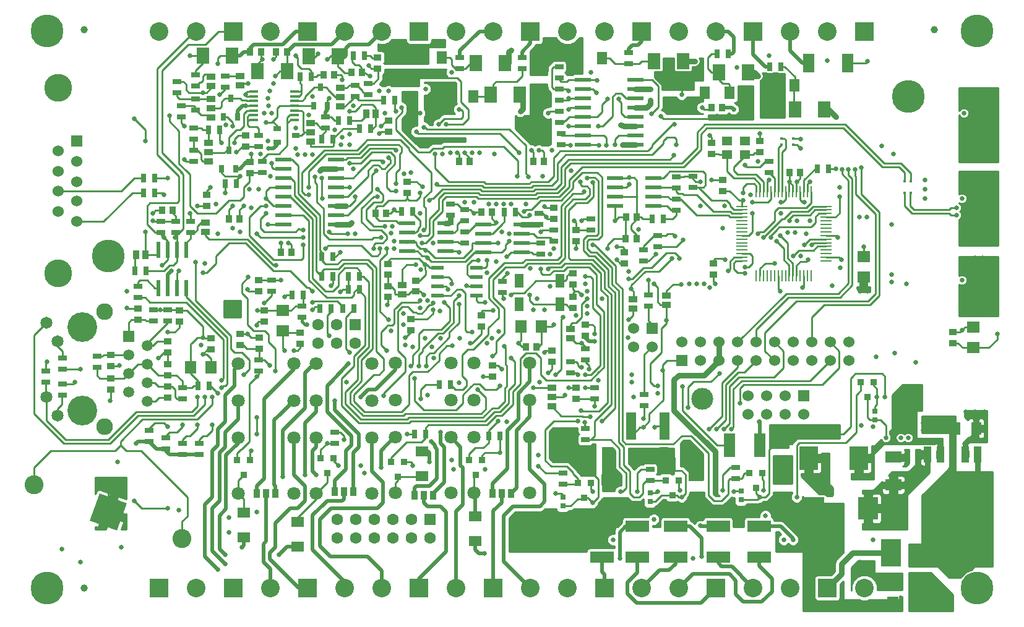
<source format=gbl>
G04 (created by PCBNEW (2013-07-07 BZR 4022)-stable) date 15/08/2014 17:43:12*
%MOIN*%
G04 Gerber Fmt 3.4, Leading zero omitted, Abs format*
%FSLAX34Y34*%
G01*
G70*
G90*
G04 APERTURE LIST*
%ADD10C,0.00590551*%
%ADD11R,0.106299X0.122047*%
%ADD12R,0.0512X0.0118*%
%ADD13R,0.0177165X0.0177165*%
%ADD14R,0.036X0.036*%
%ADD15R,0.0276X0.0394*%
%ADD16R,0.0394X0.0276*%
%ADD17R,0.0296X0.0315*%
%ADD18R,0.0528X0.0709*%
%ADD19R,0.067X0.0237*%
%ADD20R,0.045X0.025*%
%ADD21R,0.025X0.045*%
%ADD22C,0.16*%
%ADD23R,0.0591X0.0591*%
%ADD24C,0.0591*%
%ADD25C,0.09*%
%ADD26C,0.065*%
%ADD27R,0.063X0.063*%
%ADD28C,0.063*%
%ADD29R,0.06X0.06*%
%ADD30C,0.06*%
%ADD31R,0.0551X0.0708*%
%ADD32R,0.0708X0.0551*%
%ADD33R,0.05X0.038*%
%ADD34R,0.038X0.05*%
%ADD35C,0.0708*%
%ADD36R,0.0551181X0.0472441*%
%ADD37R,0.0866X0.063*%
%ADD38R,0.0709X0.0866*%
%ADD39R,0.0984X0.1299*%
%ADD40R,0.042126X0.0850394*%
%ADD41R,0.328X0.275*%
%ADD42R,0.425X0.075*%
%ADD43R,0.0394X0.0354*%
%ADD44R,0.0354X0.0394*%
%ADD45R,0.1X0.1*%
%ADD46C,0.1*%
%ADD47C,0.102362*%
%ADD48R,0.05X0.075*%
%ADD49R,0.0866X0.0236*%
%ADD50R,0.0236X0.0866*%
%ADD51R,0.0590551X0.125984*%
%ADD52C,0.177165*%
%ADD53C,0.0393701*%
%ADD54C,0.15*%
%ADD55C,0.11811*%
%ADD56R,0.063X0.071*%
%ADD57R,0.071X0.063*%
%ADD58R,0.01X0.0591*%
%ADD59R,0.0591X0.01*%
%ADD60R,0.11X0.15*%
%ADD61R,0.0599X0.1*%
%ADD62R,0.125984X0.0590551*%
%ADD63R,0.055X0.15*%
%ADD64R,0.05X0.09*%
%ADD65R,0.09X0.05*%
%ADD66R,0.08X0.06*%
%ADD67R,0.06X0.08*%
%ADD68C,0.025*%
%ADD69C,0.03*%
%ADD70C,0.01*%
%ADD71C,0.02*%
%ADD72C,0.015*%
G04 APERTURE END LIST*
G54D10*
G54D11*
X49580Y-33100D03*
X52494Y-33120D03*
G54D12*
X21587Y-10640D03*
X21587Y-10890D03*
X21587Y-11150D03*
X21587Y-11400D03*
X21587Y-11660D03*
X21587Y-11915D03*
X21587Y-12170D03*
X19387Y-12170D03*
X19387Y-11915D03*
X19387Y-11660D03*
X19387Y-11400D03*
X19387Y-11145D03*
X19387Y-10890D03*
X19387Y-10635D03*
G54D13*
X54437Y-16100D03*
X54437Y-15470D03*
X54772Y-15470D03*
X54772Y-16100D03*
X48437Y-13500D03*
X47807Y-13500D03*
X47807Y-13165D03*
X48437Y-13165D03*
G54D14*
X37537Y-31750D03*
X36837Y-31750D03*
X37187Y-32550D03*
X27487Y-30600D03*
X26787Y-30600D03*
X27137Y-31400D03*
X19187Y-30500D03*
X18487Y-30500D03*
X18837Y-31300D03*
X23687Y-30400D03*
X22987Y-30400D03*
X23337Y-31200D03*
X42287Y-31600D03*
X41587Y-31600D03*
X41937Y-32400D03*
X31687Y-30500D03*
X30987Y-30500D03*
X31337Y-31300D03*
X52787Y-26300D03*
X52087Y-26300D03*
X52437Y-27100D03*
X46787Y-31200D03*
X46087Y-31200D03*
X46437Y-32000D03*
G54D15*
X18137Y-11000D03*
X17762Y-12000D03*
X18512Y-12000D03*
X18037Y-13800D03*
X17662Y-14800D03*
X18412Y-14800D03*
G54D16*
X21637Y-13000D03*
X20637Y-12625D03*
X20637Y-13375D03*
G54D15*
X22987Y-10400D03*
X22612Y-11400D03*
X23362Y-11400D03*
G54D17*
X40737Y-32265D03*
X40737Y-32737D03*
X36037Y-32515D03*
X36037Y-32987D03*
X52837Y-27865D03*
X52837Y-28337D03*
X45637Y-32165D03*
X45637Y-32637D03*
G54D18*
X57176Y-28800D03*
X58300Y-28800D03*
G54D19*
X31381Y-20151D03*
X31381Y-20651D03*
X31381Y-21150D03*
X31381Y-21650D03*
X29295Y-21650D03*
X29295Y-21150D03*
X29295Y-20651D03*
X29295Y-20151D03*
G54D20*
X14387Y-18250D03*
X14387Y-17650D03*
X45337Y-30900D03*
X45337Y-31500D03*
X8187Y-25700D03*
X8187Y-26300D03*
X15187Y-17650D03*
X15187Y-18250D03*
X16437Y-29600D03*
X16437Y-30200D03*
X15987Y-17650D03*
X15987Y-18250D03*
X15537Y-29600D03*
X15537Y-30200D03*
X21987Y-22800D03*
X21987Y-22200D03*
X14637Y-29300D03*
X14637Y-29900D03*
X13737Y-28900D03*
X13737Y-29500D03*
G54D21*
X32037Y-29200D03*
X32637Y-29200D03*
X44937Y-8600D03*
X44337Y-8600D03*
X47187Y-9300D03*
X47787Y-9300D03*
G54D20*
X35837Y-9900D03*
X35837Y-9300D03*
X35837Y-11100D03*
X35837Y-10500D03*
X35837Y-12300D03*
X35837Y-11700D03*
X35937Y-12900D03*
X35937Y-13500D03*
G54D21*
X23037Y-19550D03*
X23637Y-19550D03*
X23037Y-20600D03*
X23637Y-20600D03*
X25087Y-20600D03*
X24487Y-20600D03*
X25087Y-21300D03*
X24487Y-21300D03*
G54D20*
X36037Y-31200D03*
X36037Y-31800D03*
X37237Y-28800D03*
X37237Y-29400D03*
X39587Y-8550D03*
X39587Y-9150D03*
X19637Y-25700D03*
X19637Y-25100D03*
X33837Y-8800D03*
X33837Y-9400D03*
X30487Y-8800D03*
X30487Y-9400D03*
G54D21*
X13587Y-20300D03*
X12987Y-20300D03*
X28637Y-29100D03*
X28037Y-29100D03*
G54D20*
X13137Y-21750D03*
X13137Y-21150D03*
X40737Y-31000D03*
X40737Y-31600D03*
X37237Y-25100D03*
X37237Y-24500D03*
X36437Y-25200D03*
X36437Y-25800D03*
X16137Y-13200D03*
X16137Y-12600D03*
G54D21*
X16937Y-12700D03*
X17537Y-12700D03*
G54D20*
X42137Y-16450D03*
X42137Y-17050D03*
X43037Y-15200D03*
X43037Y-15800D03*
X42137Y-15250D03*
X42137Y-15850D03*
G54D21*
X40837Y-17500D03*
X41437Y-17500D03*
G54D20*
X40425Y-27575D03*
X40425Y-26975D03*
X40637Y-21600D03*
X40637Y-22200D03*
X17837Y-10400D03*
X17837Y-9800D03*
X16137Y-14400D03*
X16137Y-13800D03*
X41137Y-18400D03*
X41137Y-19000D03*
X40375Y-19175D03*
X40375Y-19775D03*
X23737Y-29600D03*
X23737Y-29000D03*
X23237Y-12000D03*
X23237Y-12600D03*
G54D21*
X23037Y-13200D03*
X23637Y-13200D03*
X25087Y-12650D03*
X25687Y-12650D03*
G54D20*
X37737Y-27200D03*
X37737Y-26600D03*
G54D21*
X32887Y-17150D03*
X33487Y-17150D03*
G54D20*
X34837Y-19400D03*
X34837Y-18800D03*
X35537Y-18100D03*
X35537Y-18700D03*
X34737Y-17200D03*
X34737Y-17800D03*
G54D21*
X27937Y-17100D03*
X27337Y-17100D03*
G54D20*
X32775Y-20875D03*
X32775Y-21475D03*
X30737Y-18200D03*
X30737Y-18800D03*
X30737Y-17000D03*
X30737Y-17600D03*
X29987Y-16700D03*
X29987Y-17300D03*
X15487Y-12000D03*
X15487Y-11400D03*
X16237Y-11650D03*
X16237Y-11050D03*
X15237Y-10700D03*
X15237Y-10100D03*
X16237Y-9750D03*
X16237Y-10350D03*
G54D21*
X22037Y-21600D03*
X21437Y-21600D03*
G54D20*
X20337Y-20800D03*
X20337Y-21400D03*
X13987Y-22400D03*
X13987Y-23000D03*
X14737Y-22400D03*
X14737Y-23000D03*
G54D21*
X24737Y-8700D03*
X25337Y-8700D03*
G54D20*
X19637Y-13000D03*
X19637Y-13600D03*
X25537Y-10800D03*
X25537Y-10200D03*
X24837Y-10900D03*
X24837Y-10300D03*
X10937Y-25500D03*
X10937Y-24900D03*
X15537Y-26600D03*
X15537Y-27200D03*
G54D21*
X26987Y-11100D03*
X26387Y-11100D03*
G54D20*
X19837Y-14400D03*
X19837Y-15000D03*
G54D21*
X21887Y-9850D03*
X22487Y-9850D03*
G54D20*
X9087Y-25600D03*
X9087Y-25000D03*
X9087Y-26400D03*
X9087Y-27000D03*
G54D21*
X23537Y-22350D03*
X22937Y-22350D03*
X50337Y-14800D03*
X49737Y-14800D03*
X29987Y-26450D03*
X29387Y-26450D03*
X24787Y-22350D03*
X24187Y-22350D03*
G54D20*
X47137Y-14400D03*
X47137Y-15000D03*
G54D21*
X23937Y-12200D03*
X24537Y-12200D03*
G54D20*
X37537Y-17500D03*
X37537Y-18100D03*
G54D21*
X17837Y-15600D03*
X18437Y-15600D03*
X13437Y-16100D03*
X14037Y-16100D03*
X16987Y-26500D03*
X16387Y-26500D03*
X14037Y-15300D03*
X13437Y-15300D03*
G54D22*
X10137Y-27850D03*
X10137Y-23350D03*
G54D23*
X12637Y-23850D03*
G54D24*
X13637Y-24350D03*
X12637Y-24850D03*
X13637Y-25350D03*
X12637Y-25850D03*
X13637Y-26350D03*
X12637Y-26850D03*
X13637Y-27350D03*
G54D25*
X11337Y-22500D03*
X11337Y-28700D03*
G54D26*
X8207Y-23110D03*
X8807Y-24110D03*
X8207Y-27090D03*
X8807Y-28090D03*
G54D27*
X28887Y-33700D03*
G54D28*
X28887Y-34700D03*
X27887Y-33700D03*
X27887Y-34700D03*
X26887Y-33700D03*
X26887Y-34700D03*
X25887Y-33700D03*
X25887Y-34700D03*
X24887Y-33700D03*
X24887Y-34700D03*
X23887Y-33700D03*
X23887Y-34700D03*
G54D29*
X49025Y-27025D03*
G54D30*
X49025Y-28025D03*
X48025Y-27025D03*
X48025Y-28025D03*
X47025Y-27025D03*
X47025Y-28025D03*
X46025Y-27025D03*
X46025Y-28025D03*
G54D27*
X24837Y-23200D03*
G54D28*
X24837Y-24200D03*
X23837Y-23200D03*
X23837Y-24200D03*
X22837Y-23200D03*
X22837Y-24200D03*
G54D29*
X40837Y-23400D03*
G54D30*
X40837Y-24400D03*
X39837Y-23400D03*
X39837Y-24400D03*
G54D31*
X29506Y-8800D03*
X28168Y-8800D03*
G54D32*
X21737Y-33831D03*
X21737Y-35169D03*
X18837Y-33331D03*
X18837Y-34669D03*
G54D31*
X31206Y-10900D03*
X29868Y-10900D03*
X38156Y-8850D03*
X36818Y-8850D03*
G54D32*
X28437Y-31369D03*
X28437Y-30031D03*
G54D31*
X48506Y-10300D03*
X47168Y-10300D03*
G54D32*
X31300Y-33531D03*
X31300Y-34869D03*
G54D31*
X45006Y-10700D03*
X43668Y-10700D03*
G54D33*
X22437Y-12350D03*
X22437Y-12850D03*
X22437Y-13350D03*
X16937Y-14400D03*
X16937Y-13900D03*
X16937Y-13400D03*
X17087Y-12050D03*
X17087Y-11550D03*
X17087Y-11050D03*
X24037Y-11450D03*
X24037Y-10950D03*
X24037Y-10450D03*
G54D34*
X20537Y-32300D03*
X20037Y-32300D03*
X19537Y-32300D03*
X24737Y-32200D03*
X24237Y-32200D03*
X23737Y-32200D03*
X29037Y-32400D03*
X28537Y-32400D03*
X28037Y-32400D03*
X33237Y-32300D03*
X32737Y-32300D03*
X32237Y-32300D03*
X25437Y-11850D03*
X25937Y-11850D03*
G54D33*
X18637Y-9800D03*
X18637Y-10300D03*
X17087Y-9850D03*
X17087Y-10350D03*
X16787Y-18200D03*
X16787Y-17700D03*
X36437Y-23450D03*
X36437Y-23950D03*
X39825Y-21825D03*
X39825Y-22325D03*
X27375Y-21575D03*
X27375Y-21075D03*
G54D34*
X13037Y-19450D03*
X13537Y-19450D03*
G54D35*
X18537Y-25300D03*
X18537Y-27300D03*
X18537Y-29300D03*
X21537Y-25300D03*
X21537Y-27300D03*
X21537Y-29300D03*
X18537Y-32300D03*
X21537Y-32300D03*
X31254Y-25283D03*
X31254Y-27283D03*
X31254Y-29283D03*
X34254Y-25283D03*
X34254Y-27283D03*
X34254Y-29283D03*
X31254Y-32283D03*
X34254Y-32283D03*
X27012Y-25283D03*
X27012Y-27283D03*
X27012Y-29283D03*
X30012Y-25283D03*
X30012Y-27283D03*
X30012Y-29283D03*
X27012Y-32283D03*
X30012Y-32283D03*
X22737Y-25300D03*
X22737Y-27300D03*
X22737Y-29300D03*
X25737Y-25300D03*
X25737Y-27300D03*
X25737Y-29300D03*
X22737Y-32300D03*
X25737Y-32300D03*
G54D36*
X45837Y-14050D03*
X44892Y-14050D03*
X45837Y-13302D03*
X44892Y-13302D03*
G54D37*
X53837Y-31848D03*
X53837Y-30352D03*
G54D38*
X32927Y-9100D03*
X31347Y-9100D03*
X33727Y-10800D03*
X32147Y-10800D03*
X50127Y-11600D03*
X48547Y-11600D03*
X22347Y-8750D03*
X23927Y-8750D03*
X46027Y-9600D03*
X44447Y-9600D03*
X19597Y-9550D03*
X21177Y-9550D03*
X16647Y-8700D03*
X18227Y-8700D03*
X42527Y-9000D03*
X40947Y-9000D03*
G54D39*
X49298Y-30400D03*
X51976Y-30400D03*
G54D40*
X57037Y-30220D03*
X57707Y-30220D03*
X58377Y-30220D03*
X56367Y-30220D03*
X55697Y-30220D03*
G54D41*
X57037Y-34425D03*
G54D42*
X57037Y-35425D03*
G54D43*
X36737Y-27196D03*
X36737Y-26604D03*
X26637Y-12796D03*
X26637Y-12204D03*
G54D44*
X19191Y-8500D03*
X19783Y-8500D03*
X20841Y-19300D03*
X21433Y-19300D03*
G54D43*
X46637Y-13304D03*
X46637Y-13896D03*
X44037Y-13404D03*
X44037Y-13996D03*
G54D44*
X31641Y-17150D03*
X32233Y-17150D03*
X40033Y-17400D03*
X39441Y-17400D03*
G54D43*
X44137Y-19904D03*
X44137Y-20496D03*
G54D44*
X21183Y-8500D03*
X20591Y-8500D03*
G54D43*
X19937Y-22454D03*
X19937Y-23046D03*
X26625Y-20521D03*
X26625Y-19929D03*
X32237Y-25996D03*
X32237Y-25404D03*
X31637Y-23296D03*
X31637Y-22704D03*
X28125Y-20829D03*
X28125Y-21421D03*
X35437Y-25196D03*
X35437Y-24604D03*
G54D44*
X39429Y-18575D03*
X40021Y-18575D03*
G54D43*
X35537Y-16904D03*
X35537Y-17496D03*
X39337Y-19896D03*
X39337Y-19304D03*
X36737Y-18696D03*
X36737Y-18104D03*
G54D44*
X34633Y-24400D03*
X34041Y-24400D03*
X31033Y-14400D03*
X30441Y-14400D03*
G54D43*
X26625Y-21129D03*
X26625Y-21721D03*
G54D44*
X25941Y-17200D03*
X26533Y-17200D03*
G54D43*
X27637Y-15504D03*
X27637Y-16096D03*
G54D44*
X23141Y-9750D03*
X23733Y-9750D03*
G54D43*
X27837Y-23496D03*
X27837Y-22904D03*
X36587Y-21046D03*
X36587Y-20454D03*
X36587Y-21704D03*
X36587Y-22296D03*
G54D44*
X18633Y-17500D03*
X18041Y-17500D03*
G54D43*
X13137Y-22946D03*
X13137Y-22354D03*
X14737Y-24104D03*
X14737Y-24696D03*
X11687Y-24854D03*
X11687Y-25446D03*
X14737Y-26554D03*
X14737Y-27146D03*
X21887Y-24246D03*
X21887Y-23654D03*
X19637Y-20804D03*
X19637Y-21396D03*
G54D44*
X44633Y-11500D03*
X44041Y-11500D03*
X48833Y-15000D03*
X48241Y-15000D03*
G54D43*
X16837Y-16204D03*
X16837Y-16796D03*
G54D44*
X15033Y-17050D03*
X14441Y-17050D03*
G54D43*
X57037Y-23604D03*
X57037Y-24196D03*
X37237Y-23796D03*
X37237Y-23204D03*
X11687Y-26104D03*
X11687Y-26696D03*
X44637Y-15996D03*
X44637Y-15404D03*
G54D44*
X24641Y-9600D03*
X25233Y-9600D03*
X35033Y-14400D03*
X34441Y-14400D03*
G54D43*
X18637Y-23704D03*
X18637Y-24296D03*
X19687Y-23904D03*
X19687Y-24496D03*
X19187Y-15046D03*
X19187Y-14454D03*
X14737Y-25946D03*
X14737Y-25354D03*
X15387Y-22454D03*
X15387Y-23046D03*
X18937Y-13596D03*
X18937Y-13004D03*
X26037Y-9396D03*
X26037Y-8804D03*
X17087Y-23954D03*
X17087Y-24546D03*
G54D45*
X34287Y-7400D03*
G54D46*
X32287Y-7400D03*
X30287Y-7400D03*
G54D45*
X32287Y-37400D03*
G54D46*
X34287Y-37400D03*
X36287Y-37400D03*
G54D45*
X40287Y-7400D03*
G54D46*
X38287Y-7400D03*
X36287Y-7400D03*
G54D45*
X46287Y-7400D03*
G54D46*
X44287Y-7400D03*
X42287Y-7400D03*
G54D45*
X52287Y-7400D03*
G54D46*
X50287Y-7400D03*
X48287Y-7400D03*
G54D45*
X18287Y-7400D03*
G54D46*
X16287Y-7400D03*
X14287Y-7400D03*
G54D45*
X28287Y-7400D03*
G54D46*
X26287Y-7400D03*
X24287Y-7400D03*
G54D45*
X22287Y-37400D03*
G54D46*
X24287Y-37400D03*
X26287Y-37400D03*
G54D45*
X44287Y-37400D03*
G54D46*
X46287Y-37400D03*
X48287Y-37400D03*
G54D45*
X38287Y-37400D03*
G54D46*
X40287Y-37400D03*
X42287Y-37400D03*
G54D45*
X50287Y-37400D03*
G54D46*
X52287Y-37400D03*
G54D45*
X22287Y-7400D03*
G54D46*
X20287Y-7400D03*
G54D45*
X18287Y-37400D03*
G54D46*
X20287Y-37400D03*
G54D45*
X14287Y-37400D03*
G54D46*
X16287Y-37400D03*
G54D47*
X15533Y-34754D03*
X7542Y-31845D03*
G54D10*
G36*
X10538Y-33766D02*
X11071Y-32301D01*
X12536Y-32834D01*
X12003Y-34299D01*
X10538Y-33766D01*
X10538Y-33766D01*
G37*
G54D48*
X35887Y-22100D03*
X33687Y-22100D03*
X33687Y-20850D03*
X35887Y-20850D03*
G54D49*
X33810Y-17800D03*
X33810Y-18300D03*
X33810Y-18800D03*
X33810Y-19300D03*
X31764Y-19300D03*
X31764Y-18800D03*
X31764Y-18300D03*
X31764Y-17800D03*
X29710Y-17750D03*
X29710Y-18250D03*
X29710Y-18750D03*
X29710Y-19250D03*
X27664Y-19250D03*
X27664Y-18750D03*
X27664Y-18250D03*
X27664Y-17750D03*
X40910Y-15300D03*
X40910Y-15800D03*
X40910Y-16300D03*
X40910Y-16800D03*
X38864Y-16800D03*
X38864Y-16300D03*
X38864Y-15800D03*
X38864Y-15300D03*
G54D50*
X15737Y-21223D03*
X15237Y-21223D03*
X14737Y-21223D03*
X14237Y-21223D03*
X14237Y-19177D03*
X14737Y-19177D03*
X15237Y-19177D03*
X15737Y-19177D03*
G54D45*
X28287Y-37400D03*
G54D46*
X30287Y-37400D03*
G54D49*
X39954Y-10000D03*
X39954Y-10500D03*
X39954Y-11000D03*
X39954Y-11500D03*
X39954Y-12000D03*
X39954Y-12500D03*
X39954Y-13000D03*
X39954Y-13500D03*
X37120Y-13500D03*
X37120Y-13000D03*
X37120Y-12500D03*
X37120Y-12000D03*
X37120Y-11500D03*
X37120Y-11000D03*
X37120Y-10500D03*
X37120Y-10000D03*
X23804Y-14300D03*
X23804Y-14800D03*
X23804Y-15300D03*
X23804Y-15800D03*
X23804Y-16300D03*
X23804Y-16800D03*
X23804Y-17300D03*
X23804Y-17800D03*
X20970Y-17800D03*
X20970Y-17300D03*
X20970Y-16800D03*
X20970Y-16300D03*
X20970Y-15800D03*
X20970Y-15300D03*
X20970Y-14800D03*
X20970Y-14300D03*
G54D51*
X46664Y-29700D03*
X45010Y-29700D03*
G54D33*
X35437Y-26600D03*
X35437Y-27100D03*
X35437Y-27600D03*
G54D52*
X58344Y-7384D03*
X58344Y-37404D03*
X8246Y-7384D03*
X8246Y-37404D03*
G54D29*
X42437Y-25150D03*
G54D30*
X42437Y-24150D03*
X43437Y-25150D03*
X43437Y-24150D03*
X44437Y-25150D03*
X44437Y-24150D03*
X45437Y-25150D03*
X45437Y-24150D03*
X46437Y-25150D03*
X46437Y-24150D03*
X47437Y-25150D03*
X47437Y-24150D03*
X48437Y-25150D03*
X48437Y-24150D03*
X49437Y-25150D03*
X49437Y-24150D03*
X50437Y-25150D03*
X50437Y-24150D03*
X51437Y-25150D03*
X51437Y-24150D03*
G54D53*
X56037Y-7300D03*
X10237Y-7300D03*
X10237Y-37400D03*
G54D54*
X8837Y-10450D03*
X8837Y-20450D03*
G54D29*
X9837Y-13300D03*
G54D30*
X9837Y-14400D03*
X9837Y-15500D03*
X9837Y-16550D03*
X9837Y-17650D03*
X8837Y-17100D03*
X8837Y-16000D03*
X8837Y-14950D03*
X8837Y-13850D03*
G54D52*
X11537Y-19500D03*
X54637Y-10900D03*
G54D55*
X43537Y-27200D03*
G54D56*
X33787Y-23300D03*
X34887Y-23300D03*
G54D57*
X52237Y-19550D03*
X52237Y-20650D03*
G54D56*
X17087Y-25500D03*
X15987Y-25500D03*
G54D57*
X20937Y-23550D03*
X20937Y-22450D03*
X58137Y-24450D03*
X58137Y-23350D03*
G54D58*
X46462Y-16036D03*
X46659Y-16036D03*
X46856Y-16036D03*
X47053Y-16036D03*
X47250Y-16036D03*
X47446Y-16036D03*
X47643Y-16036D03*
X47840Y-16036D03*
X48036Y-16036D03*
X48233Y-16036D03*
X48430Y-16036D03*
X48626Y-16036D03*
X48823Y-16036D03*
X49020Y-16036D03*
X49217Y-16036D03*
X49414Y-16036D03*
G54D59*
X50201Y-16823D03*
X50201Y-17020D03*
X50201Y-17217D03*
X50201Y-17414D03*
X50201Y-17611D03*
X50201Y-17807D03*
X50201Y-18004D03*
X50201Y-18201D03*
X50201Y-18397D03*
X50201Y-18594D03*
X50201Y-18791D03*
X50201Y-18987D03*
X50201Y-19184D03*
X50201Y-19381D03*
X50201Y-19578D03*
X50201Y-19775D03*
G54D58*
X49414Y-20562D03*
X49217Y-20562D03*
X49020Y-20562D03*
X48823Y-20562D03*
X48626Y-20562D03*
X48430Y-20562D03*
X48233Y-20562D03*
X48036Y-20562D03*
X47840Y-20562D03*
X47643Y-20562D03*
X47446Y-20562D03*
X47250Y-20562D03*
X47053Y-20562D03*
X46856Y-20562D03*
X46659Y-20562D03*
X46462Y-20562D03*
G54D59*
X45675Y-19775D03*
X45675Y-19578D03*
X45675Y-19381D03*
X45675Y-19184D03*
X45675Y-18987D03*
X45675Y-18791D03*
X45675Y-18594D03*
X45675Y-18397D03*
X45675Y-18201D03*
X45675Y-18004D03*
X45675Y-17807D03*
X45675Y-17611D03*
X45675Y-17414D03*
X45675Y-17217D03*
X45675Y-17020D03*
X45675Y-16823D03*
G54D33*
X41625Y-21625D03*
X41625Y-22125D03*
G54D60*
X53706Y-35500D03*
X49769Y-35500D03*
G54D61*
X51387Y-9100D03*
X49285Y-9100D03*
G54D62*
X38150Y-34073D03*
X38150Y-35726D03*
X42100Y-35726D03*
X42100Y-34073D03*
X46600Y-35726D03*
X46600Y-34073D03*
X40037Y-35726D03*
X40037Y-34073D03*
X44400Y-35726D03*
X44400Y-34073D03*
G54D63*
X41525Y-28675D03*
X39725Y-28675D03*
G54D64*
X45889Y-11650D03*
X47187Y-11650D03*
G54D65*
X42437Y-10152D03*
X42437Y-11450D03*
X34837Y-10648D03*
X34837Y-9350D03*
G54D64*
X27839Y-11100D03*
X29137Y-11100D03*
G54D65*
X26937Y-9848D03*
X26937Y-8550D03*
G54D64*
X53877Y-37025D03*
X55175Y-37025D03*
G54D65*
X47775Y-29327D03*
X47775Y-30625D03*
G54D64*
X41477Y-30225D03*
X42775Y-30225D03*
X37077Y-30225D03*
X38375Y-30225D03*
G54D66*
X47775Y-32775D03*
X47775Y-31475D03*
G54D67*
X53825Y-38275D03*
X55125Y-38275D03*
G54D66*
X38525Y-32875D03*
X38525Y-31575D03*
X43225Y-32625D03*
X43225Y-31325D03*
G54D68*
X50975Y-20125D03*
X34350Y-34900D03*
X34350Y-33900D03*
X53175Y-38275D03*
X49237Y-36812D03*
X48975Y-35125D03*
X48775Y-33375D03*
X39375Y-33125D03*
X38675Y-33475D03*
X44237Y-32300D03*
X44050Y-33100D03*
X19537Y-33300D03*
X52400Y-17400D03*
X52000Y-17400D03*
X34725Y-30825D03*
X40975Y-28725D03*
X40375Y-28275D03*
X32275Y-22425D03*
X27837Y-15000D03*
X35337Y-21150D03*
X43437Y-15500D03*
X37437Y-25600D03*
X44637Y-32150D03*
X23537Y-21100D03*
X30737Y-13950D03*
X19591Y-22454D03*
X26587Y-22150D03*
X44237Y-21000D03*
X44937Y-20300D03*
X44737Y-16800D03*
X50737Y-14800D03*
X51037Y-19700D03*
X47737Y-21400D03*
X37225Y-28475D03*
X26137Y-12900D03*
X24037Y-19300D03*
X35037Y-24700D03*
X24037Y-21450D03*
X21637Y-12600D03*
X55537Y-16400D03*
X52437Y-21400D03*
X34337Y-13800D03*
X40637Y-20800D03*
X32737Y-25600D03*
X17837Y-16100D03*
X36487Y-14900D03*
X36437Y-13550D03*
X40037Y-32200D03*
X20837Y-20800D03*
X37237Y-26600D03*
X36337Y-10600D03*
X35237Y-11800D03*
X50937Y-16300D03*
X52037Y-21400D03*
X39625Y-15275D03*
X29037Y-22400D03*
X28625Y-19975D03*
X28337Y-16100D03*
X20837Y-18800D03*
X32437Y-17700D03*
X20437Y-10200D03*
X26437Y-11800D03*
X20137Y-11000D03*
X17437Y-26900D03*
X9737Y-26300D03*
X8237Y-25200D03*
X19237Y-16900D03*
X19637Y-15900D03*
X35137Y-17400D03*
X21537Y-24600D03*
X50937Y-15800D03*
X46237Y-17200D03*
X18637Y-15200D03*
X18237Y-12500D03*
X38937Y-19700D03*
X36737Y-19100D03*
X20037Y-12300D03*
X35537Y-23200D03*
X31800Y-35550D03*
X46625Y-28425D03*
X53225Y-13575D03*
X37737Y-24100D03*
X37937Y-26200D03*
X46537Y-14400D03*
X45237Y-11600D03*
X58737Y-27900D03*
X58237Y-27900D03*
X57737Y-27900D03*
X53737Y-20900D03*
X13037Y-29600D03*
X53737Y-17800D03*
X28837Y-30600D03*
X18737Y-35200D03*
X20737Y-35600D03*
X53737Y-20500D03*
X14937Y-20300D03*
X19537Y-28200D03*
X19537Y-29100D03*
X31837Y-31000D03*
X35637Y-25900D03*
X36037Y-22800D03*
X21637Y-8700D03*
X14837Y-11950D03*
X13537Y-13300D03*
X12937Y-12100D03*
X18437Y-13900D03*
X28375Y-20225D03*
X52125Y-14725D03*
X26787Y-23550D03*
X17637Y-26200D03*
X17637Y-26600D03*
X29087Y-25000D03*
X35537Y-19100D03*
X37887Y-10050D03*
X35337Y-19400D03*
X36337Y-11000D03*
X37237Y-21000D03*
X38437Y-11050D03*
X37337Y-21400D03*
X38387Y-13550D03*
X30087Y-24350D03*
X31437Y-26700D03*
X32875Y-24375D03*
X33237Y-25000D03*
X37237Y-20600D03*
X37237Y-25900D03*
X32537Y-28400D03*
X34837Y-20200D03*
X37025Y-27825D03*
X23337Y-29600D03*
X35237Y-20200D03*
X19537Y-26000D03*
X27437Y-22600D03*
X37637Y-18900D03*
X39137Y-32200D03*
X40937Y-33700D03*
X48637Y-32500D03*
X46950Y-33500D03*
X37637Y-15550D03*
X37337Y-15300D03*
X36837Y-28400D03*
X38137Y-28400D03*
X33937Y-17100D03*
X20037Y-17200D03*
X22037Y-18100D03*
X23237Y-19100D03*
X22037Y-18900D03*
X20037Y-16800D03*
X26187Y-19100D03*
X26037Y-15900D03*
X26437Y-17900D03*
X27037Y-15600D03*
X22337Y-15800D03*
X28537Y-18100D03*
X22337Y-16200D03*
X26637Y-22950D03*
X26537Y-19100D03*
X28562Y-12575D03*
X34187Y-15250D03*
X26037Y-16300D03*
X25837Y-19100D03*
X28125Y-19975D03*
X27037Y-16000D03*
X24537Y-14500D03*
X28137Y-12800D03*
X33687Y-13950D03*
X33237Y-16700D03*
X20237Y-10600D03*
X20187Y-11400D03*
X32837Y-16700D03*
X29987Y-13950D03*
X24137Y-13100D03*
X29537Y-14000D03*
X24537Y-12950D03*
X23737Y-12700D03*
X35437Y-13800D03*
X34937Y-15200D03*
X24737Y-11400D03*
X27337Y-11500D03*
X33587Y-15200D03*
X22537Y-10900D03*
X32337Y-14000D03*
X32437Y-16700D03*
X20337Y-11800D03*
X22537Y-14050D03*
X32037Y-16700D03*
X19737Y-14000D03*
X33137Y-18300D03*
X32737Y-18200D03*
X20137Y-13300D03*
X22137Y-14050D03*
X31237Y-16600D03*
X21737Y-14050D03*
X30737Y-16600D03*
X31537Y-13950D03*
X24087Y-13500D03*
X24537Y-13500D03*
X31137Y-13950D03*
X24437Y-18300D03*
X23437Y-18200D03*
X19537Y-18300D03*
X22037Y-18500D03*
X22687Y-15225D03*
X26237Y-18500D03*
X23087Y-16400D03*
X23037Y-15300D03*
X20287Y-15200D03*
X34037Y-16700D03*
X24537Y-24700D03*
X30437Y-21650D03*
X28287Y-25450D03*
X28037Y-26100D03*
X32637Y-26500D03*
X27837Y-25450D03*
X29637Y-22000D03*
X26387Y-27050D03*
X29037Y-22050D03*
X28687Y-25450D03*
X23437Y-23800D03*
X30437Y-22100D03*
X37187Y-16050D03*
X27937Y-24400D03*
X29425Y-22475D03*
X28737Y-21900D03*
X27537Y-24300D03*
X32237Y-24900D03*
X36987Y-15500D03*
X48437Y-19500D03*
X42525Y-18625D03*
X49437Y-18900D03*
X46537Y-18300D03*
X46837Y-18500D03*
X48237Y-17600D03*
X47237Y-18500D03*
X49037Y-18900D03*
X43925Y-28825D03*
X28337Y-21900D03*
X26537Y-24600D03*
X51075Y-14825D03*
X20587Y-20000D03*
X26937Y-19100D03*
X44325Y-28825D03*
X27437Y-23200D03*
X16237Y-19850D03*
X18837Y-25900D03*
X51425Y-14825D03*
X16637Y-20400D03*
X22537Y-21400D03*
X26837Y-17900D03*
X36137Y-27000D03*
X37337Y-22600D03*
X32537Y-18800D03*
X28637Y-19200D03*
X33137Y-18700D03*
X37337Y-22200D03*
X28737Y-19600D03*
X26937Y-18700D03*
X17437Y-18300D03*
X17337Y-16700D03*
X26787Y-18275D03*
X42025Y-14075D03*
X28837Y-16500D03*
X42037Y-12400D03*
X29137Y-14000D03*
X42137Y-13500D03*
X29237Y-15650D03*
X42425Y-21025D03*
X33237Y-21600D03*
X34237Y-21600D03*
X31937Y-19750D03*
X30837Y-21100D03*
X30037Y-21000D03*
X31487Y-19750D03*
X31137Y-23600D03*
X31937Y-20400D03*
X32437Y-19800D03*
X24387Y-26300D03*
X30487Y-23950D03*
X43937Y-21200D03*
X49137Y-18300D03*
X43637Y-21000D03*
X49337Y-17600D03*
X48537Y-18250D03*
X43237Y-21000D03*
X48137Y-18250D03*
X42837Y-21000D03*
X47737Y-18400D03*
X29437Y-23950D03*
X28987Y-24400D03*
X47537Y-18700D03*
X28437Y-18800D03*
X28337Y-18400D03*
X45837Y-20450D03*
X45737Y-16500D03*
X49237Y-19700D03*
X48637Y-15500D03*
X57537Y-23500D03*
X39537Y-23900D03*
X39575Y-20325D03*
X37537Y-9600D03*
X40737Y-10500D03*
X40737Y-11100D03*
X39237Y-13500D03*
X39137Y-12450D03*
X43137Y-9000D03*
X46537Y-9800D03*
X50737Y-12000D03*
X33737Y-11700D03*
X33237Y-8400D03*
X22937Y-14900D03*
X24537Y-15800D03*
X24837Y-16300D03*
X24637Y-17700D03*
X16337Y-27100D03*
X16737Y-27100D03*
X37525Y-28175D03*
X35037Y-22400D03*
X39737Y-25900D03*
X34437Y-22400D03*
X39837Y-27100D03*
X39737Y-26300D03*
X34637Y-21800D03*
X32225Y-23925D03*
X45125Y-28825D03*
X45575Y-27425D03*
X32575Y-23575D03*
X33025Y-28425D03*
X46137Y-16200D03*
X40937Y-21000D03*
X41625Y-22975D03*
X37737Y-27600D03*
X19087Y-20650D03*
X20537Y-25700D03*
X30437Y-26350D03*
X41137Y-26500D03*
X31937Y-24200D03*
X27475Y-15075D03*
X51775Y-14825D03*
X44725Y-28825D03*
X28625Y-23925D03*
X42775Y-27675D03*
X44475Y-25825D03*
X34275Y-20175D03*
X29037Y-18800D03*
X41925Y-19625D03*
X39725Y-21275D03*
X39575Y-20725D03*
X42325Y-19625D03*
X28337Y-17200D03*
X37337Y-21800D03*
X41425Y-25675D03*
X34725Y-30225D03*
X40375Y-28725D03*
X42475Y-26525D03*
X29837Y-21300D03*
X15137Y-18500D03*
X14537Y-18500D03*
X14437Y-20000D03*
X15337Y-33200D03*
X10037Y-36000D03*
X18046Y-34409D03*
X34437Y-26600D03*
X26237Y-30900D03*
X22737Y-31300D03*
X17837Y-35600D03*
X30137Y-31000D03*
X29437Y-29000D03*
X25337Y-31200D03*
X23737Y-27300D03*
X22137Y-31300D03*
X17837Y-36100D03*
X30037Y-30500D03*
X28937Y-29500D03*
X25137Y-30800D03*
X25137Y-27100D03*
X24487Y-25300D03*
X20937Y-31400D03*
X17437Y-36400D03*
X39587Y-22950D03*
X36837Y-25900D03*
X37037Y-24200D03*
X45425Y-9325D03*
X53900Y-24750D03*
X55050Y-25250D03*
X52900Y-24950D03*
X38437Y-19100D03*
X32837Y-21800D03*
X33025Y-19525D03*
X28537Y-21600D03*
X50275Y-8975D03*
X52237Y-19000D03*
X57237Y-36200D03*
X57237Y-36600D03*
X55075Y-36075D03*
X55625Y-36075D03*
X39625Y-15625D03*
X40125Y-18075D03*
X34787Y-26300D03*
X47787Y-17200D03*
X52437Y-9000D03*
X31837Y-22000D03*
X37037Y-21600D03*
X36737Y-22700D03*
X52937Y-27100D03*
X46237Y-16600D03*
X57437Y-32200D03*
X57437Y-31800D03*
X42337Y-32150D03*
X46837Y-32150D03*
X44787Y-19700D03*
X45837Y-20100D03*
X45737Y-16100D03*
X30337Y-13950D03*
X19537Y-23250D03*
X28337Y-22300D03*
X37987Y-13550D03*
X36337Y-12500D03*
X44037Y-15400D03*
X44637Y-18000D03*
X47437Y-19900D03*
X48937Y-21200D03*
X45837Y-14600D03*
X48237Y-15500D03*
X49337Y-15500D03*
X49037Y-16600D03*
X50837Y-18500D03*
X48637Y-17600D03*
X59437Y-23700D03*
X21037Y-24600D03*
X16637Y-24800D03*
X55437Y-28500D03*
X55437Y-28900D03*
X58237Y-31800D03*
X58237Y-32200D03*
X57637Y-11800D03*
X57537Y-16400D03*
X57537Y-20800D03*
X54537Y-21000D03*
X54537Y-30400D03*
X54537Y-30700D03*
X12137Y-25400D03*
X18237Y-22350D03*
X18487Y-22050D03*
X18487Y-22650D03*
X17937Y-22050D03*
X17937Y-22650D03*
X13937Y-17200D03*
X14537Y-16200D03*
X31737Y-26000D03*
X43037Y-35800D03*
X19937Y-11800D03*
X26137Y-10600D03*
X43537Y-11500D03*
X50537Y-21100D03*
X53837Y-14000D03*
X55537Y-15400D03*
X55537Y-15900D03*
X37737Y-23700D03*
X38137Y-21800D03*
X38837Y-17600D03*
X37037Y-17600D03*
X43437Y-16800D03*
X34837Y-18200D03*
X26937Y-17000D03*
X30437Y-19300D03*
X31237Y-17200D03*
X28475Y-15775D03*
X16737Y-19900D03*
X15937Y-17200D03*
X12537Y-21400D03*
X10037Y-25600D03*
X48837Y-19500D03*
X45237Y-32200D03*
X34237Y-17300D03*
X35037Y-16850D03*
X41137Y-32200D03*
X35637Y-32300D03*
X37637Y-32200D03*
X19237Y-30000D03*
X16537Y-24300D03*
X14237Y-25000D03*
X11637Y-27300D03*
X19037Y-21300D03*
X20237Y-25400D03*
X23937Y-30800D03*
X24237Y-29400D03*
X27937Y-30800D03*
X27637Y-29100D03*
X32637Y-30100D03*
X36337Y-26600D03*
X20037Y-16400D03*
X18637Y-18200D03*
X15337Y-20300D03*
X14737Y-23600D03*
X36337Y-11600D03*
X37837Y-10700D03*
X47137Y-8700D03*
X46637Y-12900D03*
X43937Y-13000D03*
X38737Y-34800D03*
X47937Y-34800D03*
X52737Y-34800D03*
X50037Y-32200D03*
X50437Y-32200D03*
X34737Y-13800D03*
X41037Y-19400D03*
X37037Y-25500D03*
X35237Y-25800D03*
X31037Y-24200D03*
X27537Y-23900D03*
X24837Y-18300D03*
X21237Y-18800D03*
X20137Y-17800D03*
X20337Y-14500D03*
X19137Y-15900D03*
X21637Y-13700D03*
X24737Y-14800D03*
X22337Y-11900D03*
X26237Y-12500D03*
X12537Y-22300D03*
X16337Y-16800D03*
X18237Y-18000D03*
X11100Y-31950D03*
X11100Y-31600D03*
X20187Y-13700D03*
X17887Y-12450D03*
X23437Y-11000D03*
X9037Y-35300D03*
X18937Y-11400D03*
X19237Y-14000D03*
X28637Y-10500D03*
X19837Y-8900D03*
X38937Y-19000D03*
X24137Y-10000D03*
X18337Y-13400D03*
X26637Y-10600D03*
X36637Y-17600D03*
X12037Y-30600D03*
X12237Y-35200D03*
X18037Y-33600D03*
X17537Y-10800D03*
X15637Y-14300D03*
X33637Y-24200D03*
X22837Y-8600D03*
X25637Y-9800D03*
X27037Y-11700D03*
X20437Y-8900D03*
X15937Y-8700D03*
X15637Y-12500D03*
X57637Y-10600D03*
X57637Y-13800D03*
X48837Y-13200D03*
X48837Y-13700D03*
X28737Y-27000D03*
X17137Y-27100D03*
X47787Y-16600D03*
X47137Y-15400D03*
X33037Y-20450D03*
X18837Y-16800D03*
X18237Y-16800D03*
X13937Y-17600D03*
X13537Y-18200D03*
X14737Y-15300D03*
X17037Y-15800D03*
X54425Y-33325D03*
X54425Y-33725D03*
X54425Y-34125D03*
X55237Y-26600D03*
X54737Y-26600D03*
X54737Y-27100D03*
X55237Y-27100D03*
X21037Y-21700D03*
X16637Y-23900D03*
X14337Y-22400D03*
X19937Y-22050D03*
X19037Y-23700D03*
X22237Y-23200D03*
X22537Y-22400D03*
X28387Y-27200D03*
X22537Y-22000D03*
X58237Y-19600D03*
X58637Y-19600D03*
X57537Y-20100D03*
X57637Y-22600D03*
X24537Y-11700D03*
X20537Y-9800D03*
X17637Y-13400D03*
X19087Y-10200D03*
X18937Y-10800D03*
X25587Y-9250D03*
X23337Y-8900D03*
X17437Y-9150D03*
X16637Y-10700D03*
X41137Y-26900D03*
X57237Y-16900D03*
X57237Y-17300D03*
X57637Y-18300D03*
X57637Y-15200D03*
X38837Y-13500D03*
X35087Y-12400D03*
X42437Y-10800D03*
X27037Y-13800D03*
X37937Y-12500D03*
X39037Y-11050D03*
X30437Y-11600D03*
X29337Y-12400D03*
X25987Y-14900D03*
X29737Y-12400D03*
X28337Y-11800D03*
X30037Y-9600D03*
X26637Y-14200D03*
X26337Y-14450D03*
X40825Y-11825D03*
X41325Y-11975D03*
X17137Y-28600D03*
X14737Y-28700D03*
X15537Y-28600D03*
X16337Y-28600D03*
X37637Y-32800D03*
X54637Y-29300D03*
X52100Y-28650D03*
X42437Y-32500D03*
X54237Y-29300D03*
X52750Y-28700D03*
X53387Y-27100D03*
X46637Y-32500D03*
X52037Y-36000D03*
X53437Y-29300D03*
X48437Y-34800D03*
X39100Y-35800D03*
X43500Y-35700D03*
X43450Y-34050D03*
X12937Y-32700D03*
X14737Y-33100D03*
X42087Y-18450D03*
G54D69*
X34600Y-34073D02*
X34600Y-34650D01*
X34600Y-34650D02*
X34350Y-34900D01*
X38150Y-34073D02*
X34600Y-34073D01*
X34600Y-34073D02*
X34523Y-34073D01*
X34523Y-34073D02*
X34350Y-33900D01*
X53825Y-38275D02*
X53175Y-38275D01*
X53175Y-38275D02*
X53125Y-38325D01*
X49237Y-36675D02*
X49237Y-36812D01*
X49580Y-33100D02*
X49580Y-34519D01*
X49580Y-34519D02*
X48975Y-35125D01*
X47775Y-32775D02*
X47775Y-32875D01*
X48275Y-33375D02*
X48775Y-33375D01*
X47775Y-32875D02*
X48275Y-33375D01*
X39375Y-33125D02*
X39025Y-33125D01*
X39025Y-33125D02*
X38675Y-33475D01*
X38525Y-32875D02*
X39125Y-32875D01*
X39125Y-32875D02*
X39375Y-33125D01*
X39125Y-32875D02*
X39375Y-33125D01*
X43475Y-25925D02*
X42275Y-25925D01*
X42025Y-26175D02*
X42025Y-27375D01*
X42275Y-25925D02*
X42025Y-26175D01*
X42725Y-28525D02*
X42025Y-27825D01*
X42025Y-27825D02*
X42025Y-27375D01*
X44237Y-30075D02*
X44237Y-30037D01*
X44237Y-30037D02*
X42725Y-28525D01*
X44237Y-30300D02*
X44237Y-30075D01*
X44237Y-30300D02*
X44237Y-32300D01*
X42025Y-27375D02*
X42025Y-26725D01*
X43662Y-25925D02*
X44437Y-25150D01*
X43475Y-25925D02*
X43662Y-25925D01*
X43475Y-25925D02*
X42825Y-25925D01*
X44437Y-24150D02*
X44437Y-25150D01*
X49237Y-36031D02*
X49769Y-35500D01*
X49237Y-38100D02*
X49237Y-36675D01*
X49237Y-36675D02*
X49237Y-36031D01*
X49537Y-38400D02*
X49237Y-38100D01*
X49637Y-34950D02*
X49637Y-33456D01*
X49637Y-33456D02*
X49580Y-33400D01*
X43950Y-33100D02*
X44050Y-33100D01*
X44050Y-33100D02*
X44050Y-33000D01*
X49637Y-34950D02*
X50087Y-34950D01*
X48537Y-33000D02*
X48837Y-33000D01*
X48837Y-33000D02*
X49180Y-33000D01*
X49180Y-33000D02*
X49580Y-33400D01*
X49580Y-33400D02*
X49580Y-34243D01*
X49580Y-34743D02*
X49580Y-34243D01*
X49580Y-33400D02*
X49437Y-33543D01*
X49580Y-33343D02*
X49580Y-33400D01*
G54D70*
X36037Y-31200D02*
X35100Y-31200D01*
X35100Y-31200D02*
X34725Y-30825D01*
X40975Y-28725D02*
X41025Y-28675D01*
X41025Y-28675D02*
X41525Y-28675D01*
X40425Y-28125D02*
X40425Y-28225D01*
X40425Y-27575D02*
X40425Y-28125D01*
X40425Y-28225D02*
X40375Y-28275D01*
X40033Y-15775D02*
X40033Y-15433D01*
X39875Y-15275D02*
X39625Y-15275D01*
X40033Y-15433D02*
X39875Y-15275D01*
X32275Y-22425D02*
X31712Y-22425D01*
X31637Y-22500D02*
X31637Y-22704D01*
X31712Y-22425D02*
X31637Y-22500D01*
X28125Y-20829D02*
X28321Y-20829D01*
X28637Y-20512D02*
X28625Y-19975D01*
X28321Y-20829D02*
X28637Y-20512D01*
X26625Y-19929D02*
X26625Y-19775D01*
X26775Y-19625D02*
X27725Y-19625D01*
X26625Y-19775D02*
X26775Y-19625D01*
X26625Y-21721D02*
X26625Y-22112D01*
X26625Y-22112D02*
X26587Y-22150D01*
X28625Y-19975D02*
X28625Y-19962D01*
X28275Y-19625D02*
X27725Y-19625D01*
X28625Y-19962D02*
X28275Y-19625D01*
X27825Y-14975D02*
X27825Y-14987D01*
X27825Y-14987D02*
X27837Y-15000D01*
X38864Y-15300D02*
X39599Y-15300D01*
X39599Y-15300D02*
X39625Y-15275D01*
X39599Y-15300D02*
X39625Y-15275D01*
X40033Y-16304D02*
X40033Y-15775D01*
X40021Y-18575D02*
X40021Y-18371D01*
X40033Y-17516D02*
X40033Y-17400D01*
X39725Y-17825D02*
X40033Y-17516D01*
X39725Y-18075D02*
X39725Y-17825D01*
X40021Y-18371D02*
X39725Y-18075D01*
X43037Y-15200D02*
X43037Y-15350D01*
X43187Y-15500D02*
X43437Y-15500D01*
X43037Y-15350D02*
X43187Y-15500D01*
X43037Y-15200D02*
X43137Y-15200D01*
X43037Y-15200D02*
X42587Y-15200D01*
X42537Y-15250D02*
X42587Y-15200D01*
X42537Y-15250D02*
X42137Y-15250D01*
X37237Y-25100D02*
X37237Y-25200D01*
X37237Y-25200D02*
X37437Y-25400D01*
X37437Y-25600D02*
X37437Y-25500D01*
X37437Y-25400D02*
X37437Y-25600D01*
X45337Y-30900D02*
X45037Y-30900D01*
X45037Y-30900D02*
X44637Y-31300D01*
X44637Y-31300D02*
X44637Y-32150D01*
X23637Y-20600D02*
X23637Y-21000D01*
X23537Y-21100D02*
X23487Y-21050D01*
X23637Y-21000D02*
X23537Y-21100D01*
X31033Y-14246D02*
X30737Y-13950D01*
X31033Y-14246D02*
X31033Y-14400D01*
X45037Y-19800D02*
X45037Y-20200D01*
X45037Y-20200D02*
X44937Y-20300D01*
X45675Y-19578D02*
X45259Y-19578D01*
X45259Y-19578D02*
X45037Y-19800D01*
X44137Y-20496D02*
X44137Y-20900D01*
X44137Y-20900D02*
X44237Y-21000D01*
X45675Y-18397D02*
X46034Y-18397D01*
X46034Y-18397D02*
X46237Y-18194D01*
X50337Y-14800D02*
X50737Y-14800D01*
X50915Y-19578D02*
X50201Y-19578D01*
X51037Y-19700D02*
X50915Y-19578D01*
X47643Y-21306D02*
X47737Y-21400D01*
X47643Y-21306D02*
X47643Y-20562D01*
X50201Y-17414D02*
X50723Y-17414D01*
X50937Y-17200D02*
X50937Y-16300D01*
X50723Y-17414D02*
X50937Y-17200D01*
X50937Y-17000D02*
X50937Y-16300D01*
X20937Y-22450D02*
X21387Y-22450D01*
X21637Y-22200D02*
X21987Y-22200D01*
X21387Y-22450D02*
X21637Y-22200D01*
X20937Y-22450D02*
X19941Y-22450D01*
X19941Y-22450D02*
X19937Y-22454D01*
X52237Y-20650D02*
X52237Y-21300D01*
X52237Y-21300D02*
X52037Y-21400D01*
X37237Y-28800D02*
X37225Y-28475D01*
X26637Y-12796D02*
X26241Y-12796D01*
X26137Y-12900D02*
X26241Y-12796D01*
X23637Y-19550D02*
X23787Y-19550D01*
X23787Y-19550D02*
X24037Y-19300D01*
X35133Y-24604D02*
X35037Y-24700D01*
X35133Y-24604D02*
X35437Y-24604D01*
X24037Y-21450D02*
X24187Y-21300D01*
X24187Y-21300D02*
X24487Y-21300D01*
X24487Y-20600D02*
X24487Y-21300D01*
X38864Y-16300D02*
X39937Y-16300D01*
X40037Y-16300D02*
X40033Y-16304D01*
X40837Y-17500D02*
X40337Y-17500D01*
X40337Y-17500D02*
X40237Y-17400D01*
X40237Y-17400D02*
X40033Y-17400D01*
X52437Y-21400D02*
X52037Y-21400D01*
X52237Y-21200D02*
X52437Y-21400D01*
X34737Y-17200D02*
X34937Y-17200D01*
X34937Y-17200D02*
X35137Y-17400D01*
X27637Y-16096D02*
X27637Y-16400D01*
X27637Y-16400D02*
X27737Y-16500D01*
X28337Y-16300D02*
X28337Y-16100D01*
X28137Y-16500D02*
X28337Y-16300D01*
X27737Y-16500D02*
X28137Y-16500D01*
X25941Y-17200D02*
X25941Y-16896D01*
X27537Y-16500D02*
X27637Y-16400D01*
X26637Y-16500D02*
X27537Y-16500D01*
X26337Y-16800D02*
X26637Y-16500D01*
X26037Y-16800D02*
X26337Y-16800D01*
X25941Y-16896D02*
X26037Y-16800D01*
X25941Y-17200D02*
X25941Y-17396D01*
X26145Y-17600D02*
X26237Y-17600D01*
X25941Y-17396D02*
X26145Y-17600D01*
X27037Y-17600D02*
X27187Y-17750D01*
X27664Y-17750D02*
X27187Y-17750D01*
X26237Y-17600D02*
X27037Y-17600D01*
X30737Y-18200D02*
X30937Y-18200D01*
X30937Y-18200D02*
X31137Y-18000D01*
X27637Y-15996D02*
X27637Y-16196D01*
X34441Y-14004D02*
X34441Y-13904D01*
X34441Y-14004D02*
X34441Y-14400D01*
X34441Y-13904D02*
X34337Y-13800D01*
X35837Y-9300D02*
X35537Y-9300D01*
X35537Y-10500D02*
X35837Y-10500D01*
X35437Y-10400D02*
X35537Y-10500D01*
X35437Y-9400D02*
X35437Y-10400D01*
X35537Y-9300D02*
X35437Y-9400D01*
X40637Y-21600D02*
X40637Y-21200D01*
X40637Y-21200D02*
X40637Y-20800D01*
X28625Y-19975D02*
X28725Y-19975D01*
X28888Y-20151D02*
X29295Y-20151D01*
X28725Y-19975D02*
X28888Y-20151D01*
X32237Y-25404D02*
X32541Y-25404D01*
X32541Y-25404D02*
X32737Y-25600D01*
X17837Y-15600D02*
X17837Y-16100D01*
X35937Y-13500D02*
X36387Y-13500D01*
X36387Y-13500D02*
X36437Y-13550D01*
X40737Y-31000D02*
X40237Y-31000D01*
X40037Y-31200D02*
X40037Y-32200D01*
X40237Y-31000D02*
X40037Y-31200D01*
X19637Y-20804D02*
X20333Y-20804D01*
X20333Y-20804D02*
X20337Y-20800D01*
X20837Y-20800D02*
X20337Y-20800D01*
X22037Y-21600D02*
X22037Y-22150D01*
X22037Y-22150D02*
X21987Y-22200D01*
X21887Y-24246D02*
X21887Y-24450D01*
X21737Y-24600D02*
X21537Y-24600D01*
X21887Y-24450D02*
X21737Y-24600D01*
X37737Y-26600D02*
X37237Y-26600D01*
X35937Y-10500D02*
X36237Y-10500D01*
X36237Y-10500D02*
X36337Y-10600D01*
X35237Y-11800D02*
X35337Y-11700D01*
X35337Y-11700D02*
X35837Y-11700D01*
X42887Y-15250D02*
X42987Y-15250D01*
X50937Y-16300D02*
X50937Y-16600D01*
X40033Y-17400D02*
X40033Y-16304D01*
X39937Y-16300D02*
X40037Y-16300D01*
X40033Y-17400D02*
X40033Y-16696D01*
X35437Y-24600D02*
X35337Y-24500D01*
X27837Y-22904D02*
X28733Y-22904D01*
X29037Y-22600D02*
X29037Y-22400D01*
X28733Y-22904D02*
X29037Y-22600D01*
X20841Y-18804D02*
X20841Y-19150D01*
X20837Y-18800D02*
X20841Y-18804D01*
X31337Y-17800D02*
X31764Y-17800D01*
X31137Y-18000D02*
X31337Y-17800D01*
X32233Y-17150D02*
X32233Y-17496D01*
X32337Y-17800D02*
X32437Y-17700D01*
X32337Y-17800D02*
X31764Y-17800D01*
X32233Y-17496D02*
X32437Y-17700D01*
X16987Y-26500D02*
X17037Y-26500D01*
X17037Y-26500D02*
X17437Y-26900D01*
X9087Y-26400D02*
X9637Y-26400D01*
X9637Y-26400D02*
X9737Y-26300D01*
X8187Y-25700D02*
X8187Y-25250D01*
X8187Y-25250D02*
X8237Y-25200D01*
X19237Y-16900D02*
X19237Y-16896D01*
X35087Y-17350D02*
X35137Y-17400D01*
X35233Y-17496D02*
X35537Y-17496D01*
X35137Y-17400D02*
X35233Y-17496D01*
X19941Y-22450D02*
X19937Y-22454D01*
X19591Y-22454D02*
X19937Y-22454D01*
X19587Y-22450D02*
X19591Y-22454D01*
X46237Y-18194D02*
X46237Y-17200D01*
X20637Y-12625D02*
X20637Y-12487D01*
X20450Y-12300D02*
X20037Y-12300D01*
X20637Y-12487D02*
X20450Y-12300D01*
X17662Y-14800D02*
X17662Y-15025D01*
X17662Y-15025D02*
X17837Y-15200D01*
X17837Y-15200D02*
X18637Y-15200D01*
X18087Y-12150D02*
X18237Y-12300D01*
X18237Y-12300D02*
X18237Y-12500D01*
X17762Y-12000D02*
X17937Y-12000D01*
X17937Y-12000D02*
X18087Y-12150D01*
X22612Y-11400D02*
X21587Y-11400D01*
X34887Y-23300D02*
X35437Y-23300D01*
X35437Y-23300D02*
X35537Y-23200D01*
X34633Y-24400D02*
X34737Y-24400D01*
X34887Y-24250D02*
X34887Y-23300D01*
X34737Y-24400D02*
X34887Y-24250D01*
X20037Y-12300D02*
X20337Y-12300D01*
X20787Y-11400D02*
X20637Y-11550D01*
X20887Y-11400D02*
X20787Y-11400D01*
X20887Y-11400D02*
X21587Y-11400D01*
X20637Y-11550D02*
X20637Y-12000D01*
X20337Y-12300D02*
X20637Y-12000D01*
X36737Y-18696D02*
X36737Y-19100D01*
X39337Y-19896D02*
X39133Y-19896D01*
X39133Y-19896D02*
X38937Y-19700D01*
X18437Y-15600D02*
X18437Y-15400D01*
X18437Y-15400D02*
X18637Y-15200D01*
X36737Y-18600D02*
X36737Y-19100D01*
X34887Y-24246D02*
X34733Y-24400D01*
X34887Y-24246D02*
X34733Y-24400D01*
X17762Y-12000D02*
X17762Y-12125D01*
G54D71*
X31300Y-34869D02*
X31300Y-35350D01*
X31500Y-35550D02*
X31800Y-35550D01*
X31300Y-35350D02*
X31500Y-35550D01*
X46664Y-29700D02*
X46664Y-28414D01*
X46664Y-28414D02*
X46625Y-28425D01*
X37237Y-23796D02*
X37237Y-23900D01*
X37437Y-24100D02*
X37737Y-24100D01*
X37237Y-23900D02*
X37437Y-24100D01*
X44633Y-11500D02*
X45137Y-11500D01*
X45137Y-11500D02*
X45237Y-11600D01*
X57707Y-30220D02*
X57707Y-29630D01*
X58737Y-27900D02*
X58237Y-27900D01*
X13737Y-29500D02*
X13137Y-29500D01*
X13137Y-29500D02*
X13037Y-29600D01*
X16437Y-30200D02*
X15537Y-30200D01*
X15537Y-30200D02*
X14837Y-30200D01*
X14637Y-30000D02*
X14637Y-29900D01*
X14837Y-30200D02*
X14637Y-30000D01*
X14637Y-29900D02*
X14137Y-29900D01*
X14137Y-29900D02*
X13737Y-29500D01*
X28437Y-30031D02*
X28768Y-30031D01*
X28837Y-30100D02*
X28837Y-30600D01*
X28768Y-30031D02*
X28837Y-30100D01*
X18837Y-34669D02*
X18837Y-35100D01*
X18837Y-35100D02*
X18737Y-35200D01*
X21168Y-35169D02*
X21737Y-35169D01*
X20737Y-35600D02*
X21168Y-35169D01*
X14737Y-20500D02*
X14937Y-20300D01*
X14737Y-20500D02*
X14737Y-21223D01*
X57737Y-27900D02*
X58298Y-28261D01*
X58298Y-29039D02*
X58298Y-28800D01*
X57707Y-29630D02*
X58298Y-29039D01*
X58298Y-28261D02*
X58298Y-28800D01*
G54D70*
X19537Y-29100D02*
X19537Y-28200D01*
X36037Y-22800D02*
X35937Y-22900D01*
X35937Y-25500D02*
X35937Y-25600D01*
X35937Y-25600D02*
X35637Y-25900D01*
X35937Y-22900D02*
X35937Y-25500D01*
X21737Y-8800D02*
X21637Y-8700D01*
X22487Y-9850D02*
X22487Y-9550D01*
X21737Y-9200D02*
X21737Y-8800D01*
X21937Y-9400D02*
X21737Y-9200D01*
X22337Y-9400D02*
X21937Y-9400D01*
X22487Y-9550D02*
X22337Y-9400D01*
X21737Y-8800D02*
X21637Y-8800D01*
X21637Y-8800D02*
X21737Y-8800D01*
X23141Y-9750D02*
X22837Y-9750D01*
X22737Y-9850D02*
X22487Y-9850D01*
X22837Y-9750D02*
X22737Y-9850D01*
X15737Y-14900D02*
X15937Y-15100D01*
X15362Y-12775D02*
X15362Y-14525D01*
X15362Y-14525D02*
X15737Y-14900D01*
X15362Y-12775D02*
X14837Y-12250D01*
X14837Y-12250D02*
X14837Y-11950D01*
X18037Y-16500D02*
X17737Y-16800D01*
X18637Y-16500D02*
X18037Y-16500D01*
X18837Y-16300D02*
X18637Y-16500D01*
X17737Y-16800D02*
X17337Y-17200D01*
X17337Y-17200D02*
X16337Y-17200D01*
X16337Y-17200D02*
X15987Y-16850D01*
X19137Y-14996D02*
X19137Y-15500D01*
X19137Y-15500D02*
X18837Y-15800D01*
X18837Y-15800D02*
X18837Y-16300D01*
X15937Y-15100D02*
X15937Y-16800D01*
X15937Y-16800D02*
X15987Y-16850D01*
X19237Y-14996D02*
X19933Y-14996D01*
X19933Y-14996D02*
X19937Y-15000D01*
X13537Y-12700D02*
X13537Y-13300D01*
X12937Y-12100D02*
X13537Y-12700D01*
X18987Y-13596D02*
X18791Y-13596D01*
X18791Y-13596D02*
X18437Y-13900D01*
X18987Y-13596D02*
X19733Y-13596D01*
X19733Y-13596D02*
X19737Y-13600D01*
X49437Y-22812D02*
X49437Y-24150D01*
X50125Y-22125D02*
X49437Y-22812D01*
X52575Y-22125D02*
X50125Y-22125D01*
X53075Y-21625D02*
X52575Y-22125D01*
X53075Y-17125D02*
X53075Y-21625D01*
X52125Y-16175D02*
X53075Y-17125D01*
X52125Y-16125D02*
X52125Y-16175D01*
X52125Y-14725D02*
X52125Y-16125D01*
X13537Y-21750D02*
X13787Y-22000D01*
X13787Y-22000D02*
X15737Y-22000D01*
X15737Y-22000D02*
X17737Y-24000D01*
X13537Y-21750D02*
X13137Y-21750D01*
X17737Y-26000D02*
X17737Y-24000D01*
X17737Y-26100D02*
X17637Y-26200D01*
X17737Y-26000D02*
X17737Y-26100D01*
X17737Y-26500D02*
X17637Y-26600D01*
X17837Y-26500D02*
X17737Y-26500D01*
X17937Y-26100D02*
X17937Y-26400D01*
X17937Y-26400D02*
X17837Y-26500D01*
X15737Y-21700D02*
X17937Y-23900D01*
X17937Y-23900D02*
X17937Y-26100D01*
X17937Y-26100D02*
X17937Y-26200D01*
X15737Y-21223D02*
X15737Y-21700D01*
X37120Y-10000D02*
X37837Y-10000D01*
X37887Y-10050D02*
X37837Y-10000D01*
X35837Y-9900D02*
X35837Y-10000D01*
X36237Y-10100D02*
X36337Y-10000D01*
X35937Y-10100D02*
X36237Y-10100D01*
X35837Y-10000D02*
X35937Y-10100D01*
X36337Y-10000D02*
X37120Y-10000D01*
X36337Y-11000D02*
X37120Y-11000D01*
X35937Y-11100D02*
X36337Y-11100D01*
X36437Y-11000D02*
X37120Y-11000D01*
X36337Y-11100D02*
X36437Y-11000D01*
X38137Y-11350D02*
X38437Y-11050D01*
X37887Y-12000D02*
X37120Y-12000D01*
X38137Y-11750D02*
X37887Y-12000D01*
X38137Y-11750D02*
X38137Y-11350D01*
X36137Y-12200D02*
X36187Y-12200D01*
X36187Y-12200D02*
X36337Y-12050D01*
X36387Y-12000D02*
X36337Y-12050D01*
X36487Y-12000D02*
X36387Y-12000D01*
X36487Y-12000D02*
X37120Y-12000D01*
X35837Y-12300D02*
X36037Y-12300D01*
X36037Y-12300D02*
X36137Y-12200D01*
X38387Y-13550D02*
X38387Y-13150D01*
X38387Y-13150D02*
X38337Y-13100D01*
X38237Y-13000D02*
X37120Y-13000D01*
X38237Y-13000D02*
X38337Y-13100D01*
X35937Y-13000D02*
X37120Y-13000D01*
X25425Y-27900D02*
X25350Y-27900D01*
X24775Y-26962D02*
X25837Y-25900D01*
X24775Y-27325D02*
X24775Y-26962D01*
X25350Y-27900D02*
X24775Y-27325D01*
X29375Y-24775D02*
X29799Y-24350D01*
X29799Y-24350D02*
X29825Y-24350D01*
X29375Y-25125D02*
X28749Y-25750D01*
X29375Y-24775D02*
X29375Y-25125D01*
X27437Y-27800D02*
X27337Y-27900D01*
X27737Y-27500D02*
X27437Y-27800D01*
X27737Y-27400D02*
X27737Y-27500D01*
X27337Y-27900D02*
X25425Y-27900D01*
X23037Y-19550D02*
X23037Y-19300D01*
X23037Y-19300D02*
X22937Y-19200D01*
X22937Y-17300D02*
X22837Y-17200D01*
X22937Y-19200D02*
X22937Y-17300D01*
X23037Y-19550D02*
X23037Y-19750D01*
X23037Y-19750D02*
X23237Y-19950D01*
X23487Y-19950D02*
X23887Y-19950D01*
X26387Y-25200D02*
X26387Y-25650D01*
X25987Y-21200D02*
X25987Y-24500D01*
X25987Y-24500D02*
X25987Y-24650D01*
X26137Y-25900D02*
X26387Y-25650D01*
X25837Y-25900D02*
X26137Y-25900D01*
X26387Y-25050D02*
X25987Y-24650D01*
X26387Y-25200D02*
X26387Y-25050D01*
X23237Y-19950D02*
X23487Y-19950D01*
X24337Y-19700D02*
X25337Y-19700D01*
X25987Y-20150D02*
X25537Y-19700D01*
X25537Y-19700D02*
X25337Y-19700D01*
X25987Y-21200D02*
X25987Y-20150D01*
X23887Y-19950D02*
X24137Y-19700D01*
X24137Y-19700D02*
X24337Y-19700D01*
X22537Y-16900D02*
X22837Y-17200D01*
X22837Y-17200D02*
X22887Y-17250D01*
X27937Y-25750D02*
X28749Y-25750D01*
X27737Y-25950D02*
X27737Y-27400D01*
X27737Y-25950D02*
X27937Y-25750D01*
X27737Y-27400D02*
X27737Y-27450D01*
X29825Y-24350D02*
X30087Y-24350D01*
X22037Y-16400D02*
X21987Y-16350D01*
X22787Y-17150D02*
X22537Y-16900D01*
X22537Y-16900D02*
X22037Y-16400D01*
X21887Y-16250D02*
X21787Y-16150D01*
X21987Y-16350D02*
X21887Y-16250D01*
X21787Y-16150D02*
X21787Y-14650D01*
X21437Y-14300D02*
X20970Y-14300D01*
X21787Y-14650D02*
X21437Y-14300D01*
X25237Y-28100D02*
X25237Y-28087D01*
X24575Y-26862D02*
X25187Y-26250D01*
X24575Y-27425D02*
X24575Y-26862D01*
X25237Y-28087D02*
X24575Y-27425D01*
X31637Y-28000D02*
X31887Y-27750D01*
X31887Y-27750D02*
X31887Y-27150D01*
X31887Y-27150D02*
X31437Y-26700D01*
X30237Y-28000D02*
X31637Y-28000D01*
X25237Y-28100D02*
X27437Y-28100D01*
X27437Y-28100D02*
X27537Y-28000D01*
X27537Y-28000D02*
X30237Y-28000D01*
X25237Y-25050D02*
X25187Y-25100D01*
X25187Y-25100D02*
X25187Y-26250D01*
X25787Y-24500D02*
X25337Y-24950D01*
X25787Y-21350D02*
X25787Y-24500D01*
X23037Y-20350D02*
X23187Y-20200D01*
X23187Y-20200D02*
X23937Y-20200D01*
X25787Y-20250D02*
X25437Y-19900D01*
X25437Y-19900D02*
X24337Y-19900D01*
X25787Y-21350D02*
X25787Y-20250D01*
X24237Y-19900D02*
X23937Y-20200D01*
X24337Y-19900D02*
X24237Y-19900D01*
X25287Y-25000D02*
X25237Y-25050D01*
X25337Y-24950D02*
X25287Y-25000D01*
X22637Y-17300D02*
X22737Y-17400D01*
X22737Y-20300D02*
X23037Y-20600D01*
X22737Y-17400D02*
X22737Y-20300D01*
X23037Y-20600D02*
X23037Y-20350D01*
X20970Y-15300D02*
X21387Y-15300D01*
X21587Y-16250D02*
X22637Y-17300D01*
X22637Y-17300D02*
X22687Y-17350D01*
X21587Y-15500D02*
X21587Y-16250D01*
X21387Y-15300D02*
X21587Y-15500D01*
X23037Y-20600D02*
X23037Y-20350D01*
X31387Y-26750D02*
X31437Y-26700D01*
X31387Y-26750D02*
X31437Y-26700D01*
X32937Y-25325D02*
X32937Y-24437D01*
X32937Y-24437D02*
X32875Y-24375D01*
X32937Y-25325D02*
X32937Y-25337D01*
X32912Y-26625D02*
X32912Y-27325D01*
X32912Y-27325D02*
X32537Y-27700D01*
X31787Y-28150D02*
X32237Y-27700D01*
X32537Y-27700D02*
X32237Y-27700D01*
X32937Y-25337D02*
X33025Y-25425D01*
X33025Y-25425D02*
X33025Y-26512D01*
X33025Y-26512D02*
X32912Y-26625D01*
X24987Y-26025D02*
X24987Y-26162D01*
X24325Y-27487D02*
X25137Y-28300D01*
X24325Y-26825D02*
X24325Y-27487D01*
X24987Y-26162D02*
X24325Y-26825D01*
X24468Y-27631D02*
X25037Y-28200D01*
X25037Y-28200D02*
X25137Y-28300D01*
X23937Y-21050D02*
X23937Y-21100D01*
X21337Y-16300D02*
X22487Y-17450D01*
X20970Y-16300D02*
X21337Y-16300D01*
X22537Y-20700D02*
X22637Y-20800D01*
X22537Y-17500D02*
X22537Y-20700D01*
X25087Y-20300D02*
X25087Y-20600D01*
X24937Y-20150D02*
X25087Y-20300D01*
X24287Y-20150D02*
X24937Y-20150D01*
X23937Y-20500D02*
X24287Y-20150D01*
X23937Y-21050D02*
X23937Y-20500D01*
X22637Y-20800D02*
X23187Y-21350D01*
X22487Y-17450D02*
X22537Y-17500D01*
X23237Y-21400D02*
X23187Y-21350D01*
X23637Y-21400D02*
X23237Y-21400D01*
X23937Y-21100D02*
X23637Y-21400D01*
X25037Y-24950D02*
X24987Y-25000D01*
X25287Y-20600D02*
X25587Y-20900D01*
X25587Y-20900D02*
X25587Y-24400D01*
X25087Y-20600D02*
X25287Y-20600D01*
X25037Y-24950D02*
X25587Y-24400D01*
X24987Y-25000D02*
X24987Y-26025D01*
X24987Y-26025D02*
X24987Y-26150D01*
X27637Y-28300D02*
X27737Y-28200D01*
X27737Y-28200D02*
X31737Y-28200D01*
X25137Y-28300D02*
X27637Y-28300D01*
X31737Y-28200D02*
X31787Y-28150D01*
X31737Y-28200D02*
X31787Y-28150D01*
X22337Y-20800D02*
X22350Y-20800D01*
X24287Y-21750D02*
X24637Y-21750D01*
X24087Y-21750D02*
X24287Y-21750D01*
X24087Y-21750D02*
X23987Y-21750D01*
X23987Y-21750D02*
X23300Y-21750D01*
X22350Y-20800D02*
X23300Y-21750D01*
X24125Y-26425D02*
X24125Y-27587D01*
X24125Y-27587D02*
X25018Y-28481D01*
X24125Y-26425D02*
X24125Y-26112D01*
X25087Y-21300D02*
X24937Y-21300D01*
X24787Y-21600D02*
X24637Y-21750D01*
X24787Y-21450D02*
X24787Y-21600D01*
X24937Y-21300D02*
X24787Y-21450D01*
X24837Y-24850D02*
X24787Y-24900D01*
X25387Y-21850D02*
X25387Y-24300D01*
X25337Y-24350D02*
X24837Y-24850D01*
X25337Y-24350D02*
X25387Y-24300D01*
X24787Y-24900D02*
X24787Y-25450D01*
X24787Y-25450D02*
X24125Y-26112D01*
X25018Y-28481D02*
X25037Y-28500D01*
X27837Y-28400D02*
X31437Y-28400D01*
X31837Y-28400D02*
X32337Y-27900D01*
X33112Y-26725D02*
X33112Y-27425D01*
X32637Y-27900D02*
X32337Y-27900D01*
X33112Y-27425D02*
X32637Y-27900D01*
X33237Y-26600D02*
X33437Y-26400D01*
X33437Y-25200D02*
X33237Y-25000D01*
X33437Y-26400D02*
X33437Y-25200D01*
X33237Y-26600D02*
X33112Y-26725D01*
X31437Y-28400D02*
X31837Y-28400D01*
X25037Y-28500D02*
X27737Y-28500D01*
X27737Y-28500D02*
X27837Y-28400D01*
X21937Y-17300D02*
X22037Y-17300D01*
X22337Y-17600D02*
X22337Y-20800D01*
X22337Y-20800D02*
X22337Y-20800D01*
X22037Y-17300D02*
X22337Y-17600D01*
X25387Y-21700D02*
X25387Y-21850D01*
X25387Y-21850D02*
X25387Y-21950D01*
X25037Y-21350D02*
X25387Y-21700D01*
X21587Y-17300D02*
X20970Y-17300D01*
X21587Y-17300D02*
X21937Y-17300D01*
X21937Y-17300D02*
X21987Y-17300D01*
X24587Y-21750D02*
X24637Y-21750D01*
X32037Y-29200D02*
X32037Y-28900D01*
X37537Y-25900D02*
X37237Y-25900D01*
X37637Y-25800D02*
X37537Y-25900D01*
X37637Y-20750D02*
X37637Y-22300D01*
X38037Y-22700D02*
X38037Y-25400D01*
X38037Y-25400D02*
X37637Y-25800D01*
X37637Y-22300D02*
X38037Y-22700D01*
X37537Y-20650D02*
X37487Y-20600D01*
X37487Y-20600D02*
X37237Y-20600D01*
X37637Y-20750D02*
X37537Y-20650D01*
X32037Y-28900D02*
X32537Y-28400D01*
X30987Y-30500D02*
X30987Y-30162D01*
X32037Y-29562D02*
X32037Y-29200D01*
X31750Y-29850D02*
X32037Y-29562D01*
X31300Y-29850D02*
X31750Y-29850D01*
X30987Y-30162D02*
X31300Y-29850D01*
X28637Y-29100D02*
X28637Y-28762D01*
X31537Y-28600D02*
X28937Y-28600D01*
X32737Y-28100D02*
X32437Y-28100D01*
X33337Y-27500D02*
X32737Y-28100D01*
X35037Y-26100D02*
X35137Y-26200D01*
X35137Y-26200D02*
X35937Y-26200D01*
X34837Y-25700D02*
X34837Y-25900D01*
X34837Y-25900D02*
X35037Y-26100D01*
X34837Y-25600D02*
X34837Y-25700D01*
X35937Y-26200D02*
X37337Y-26200D01*
X34837Y-25600D02*
X34837Y-25000D01*
X34587Y-24750D02*
X34837Y-25000D01*
X33737Y-26400D02*
X33737Y-25050D01*
X33537Y-26600D02*
X33737Y-26400D01*
X33337Y-26800D02*
X33537Y-26600D01*
X33737Y-25050D02*
X34037Y-24750D01*
X34037Y-24750D02*
X34587Y-24750D01*
X33337Y-26800D02*
X33337Y-27500D01*
X31937Y-28600D02*
X32437Y-28100D01*
X31537Y-28600D02*
X31937Y-28600D01*
X28799Y-28600D02*
X28937Y-28600D01*
X28637Y-28762D02*
X28799Y-28600D01*
X26787Y-30600D02*
X26787Y-30362D01*
X28637Y-29312D02*
X28637Y-29100D01*
X28400Y-29550D02*
X28637Y-29312D01*
X27600Y-29550D02*
X28400Y-29550D01*
X26787Y-30362D02*
X27600Y-29550D01*
X36937Y-20100D02*
X36287Y-20100D01*
X38237Y-25500D02*
X37962Y-25775D01*
X38237Y-22500D02*
X38237Y-25500D01*
X37837Y-20500D02*
X37837Y-22100D01*
X37962Y-25775D02*
X37537Y-26200D01*
X37537Y-26200D02*
X37337Y-26200D01*
X36937Y-20100D02*
X37437Y-20100D01*
X37437Y-20100D02*
X37837Y-20500D01*
X37837Y-22100D02*
X38237Y-22500D01*
X35337Y-20500D02*
X34937Y-20500D01*
X35387Y-20450D02*
X35537Y-20300D01*
X35537Y-20300D02*
X35837Y-20300D01*
X35387Y-20450D02*
X35337Y-20500D01*
X35837Y-20300D02*
X36087Y-20300D01*
X34837Y-20400D02*
X34837Y-20200D01*
X34937Y-20500D02*
X34837Y-20400D01*
X36287Y-20100D02*
X36087Y-20300D01*
X37337Y-26200D02*
X37437Y-26200D01*
X23737Y-29600D02*
X23337Y-29600D01*
X22987Y-30400D02*
X22987Y-29950D01*
X38075Y-21325D02*
X38075Y-20437D01*
X38437Y-21687D02*
X38075Y-21325D01*
X36837Y-19900D02*
X36137Y-19900D01*
X37537Y-19900D02*
X38075Y-20437D01*
X36837Y-19900D02*
X37537Y-19900D01*
X35237Y-20200D02*
X35237Y-20100D01*
X35237Y-20100D02*
X35487Y-20100D01*
X35487Y-20100D02*
X35937Y-20100D01*
X36137Y-19900D02*
X35937Y-20100D01*
X38437Y-27400D02*
X38037Y-27800D01*
X38437Y-21975D02*
X38437Y-27400D01*
X38037Y-27800D02*
X37968Y-27868D01*
X38437Y-21975D02*
X38437Y-21687D01*
X37068Y-27868D02*
X37025Y-27825D01*
X37968Y-27868D02*
X37068Y-27868D01*
X22987Y-29950D02*
X23337Y-29600D01*
X22987Y-30400D02*
X22987Y-30150D01*
X18487Y-30500D02*
X18487Y-30150D01*
X18487Y-30150D02*
X18687Y-29950D01*
X18687Y-29950D02*
X18737Y-29900D01*
X18737Y-29900D02*
X19037Y-29600D01*
X19037Y-29600D02*
X19137Y-29500D01*
X19137Y-29500D02*
X19137Y-26400D01*
X19137Y-26400D02*
X19537Y-26000D01*
X19637Y-25700D02*
X19637Y-25900D01*
X19637Y-25900D02*
X19537Y-26000D01*
X19587Y-26050D02*
X19537Y-26000D01*
X44937Y-32200D02*
X44937Y-31612D01*
X45049Y-31500D02*
X45337Y-31500D01*
X44937Y-31612D02*
X45049Y-31500D01*
X42025Y-29625D02*
X39425Y-29625D01*
X39425Y-29625D02*
X39237Y-29437D01*
X42025Y-29625D02*
X42025Y-29612D01*
X43887Y-30175D02*
X43887Y-30137D01*
X44587Y-32700D02*
X44937Y-32350D01*
X43887Y-32400D02*
X44187Y-32700D01*
X43887Y-30850D02*
X43887Y-32400D01*
X44937Y-32200D02*
X44937Y-32350D01*
X44587Y-32700D02*
X44187Y-32700D01*
X43887Y-30850D02*
X43887Y-30175D01*
X42025Y-29612D02*
X42437Y-29200D01*
X43887Y-30137D02*
X42950Y-29200D01*
X42950Y-29200D02*
X42437Y-29200D01*
X39237Y-21375D02*
X39237Y-21287D01*
X38875Y-20037D02*
X37737Y-18900D01*
X37737Y-18900D02*
X37637Y-18900D01*
X39237Y-21375D02*
X39237Y-29437D01*
X39237Y-21287D02*
X38875Y-20925D01*
X38875Y-20925D02*
X38875Y-20037D01*
X45737Y-31300D02*
X45737Y-31400D01*
X45637Y-31500D02*
X45737Y-31400D01*
X45737Y-31300D02*
X45837Y-31200D01*
X46087Y-31200D02*
X45837Y-31200D01*
X45637Y-31500D02*
X45337Y-31500D01*
X39437Y-32000D02*
X39237Y-32200D01*
X39437Y-31200D02*
X39437Y-32000D01*
X39093Y-30856D02*
X39437Y-31200D01*
X39237Y-32200D02*
X39137Y-32200D01*
X37237Y-29400D02*
X38600Y-29400D01*
X39093Y-29893D02*
X38600Y-29400D01*
X39093Y-30856D02*
X39093Y-29893D01*
X48637Y-32500D02*
X48637Y-29712D01*
X51275Y-29575D02*
X48875Y-29575D01*
X51837Y-29012D02*
X51275Y-29575D01*
X51837Y-28625D02*
X51837Y-27000D01*
X51837Y-27000D02*
X51937Y-26900D01*
X52087Y-26700D02*
X52087Y-26300D01*
X52087Y-26700D02*
X52087Y-26750D01*
X52087Y-26750D02*
X51937Y-26900D01*
X51837Y-28625D02*
X51837Y-29012D01*
X48637Y-29712D02*
X48775Y-29575D01*
X48775Y-29575D02*
X48875Y-29575D01*
X38637Y-21675D02*
X38637Y-21587D01*
X38275Y-21225D02*
X38275Y-20337D01*
X38637Y-21587D02*
X38275Y-21225D01*
X37237Y-29400D02*
X37537Y-29400D01*
X37537Y-29400D02*
X37737Y-29200D01*
X46950Y-33500D02*
X46950Y-33500D01*
X37937Y-28200D02*
X37737Y-28400D01*
X38337Y-27800D02*
X37937Y-28200D01*
X36437Y-19700D02*
X37637Y-19700D01*
X36337Y-19600D02*
X36337Y-19250D01*
X36437Y-19700D02*
X36337Y-19600D01*
X36737Y-16650D02*
X36337Y-17050D01*
X36337Y-17050D02*
X36337Y-19250D01*
X37687Y-15600D02*
X37687Y-16300D01*
X37637Y-15550D02*
X37687Y-15600D01*
X37687Y-16300D02*
X37437Y-16550D01*
X37337Y-16650D02*
X36737Y-16650D01*
X37437Y-16550D02*
X37337Y-16650D01*
X37637Y-19700D02*
X38275Y-20337D01*
X37737Y-29200D02*
X37737Y-28400D01*
X38637Y-21675D02*
X38637Y-27500D01*
X38637Y-27500D02*
X38337Y-27800D01*
X36250Y-30850D02*
X35400Y-30850D01*
X35075Y-30525D02*
X35075Y-30275D01*
X35400Y-30850D02*
X35075Y-30525D01*
X36568Y-31231D02*
X36568Y-31168D01*
X35549Y-28400D02*
X36837Y-28400D01*
X37362Y-15275D02*
X37337Y-15300D01*
X38837Y-21575D02*
X38837Y-21487D01*
X38475Y-21125D02*
X38475Y-20237D01*
X38837Y-21487D02*
X38475Y-21125D01*
X37937Y-18300D02*
X37837Y-18400D01*
X37737Y-19500D02*
X37437Y-19500D01*
X37737Y-19500D02*
X38475Y-20237D01*
X37137Y-18600D02*
X37337Y-18400D01*
X37337Y-18400D02*
X37837Y-18400D01*
X37137Y-18900D02*
X37137Y-18600D01*
X37437Y-19500D02*
X37137Y-19200D01*
X37137Y-19200D02*
X37137Y-18900D01*
X37937Y-17000D02*
X37937Y-16400D01*
X37937Y-15450D02*
X37937Y-16400D01*
X37625Y-15275D02*
X37762Y-15275D01*
X37762Y-15275D02*
X37937Y-15450D01*
X37937Y-17000D02*
X37937Y-18300D01*
X38637Y-27900D02*
X38837Y-27700D01*
X38837Y-27700D02*
X38837Y-21575D01*
X38637Y-27900D02*
X38137Y-28400D01*
X37625Y-15275D02*
X37362Y-15275D01*
X35075Y-30275D02*
X35075Y-28875D01*
X35075Y-28875D02*
X35549Y-28400D01*
X36568Y-31168D02*
X36250Y-30850D01*
X36837Y-31500D02*
X36568Y-31231D01*
X36837Y-31750D02*
X36837Y-31500D01*
X36037Y-31800D02*
X36787Y-31800D01*
X36787Y-31800D02*
X36837Y-31750D01*
X39318Y-30781D02*
X39318Y-29818D01*
X39318Y-29818D02*
X39037Y-29537D01*
X39037Y-21475D02*
X39037Y-21387D01*
X38675Y-21025D02*
X38675Y-20137D01*
X39037Y-21387D02*
X38675Y-21025D01*
X36587Y-15850D02*
X36587Y-15500D01*
X37937Y-18600D02*
X38137Y-18400D01*
X37337Y-18700D02*
X37437Y-18600D01*
X37437Y-18600D02*
X37637Y-18600D01*
X37637Y-18600D02*
X37937Y-18600D01*
X37537Y-19300D02*
X37337Y-19100D01*
X37737Y-19300D02*
X37537Y-19300D01*
X37337Y-19100D02*
X37337Y-18700D01*
X37837Y-19300D02*
X38675Y-20137D01*
X37737Y-19300D02*
X37837Y-19300D01*
X38137Y-15250D02*
X37887Y-15000D01*
X37887Y-15000D02*
X37137Y-15000D01*
X38137Y-16500D02*
X38137Y-16900D01*
X38137Y-15250D02*
X38137Y-16500D01*
X38137Y-18400D02*
X38137Y-16900D01*
X36587Y-15500D02*
X37087Y-15000D01*
X37087Y-15000D02*
X37137Y-15000D01*
X34837Y-16500D02*
X35137Y-16500D01*
X34337Y-17000D02*
X34837Y-16500D01*
X35937Y-16500D02*
X35537Y-16500D01*
X36587Y-15850D02*
X35937Y-16500D01*
X35137Y-16500D02*
X35537Y-16500D01*
X34037Y-17000D02*
X33937Y-17100D01*
X34037Y-17000D02*
X34337Y-17000D01*
X39637Y-32300D02*
X39737Y-32400D01*
X39637Y-31100D02*
X39637Y-32300D01*
X39037Y-29537D02*
X39037Y-21475D01*
X39837Y-32500D02*
X40037Y-32500D01*
X40037Y-32500D02*
X40137Y-32500D01*
X40137Y-32500D02*
X40337Y-32300D01*
X40337Y-32300D02*
X40337Y-32100D01*
X39737Y-32400D02*
X39837Y-32500D01*
X40337Y-31800D02*
X40537Y-31600D01*
X40537Y-31600D02*
X40737Y-31600D01*
X40337Y-32100D02*
X40337Y-31800D01*
X39318Y-30781D02*
X39637Y-31100D01*
X41587Y-31600D02*
X40737Y-31600D01*
X40737Y-31600D02*
X41037Y-31600D01*
X45675Y-17217D02*
X45154Y-17217D01*
X44137Y-17100D02*
X43937Y-16900D01*
X45037Y-17100D02*
X44137Y-17100D01*
X45154Y-17217D02*
X45037Y-17100D01*
X42537Y-16200D02*
X42487Y-16150D01*
X42487Y-16150D02*
X42237Y-16150D01*
X42237Y-16150D02*
X42137Y-16050D01*
X42137Y-16050D02*
X42137Y-15850D01*
X43554Y-16517D02*
X43237Y-16200D01*
X43237Y-16200D02*
X42537Y-16200D01*
X43937Y-16900D02*
X43554Y-16517D01*
X40910Y-15800D02*
X42087Y-15800D01*
X42087Y-15800D02*
X42137Y-15850D01*
X43493Y-15793D02*
X43606Y-15793D01*
X43725Y-15675D02*
X43725Y-15087D01*
X43606Y-15793D02*
X43725Y-15675D01*
X41793Y-14943D02*
X43581Y-14943D01*
X41437Y-15300D02*
X41637Y-15100D01*
X40910Y-15300D02*
X41437Y-15300D01*
X41793Y-14943D02*
X41637Y-15100D01*
X43581Y-14943D02*
X43725Y-15087D01*
X43493Y-15793D02*
X43487Y-15800D01*
X43487Y-15800D02*
X43337Y-15800D01*
X45675Y-17020D02*
X45257Y-17020D01*
X45037Y-16800D02*
X45037Y-16700D01*
X45257Y-17020D02*
X45037Y-16800D01*
X44937Y-16600D02*
X44837Y-16500D01*
X44037Y-16500D02*
X43739Y-16202D01*
X43739Y-16202D02*
X43337Y-15800D01*
X45037Y-16700D02*
X44937Y-16600D01*
X44837Y-16500D02*
X44037Y-16500D01*
X43037Y-15800D02*
X43337Y-15800D01*
X43187Y-15850D02*
X42887Y-15850D01*
X42637Y-16700D02*
X43237Y-17300D01*
X44037Y-17300D02*
X43237Y-17300D01*
X45051Y-17414D02*
X44937Y-17300D01*
X44937Y-17300D02*
X44037Y-17300D01*
X45675Y-17414D02*
X45051Y-17414D01*
X42637Y-16700D02*
X42387Y-16450D01*
X42387Y-16450D02*
X42137Y-16450D01*
X42137Y-16450D02*
X41837Y-16450D01*
X41687Y-16300D02*
X40910Y-16300D01*
X41837Y-16450D02*
X41687Y-16300D01*
X19737Y-17600D02*
X19737Y-17500D01*
X19737Y-17500D02*
X20037Y-17200D01*
X22037Y-18100D02*
X21787Y-18050D01*
X19737Y-18000D02*
X19737Y-17600D01*
X19937Y-18200D02*
X19737Y-18000D01*
X21787Y-18050D02*
X21637Y-18200D01*
X21637Y-18200D02*
X19937Y-18200D01*
X21937Y-19700D02*
X20437Y-19700D01*
X19737Y-16800D02*
X19137Y-17400D01*
X23437Y-18950D02*
X23387Y-18950D01*
X25187Y-18950D02*
X25337Y-19100D01*
X23437Y-18950D02*
X25187Y-18950D01*
X25337Y-19100D02*
X25737Y-19500D01*
X26037Y-19500D02*
X25737Y-19500D01*
X26187Y-19100D02*
X26187Y-19350D01*
X26187Y-19350D02*
X26037Y-19500D01*
X19137Y-18400D02*
X19137Y-17400D01*
X22037Y-19300D02*
X22037Y-19600D01*
X20437Y-19700D02*
X19437Y-18700D01*
X22037Y-19600D02*
X21937Y-19700D01*
X22037Y-18900D02*
X22037Y-19300D01*
X19437Y-18700D02*
X19137Y-18400D01*
X23387Y-18950D02*
X23237Y-19100D01*
X19737Y-16800D02*
X20037Y-16800D01*
X26187Y-19150D02*
X26187Y-19100D01*
X26437Y-17900D02*
X25837Y-17900D01*
X26337Y-16500D02*
X26337Y-16200D01*
X26237Y-16600D02*
X26337Y-16500D01*
X25837Y-16600D02*
X26237Y-16600D01*
X25437Y-17000D02*
X25837Y-16600D01*
X25437Y-17500D02*
X25437Y-17000D01*
X25837Y-17900D02*
X25437Y-17500D01*
X26337Y-16200D02*
X26037Y-15900D01*
X27337Y-13900D02*
X27337Y-13650D01*
X27237Y-14000D02*
X27337Y-13900D01*
X27237Y-14800D02*
X27237Y-14000D01*
X27037Y-15000D02*
X27237Y-14800D01*
X27037Y-15600D02*
X27037Y-15000D01*
X25537Y-13500D02*
X25437Y-13600D01*
X27337Y-13650D02*
X27187Y-13500D01*
X26887Y-13500D02*
X25537Y-13500D01*
X24737Y-14000D02*
X25037Y-14000D01*
X22337Y-14950D02*
X22337Y-15800D01*
X22537Y-14750D02*
X22387Y-14900D01*
X23287Y-14000D02*
X22537Y-14750D01*
X24737Y-14000D02*
X23287Y-14000D01*
X22387Y-14900D02*
X22337Y-14950D01*
X25037Y-14000D02*
X25437Y-13600D01*
X27187Y-13500D02*
X26887Y-13500D01*
X25487Y-13250D02*
X27287Y-13250D01*
X27287Y-13250D02*
X27337Y-13300D01*
X27337Y-13300D02*
X27737Y-13700D01*
X27737Y-13800D02*
X27937Y-14000D01*
X27737Y-13700D02*
X27737Y-13800D01*
X28637Y-17800D02*
X28637Y-18000D01*
X28937Y-15700D02*
X28937Y-15000D01*
X28637Y-17450D02*
X28637Y-17500D01*
X28637Y-17450D02*
X28637Y-16900D01*
X28637Y-17500D02*
X28637Y-17800D01*
X28562Y-16825D02*
X28637Y-16900D01*
X28562Y-16375D02*
X28562Y-16825D01*
X28937Y-15700D02*
X28937Y-16000D01*
X28937Y-16000D02*
X28562Y-16375D01*
X28937Y-15000D02*
X27937Y-14000D01*
X28637Y-18000D02*
X28537Y-18100D01*
X24687Y-13800D02*
X24937Y-13800D01*
X24487Y-13800D02*
X24687Y-13800D01*
X24937Y-13800D02*
X25337Y-13400D01*
X25487Y-13250D02*
X25337Y-13400D01*
X21987Y-15850D02*
X21987Y-16050D01*
X21987Y-15850D02*
X21987Y-15000D01*
X21987Y-15000D02*
X22087Y-14900D01*
X22187Y-14800D02*
X22087Y-14900D01*
X24487Y-13800D02*
X23187Y-13800D01*
X23187Y-13800D02*
X22187Y-14800D01*
X22137Y-16200D02*
X22337Y-16200D01*
X21987Y-16050D02*
X22137Y-16200D01*
X24437Y-13800D02*
X24487Y-13800D01*
X26187Y-21050D02*
X26187Y-22500D01*
X26187Y-22500D02*
X26637Y-22950D01*
X26537Y-19400D02*
X26537Y-19100D01*
X26487Y-19450D02*
X26537Y-19400D01*
X26487Y-19450D02*
X26387Y-19550D01*
X26187Y-19750D02*
X26387Y-19550D01*
X26187Y-21050D02*
X26187Y-19750D01*
X28562Y-12575D02*
X28587Y-12550D01*
X34037Y-15050D02*
X34187Y-15250D01*
X34037Y-15050D02*
X34037Y-13550D01*
X34037Y-13550D02*
X33162Y-12675D01*
X28712Y-12675D02*
X28587Y-12550D01*
X33162Y-12675D02*
X28712Y-12675D01*
X25193Y-17656D02*
X25637Y-18100D01*
X25837Y-16300D02*
X26037Y-16300D01*
X25193Y-16943D02*
X25837Y-16300D01*
X26537Y-18600D02*
X26537Y-18400D01*
X26537Y-18400D02*
X26487Y-18350D01*
X26487Y-18650D02*
X26337Y-18800D01*
X26237Y-18100D02*
X25637Y-18100D01*
X26487Y-18350D02*
X26237Y-18100D01*
X25837Y-19100D02*
X25837Y-18900D01*
X25837Y-18900D02*
X25937Y-18800D01*
X25937Y-18800D02*
X26337Y-18800D01*
X26487Y-18650D02*
X26537Y-18600D01*
X25193Y-16943D02*
X25193Y-17656D01*
X27375Y-21075D02*
X27375Y-20225D01*
X27625Y-19975D02*
X28125Y-19975D01*
X27375Y-20225D02*
X27625Y-19975D01*
X27875Y-19975D02*
X28125Y-19975D01*
X26837Y-14000D02*
X26737Y-13900D01*
X25737Y-13900D02*
X25537Y-14100D01*
X26737Y-13900D02*
X25737Y-13900D01*
X26737Y-16000D02*
X27037Y-16000D01*
X26537Y-15800D02*
X26737Y-16000D01*
X26537Y-15000D02*
X26537Y-15800D01*
X26987Y-14550D02*
X26537Y-15000D01*
X25137Y-14500D02*
X24537Y-14500D01*
X26837Y-14000D02*
X26987Y-14150D01*
X25537Y-14100D02*
X25137Y-14500D01*
X26987Y-14150D02*
X26987Y-14550D01*
X28137Y-12800D02*
X28237Y-12900D01*
X28237Y-12900D02*
X32637Y-12900D01*
X33687Y-13950D02*
X32637Y-12900D01*
X27337Y-11500D02*
X27387Y-11550D01*
X27387Y-11550D02*
X27387Y-11600D01*
X29837Y-13600D02*
X29637Y-13600D01*
X29637Y-13600D02*
X29537Y-13700D01*
X33612Y-15175D02*
X33612Y-14375D01*
X33587Y-15200D02*
X33612Y-15175D01*
X27387Y-11750D02*
X27387Y-11600D01*
X28237Y-13900D02*
X27937Y-13600D01*
X28837Y-13900D02*
X28237Y-13900D01*
X29037Y-13700D02*
X28837Y-13900D01*
X29537Y-13700D02*
X29037Y-13700D01*
X27387Y-13050D02*
X27037Y-12700D01*
X27037Y-12100D02*
X27387Y-11750D01*
X27037Y-12700D02*
X27037Y-12100D01*
X27387Y-13050D02*
X27937Y-13600D01*
X29837Y-13600D02*
X29937Y-13600D01*
X32837Y-13600D02*
X32937Y-13700D01*
X29837Y-13600D02*
X29937Y-13600D01*
X29937Y-13600D02*
X32837Y-13600D01*
X32937Y-13700D02*
X33612Y-14375D01*
X27387Y-11600D02*
X27387Y-11650D01*
X31137Y-13950D02*
X31141Y-13945D01*
X23537Y-18300D02*
X23437Y-18200D01*
X23537Y-18300D02*
X24437Y-18300D01*
X22037Y-18500D02*
X19737Y-18500D01*
X19737Y-18500D02*
X19537Y-18300D01*
X21987Y-18450D02*
X22037Y-18500D01*
X23137Y-17100D02*
X23137Y-16950D01*
X23137Y-16950D02*
X22787Y-16600D01*
X22687Y-15525D02*
X22787Y-15625D01*
X22787Y-16600D02*
X22787Y-15625D01*
X22687Y-15225D02*
X22687Y-15525D01*
X23137Y-18300D02*
X23237Y-18400D01*
X23137Y-17100D02*
X23137Y-18300D01*
X25737Y-18600D02*
X23437Y-18600D01*
X23437Y-18600D02*
X23237Y-18400D01*
X23237Y-18400D02*
X23187Y-18350D01*
X25837Y-18500D02*
X25737Y-18600D01*
X26237Y-18500D02*
X25837Y-18500D01*
X23037Y-15300D02*
X23037Y-16350D01*
X23037Y-16350D02*
X23087Y-16400D01*
X24337Y-24375D02*
X24337Y-24500D01*
X24337Y-24500D02*
X24537Y-24700D01*
X29918Y-23318D02*
X29918Y-23331D01*
X29325Y-23675D02*
X28487Y-24512D01*
X29575Y-23675D02*
X29325Y-23675D01*
X29918Y-23331D02*
X29575Y-23675D01*
X30137Y-22400D02*
X30137Y-23100D01*
X30137Y-23100D02*
X29918Y-23318D01*
X24337Y-24375D02*
X24337Y-22800D01*
X24337Y-22800D02*
X24437Y-22700D01*
X24437Y-22700D02*
X24787Y-22350D01*
X30137Y-22400D02*
X30137Y-22350D01*
X30437Y-21650D02*
X30137Y-21950D01*
X30137Y-22200D02*
X30137Y-22350D01*
X30137Y-22200D02*
X30137Y-21950D01*
X28287Y-24850D02*
X28487Y-24650D01*
X28487Y-24650D02*
X28487Y-24512D01*
X28287Y-25450D02*
X28287Y-24850D01*
X31087Y-26550D02*
X30637Y-27000D01*
X28037Y-27300D02*
X28037Y-26100D01*
X28537Y-27800D02*
X28037Y-27300D01*
X30287Y-27800D02*
X28537Y-27800D01*
X30637Y-27450D02*
X30287Y-27800D01*
X30637Y-27000D02*
X30637Y-27450D01*
X32437Y-26700D02*
X31837Y-26700D01*
X31837Y-26700D02*
X31737Y-26600D01*
X32637Y-26500D02*
X32437Y-26700D01*
X31737Y-26600D02*
X31537Y-26400D01*
X31237Y-26400D02*
X31537Y-26400D01*
X31237Y-26400D02*
X31087Y-26550D01*
X29225Y-23475D02*
X28525Y-23475D01*
X28287Y-23712D02*
X28287Y-24450D01*
X28525Y-23475D02*
X28287Y-23712D01*
X29937Y-22900D02*
X29937Y-23012D01*
X29475Y-23475D02*
X29225Y-23475D01*
X29937Y-23012D02*
X29475Y-23475D01*
X28287Y-24450D02*
X28287Y-24512D01*
X27837Y-25450D02*
X27937Y-25350D01*
X27937Y-25350D02*
X27937Y-24862D01*
X28287Y-24512D02*
X27937Y-24862D01*
X29737Y-22100D02*
X29937Y-22300D01*
X29637Y-22000D02*
X29737Y-22100D01*
X29937Y-22300D02*
X29937Y-22900D01*
X27393Y-22243D02*
X27681Y-22243D01*
X27700Y-22250D02*
X27700Y-22262D01*
X27687Y-22250D02*
X27700Y-22250D01*
X27681Y-22243D02*
X27687Y-22250D01*
X27137Y-23250D02*
X27137Y-22500D01*
X28437Y-22600D02*
X28687Y-22350D01*
X28137Y-22550D02*
X28187Y-22600D01*
X28187Y-22600D02*
X28437Y-22600D01*
X27987Y-22550D02*
X27937Y-22500D01*
X27537Y-25000D02*
X27537Y-25750D01*
X26637Y-26650D02*
X26387Y-26900D01*
X26387Y-26900D02*
X26387Y-27050D01*
X26637Y-26650D02*
X27537Y-25750D01*
X27537Y-25000D02*
X27237Y-24700D01*
X27137Y-24600D02*
X27237Y-24700D01*
X27700Y-22262D02*
X27937Y-22500D01*
X27987Y-22550D02*
X28137Y-22550D01*
X28937Y-22150D02*
X29037Y-22050D01*
X28837Y-22150D02*
X28937Y-22150D01*
X28687Y-22300D02*
X28837Y-22150D01*
X28687Y-22300D02*
X28687Y-22350D01*
X27187Y-22450D02*
X27393Y-22243D01*
X27137Y-23250D02*
X27137Y-24600D01*
X27137Y-22500D02*
X27187Y-22450D01*
X29918Y-23618D02*
X29918Y-23881D01*
X28875Y-24725D02*
X28687Y-24912D01*
X29075Y-24725D02*
X28875Y-24725D01*
X29918Y-23881D02*
X29075Y-24725D01*
X23537Y-22250D02*
X23537Y-22500D01*
X23337Y-23700D02*
X23437Y-23800D01*
X23337Y-22700D02*
X23337Y-23700D01*
X23537Y-22500D02*
X23337Y-22700D01*
X28687Y-25450D02*
X28687Y-24912D01*
X29918Y-23618D02*
X30337Y-23200D01*
X30437Y-23100D02*
X30437Y-22100D01*
X30337Y-23200D02*
X30437Y-23100D01*
X23387Y-23800D02*
X23437Y-23800D01*
X32037Y-20725D02*
X32037Y-20712D01*
X32875Y-19875D02*
X33862Y-19875D01*
X32037Y-20712D02*
X32875Y-19875D01*
X32037Y-21625D02*
X32037Y-21787D01*
X32575Y-22825D02*
X32025Y-23375D01*
X32575Y-22325D02*
X32575Y-22825D01*
X32037Y-21787D02*
X32575Y-22325D01*
X30925Y-24525D02*
X31225Y-24525D01*
X32025Y-23625D02*
X32025Y-23725D01*
X30237Y-26700D02*
X29987Y-26450D01*
X30837Y-26500D02*
X30837Y-26200D01*
X30637Y-26700D02*
X30837Y-26500D01*
X30637Y-26700D02*
X30237Y-26700D01*
X30625Y-25987D02*
X30837Y-26200D01*
X30625Y-24825D02*
X30625Y-25987D01*
X30925Y-24525D02*
X30625Y-24825D01*
X32025Y-23725D02*
X31225Y-24525D01*
X32025Y-23625D02*
X32025Y-23375D01*
X32037Y-21550D02*
X32037Y-21625D01*
X33862Y-19875D02*
X33887Y-19850D01*
X32037Y-21550D02*
X32037Y-21550D01*
X32037Y-21550D02*
X32037Y-20725D01*
X35937Y-16800D02*
X36587Y-16150D01*
X35037Y-19700D02*
X35737Y-19700D01*
X35937Y-19500D02*
X35937Y-18850D01*
X35737Y-19700D02*
X35937Y-19500D01*
X33887Y-19850D02*
X34037Y-19700D01*
X35937Y-18450D02*
X35937Y-18850D01*
X35937Y-16800D02*
X35937Y-18450D01*
X35037Y-19700D02*
X34037Y-19700D01*
X37087Y-16150D02*
X37187Y-16050D01*
X36587Y-16150D02*
X37087Y-16150D01*
X29437Y-22500D02*
X29425Y-22475D01*
X27537Y-24300D02*
X27587Y-24300D01*
X32875Y-22450D02*
X32875Y-22337D01*
X32875Y-22337D02*
X32268Y-21731D01*
X37125Y-15725D02*
X37312Y-15725D01*
X37312Y-15725D02*
X37337Y-15750D01*
X36987Y-15500D02*
X36987Y-15637D01*
X37075Y-15725D02*
X37125Y-15725D01*
X36987Y-15637D02*
X37075Y-15725D01*
X32268Y-21731D02*
X32268Y-20781D01*
X33937Y-20100D02*
X34137Y-19900D01*
X35837Y-19900D02*
X36137Y-19600D01*
X34137Y-19900D02*
X35237Y-19900D01*
X36137Y-16900D02*
X36137Y-18550D01*
X36137Y-18550D02*
X36137Y-19000D01*
X35237Y-19900D02*
X35837Y-19900D01*
X36587Y-16450D02*
X36137Y-16900D01*
X37237Y-16450D02*
X36587Y-16450D01*
X37237Y-16450D02*
X37337Y-16350D01*
X36137Y-19600D02*
X36137Y-19000D01*
X32268Y-20781D02*
X32949Y-20100D01*
X32949Y-20100D02*
X33937Y-20100D01*
X32437Y-24700D02*
X32237Y-24900D01*
X32437Y-24112D02*
X32437Y-24700D01*
X32875Y-22450D02*
X32875Y-23675D01*
X32875Y-23675D02*
X32437Y-24112D01*
X37337Y-15750D02*
X37487Y-15900D01*
X37487Y-15900D02*
X37487Y-15950D01*
X37487Y-15950D02*
X37487Y-16200D01*
X37487Y-16200D02*
X37337Y-16350D01*
X37487Y-16200D02*
X37337Y-16350D01*
X41137Y-19000D02*
X42149Y-19000D01*
X42149Y-19000D02*
X42525Y-18625D01*
X49337Y-19200D02*
X48737Y-19200D01*
X48737Y-19200D02*
X48437Y-19500D01*
X49337Y-19200D02*
X49537Y-19200D01*
X49750Y-18987D02*
X49537Y-19200D01*
X50201Y-18987D02*
X49750Y-18987D01*
X50201Y-18987D02*
X49850Y-18987D01*
X49437Y-18900D02*
X49546Y-18791D01*
X50201Y-18791D02*
X49546Y-18791D01*
X46837Y-18200D02*
X46637Y-18200D01*
X46637Y-18200D02*
X46537Y-18300D01*
X46937Y-18100D02*
X46837Y-18200D01*
X47437Y-17100D02*
X47637Y-16900D01*
X47437Y-17600D02*
X47437Y-17100D01*
X46937Y-18100D02*
X47437Y-17600D01*
X48937Y-16900D02*
X49137Y-16900D01*
X48937Y-16900D02*
X47637Y-16900D01*
X49414Y-16036D02*
X49414Y-16423D01*
X49137Y-16900D02*
X49414Y-16623D01*
X49414Y-16623D02*
X49414Y-16423D01*
X46837Y-18500D02*
X47837Y-17500D01*
X47837Y-17500D02*
X47937Y-17500D01*
X49660Y-16823D02*
X49514Y-16823D01*
X48337Y-17100D02*
X47937Y-17500D01*
X49237Y-17100D02*
X48337Y-17100D01*
X49514Y-16823D02*
X49237Y-17100D01*
X50201Y-16823D02*
X49660Y-16823D01*
X50201Y-17020D02*
X49617Y-17020D01*
X49337Y-17300D02*
X48441Y-17300D01*
X49617Y-17020D02*
X49337Y-17300D01*
X48239Y-17502D02*
X48239Y-17598D01*
X48239Y-17598D02*
X48237Y-17600D01*
X48441Y-17300D02*
X48239Y-17502D01*
X47987Y-17950D02*
X47687Y-17950D01*
X49387Y-17950D02*
X49437Y-17900D01*
X47987Y-17950D02*
X48587Y-17950D01*
X50201Y-17217D02*
X49820Y-17217D01*
X49820Y-17217D02*
X49637Y-17400D01*
X49637Y-17400D02*
X49637Y-17700D01*
X49637Y-17700D02*
X49437Y-17900D01*
X48587Y-17950D02*
X49387Y-17950D01*
X47687Y-17950D02*
X47537Y-18100D01*
X47237Y-18400D02*
X47537Y-18100D01*
X47237Y-18500D02*
X47237Y-18400D01*
X49537Y-18594D02*
X49343Y-18594D01*
X49037Y-18900D02*
X49237Y-18700D01*
X49237Y-18700D02*
X49343Y-18594D01*
X49343Y-18594D02*
X49431Y-18594D01*
X50201Y-18594D02*
X49537Y-18594D01*
X49537Y-18594D02*
X49437Y-18594D01*
X46659Y-16036D02*
X46659Y-15622D01*
X44892Y-14955D02*
X44892Y-14050D01*
X45237Y-15300D02*
X44892Y-14955D01*
X46337Y-15300D02*
X45237Y-15300D01*
X46659Y-15622D02*
X46337Y-15300D01*
X44037Y-13996D02*
X44433Y-13996D01*
X44487Y-14050D02*
X44892Y-14050D01*
X44433Y-13996D02*
X44487Y-14050D01*
X44838Y-14146D02*
X44892Y-14200D01*
X46856Y-16036D02*
X46856Y-15519D01*
X45837Y-14100D02*
X45837Y-14050D01*
X45237Y-14700D02*
X45837Y-14100D01*
X45237Y-14900D02*
X45237Y-14700D01*
X45437Y-15100D02*
X45237Y-14900D01*
X46437Y-15100D02*
X45437Y-15100D01*
X46856Y-15519D02*
X46437Y-15100D01*
X46637Y-13946D02*
X46391Y-13946D01*
X46287Y-14050D02*
X45837Y-14050D01*
X46391Y-13946D02*
X46287Y-14050D01*
X45841Y-14196D02*
X45837Y-14200D01*
X44600Y-26350D02*
X44600Y-28150D01*
X44600Y-26350D02*
X45437Y-25512D01*
X45437Y-25512D02*
X45437Y-25150D01*
X44600Y-28150D02*
X43925Y-28825D01*
X26937Y-23100D02*
X26937Y-23150D01*
X26237Y-24300D02*
X26237Y-23600D01*
X26537Y-24600D02*
X26237Y-24300D01*
X26237Y-23600D02*
X26537Y-23300D01*
X26937Y-22400D02*
X26937Y-23100D01*
X26987Y-22350D02*
X27037Y-22300D01*
X28237Y-22000D02*
X28337Y-21900D01*
X27337Y-22000D02*
X28237Y-22000D01*
X27237Y-22100D02*
X27337Y-22000D01*
X27037Y-22300D02*
X27237Y-22100D01*
X26987Y-22350D02*
X26937Y-22400D01*
X26587Y-23250D02*
X26537Y-23300D01*
X26837Y-23250D02*
X26587Y-23250D01*
X26937Y-23150D02*
X26837Y-23250D01*
X26537Y-24600D02*
X26562Y-24575D01*
X48400Y-21525D02*
X48075Y-21525D01*
X45449Y-24150D02*
X45437Y-24150D01*
X48075Y-21525D02*
X45449Y-24150D01*
X51425Y-20875D02*
X51425Y-20975D01*
X50875Y-21525D02*
X50675Y-21525D01*
X51425Y-20975D02*
X50875Y-21525D01*
X51425Y-15525D02*
X51425Y-15425D01*
X51075Y-15075D02*
X51075Y-14975D01*
X51425Y-15425D02*
X51075Y-15075D01*
X50675Y-21525D02*
X49675Y-21525D01*
X51425Y-15525D02*
X51425Y-20875D01*
X51075Y-14825D02*
X51075Y-14975D01*
X49675Y-21525D02*
X48400Y-21525D01*
X16787Y-18400D02*
X16987Y-18600D01*
X16987Y-18600D02*
X19037Y-18600D01*
X19037Y-18600D02*
X20437Y-20000D01*
X20437Y-20000D02*
X20587Y-20000D01*
X16787Y-18400D02*
X16787Y-18200D01*
X44800Y-26450D02*
X44800Y-28350D01*
X45475Y-25775D02*
X45812Y-25775D01*
X45812Y-25775D02*
X46437Y-25150D01*
X44800Y-26450D02*
X45475Y-25775D01*
X44800Y-28350D02*
X44325Y-28825D01*
X19137Y-25100D02*
X18737Y-24700D01*
X18137Y-24200D02*
X18137Y-24500D01*
X18337Y-24700D02*
X18737Y-24700D01*
X18137Y-24500D02*
X18337Y-24700D01*
X16237Y-21900D02*
X16237Y-19850D01*
X18137Y-23800D02*
X16237Y-21900D01*
X18137Y-24200D02*
X18137Y-23800D01*
X19137Y-25600D02*
X19137Y-25100D01*
X18837Y-25900D02*
X19137Y-25600D01*
X48650Y-21725D02*
X48175Y-21725D01*
X48175Y-21725D02*
X46900Y-23000D01*
X51425Y-14825D02*
X51425Y-15075D01*
X51425Y-15125D02*
X51625Y-15325D01*
X51625Y-15325D02*
X51625Y-20925D01*
X50325Y-21725D02*
X48650Y-21725D01*
X46900Y-23000D02*
X46437Y-23462D01*
X46437Y-23462D02*
X46437Y-24150D01*
X50825Y-21725D02*
X50325Y-21725D01*
X51425Y-15075D02*
X51425Y-15125D01*
X51625Y-21075D02*
X50975Y-21725D01*
X50975Y-21725D02*
X50825Y-21725D01*
X51625Y-20925D02*
X51625Y-21075D01*
X22837Y-23200D02*
X22837Y-23362D01*
X16837Y-20400D02*
X16637Y-20400D01*
X22237Y-21200D02*
X22337Y-21200D01*
X17337Y-19500D02*
X18037Y-18800D01*
X18037Y-18800D02*
X18937Y-18800D01*
X18937Y-18800D02*
X20437Y-20300D01*
X20437Y-20300D02*
X21337Y-20300D01*
X21337Y-20300D02*
X22237Y-21200D01*
X22337Y-21200D02*
X22537Y-21400D01*
X17337Y-19900D02*
X17237Y-20000D01*
X17337Y-19500D02*
X17337Y-19900D01*
X17237Y-20000D02*
X16837Y-20400D01*
X36037Y-27100D02*
X35437Y-27100D01*
X36137Y-27000D02*
X36037Y-27100D01*
X35437Y-27100D02*
X35737Y-27100D01*
X40425Y-26975D02*
X40425Y-24812D01*
X40425Y-24812D02*
X40837Y-24400D01*
X32537Y-18800D02*
X31764Y-18800D01*
X28787Y-19250D02*
X28687Y-19250D01*
X31237Y-18800D02*
X31187Y-18800D01*
X31187Y-18800D02*
X31137Y-18850D01*
X31137Y-18850D02*
X31137Y-19150D01*
X31137Y-19150D02*
X30687Y-19600D01*
X30687Y-19600D02*
X30437Y-19600D01*
X31237Y-18800D02*
X31764Y-18800D01*
X29137Y-19600D02*
X28787Y-19250D01*
X30437Y-19600D02*
X29137Y-19600D01*
X28687Y-19250D02*
X28637Y-19200D01*
X28137Y-18900D02*
X28337Y-19100D01*
X28537Y-19100D02*
X28637Y-19200D01*
X28337Y-19100D02*
X28537Y-19100D01*
X28137Y-18800D02*
X28137Y-18900D01*
X28087Y-18750D02*
X28137Y-18800D01*
X28087Y-18750D02*
X27664Y-18750D01*
X27614Y-18800D02*
X27664Y-18750D01*
X27664Y-19250D02*
X28200Y-19250D01*
X28450Y-19500D02*
X28637Y-19500D01*
X28200Y-19250D02*
X28450Y-19500D01*
X28637Y-19500D02*
X28737Y-19600D01*
X32937Y-19100D02*
X32737Y-19300D01*
X31764Y-19300D02*
X32737Y-19300D01*
X32937Y-18900D02*
X33137Y-18700D01*
X32937Y-19100D02*
X32937Y-18900D01*
X28637Y-19500D02*
X28737Y-19600D01*
X40837Y-23400D02*
X40837Y-23200D01*
X40637Y-23000D02*
X40637Y-22200D01*
X40837Y-23200D02*
X40637Y-23000D01*
X27664Y-19250D02*
X27337Y-19250D01*
X29037Y-19800D02*
X28937Y-19800D01*
X28787Y-19650D02*
X28737Y-19600D01*
X28937Y-19800D02*
X28787Y-19650D01*
X30687Y-19800D02*
X30787Y-19800D01*
X29037Y-19800D02*
X30687Y-19800D01*
X30787Y-19800D02*
X31287Y-19300D01*
X31287Y-19300D02*
X31764Y-19300D01*
X27664Y-19250D02*
X27737Y-19250D01*
X36925Y-14300D02*
X36337Y-14300D01*
X36337Y-14300D02*
X36137Y-14500D01*
X41187Y-14300D02*
X37287Y-14300D01*
X41187Y-14300D02*
X41337Y-14300D01*
X41337Y-14300D02*
X41343Y-14293D01*
X41806Y-14293D02*
X42025Y-14075D01*
X41343Y-14293D02*
X41806Y-14293D01*
X34537Y-15900D02*
X35037Y-15900D01*
X35937Y-14700D02*
X36137Y-14500D01*
X35937Y-15600D02*
X35637Y-15900D01*
X35637Y-15900D02*
X35037Y-15900D01*
X35937Y-14700D02*
X35937Y-15600D01*
X34437Y-16000D02*
X34537Y-15900D01*
X29537Y-15900D02*
X31587Y-15900D01*
X29037Y-16400D02*
X28937Y-16400D01*
X28937Y-16400D02*
X28837Y-16500D01*
X29537Y-15900D02*
X29037Y-16400D01*
X31587Y-15900D02*
X31687Y-16000D01*
X31687Y-16000D02*
X34437Y-16000D01*
X37287Y-14300D02*
X36925Y-14300D01*
X37037Y-14300D02*
X37287Y-14300D01*
X40637Y-13800D02*
X40587Y-13850D01*
X41937Y-12400D02*
X42037Y-12400D01*
X41437Y-12900D02*
X41937Y-12400D01*
X40837Y-13500D02*
X40837Y-13600D01*
X41437Y-12900D02*
X40837Y-13500D01*
X40637Y-13800D02*
X40837Y-13600D01*
X37737Y-13850D02*
X37687Y-13850D01*
X40587Y-13850D02*
X37737Y-13850D01*
X31787Y-15500D02*
X31887Y-15600D01*
X34337Y-15500D02*
X34287Y-15550D01*
X34287Y-15550D02*
X34237Y-15600D01*
X34237Y-15600D02*
X31887Y-15600D01*
X29887Y-15500D02*
X31787Y-15500D01*
X35537Y-14200D02*
X35537Y-15200D01*
X35237Y-15500D02*
X35087Y-15500D01*
X35537Y-15200D02*
X35237Y-15500D01*
X35937Y-13850D02*
X35887Y-13850D01*
X35737Y-14000D02*
X35887Y-13850D01*
X35537Y-14200D02*
X35737Y-14000D01*
X35937Y-13850D02*
X37687Y-13850D01*
X37687Y-13850D02*
X37787Y-13850D01*
X35087Y-15500D02*
X34337Y-15500D01*
X29162Y-14775D02*
X29162Y-14025D01*
X29162Y-14025D02*
X29137Y-14000D01*
X29687Y-15300D02*
X29162Y-14775D01*
X29887Y-15500D02*
X29687Y-15300D01*
X29687Y-15300D02*
X29887Y-15500D01*
X37887Y-14050D02*
X40837Y-14050D01*
X35187Y-15700D02*
X34437Y-15700D01*
X36187Y-14050D02*
X35937Y-14300D01*
X40887Y-14000D02*
X41437Y-13450D01*
X36237Y-14050D02*
X37887Y-14050D01*
X41737Y-13100D02*
X41637Y-13100D01*
X42137Y-13200D02*
X42137Y-13500D01*
X42037Y-13100D02*
X42137Y-13200D01*
X41737Y-13100D02*
X42037Y-13100D01*
X41637Y-13100D02*
X41437Y-13300D01*
X41437Y-13300D02*
X41437Y-13450D01*
X36237Y-14050D02*
X36187Y-14050D01*
X35737Y-14500D02*
X35937Y-14300D01*
X35737Y-15400D02*
X35437Y-15700D01*
X35437Y-15700D02*
X35187Y-15700D01*
X35737Y-14500D02*
X35737Y-15400D01*
X31787Y-15800D02*
X31687Y-15700D01*
X34337Y-15800D02*
X31787Y-15800D01*
X34437Y-15700D02*
X34337Y-15800D01*
X31687Y-15700D02*
X29287Y-15700D01*
X40837Y-14050D02*
X40887Y-14000D01*
X29287Y-15700D02*
X29237Y-15650D01*
X29287Y-15700D02*
X29237Y-15650D01*
X29237Y-15650D02*
X29287Y-15700D01*
X41625Y-21375D02*
X41625Y-21625D01*
X41975Y-21025D02*
X41625Y-21375D01*
X42425Y-21025D02*
X41975Y-21025D01*
X33825Y-21500D02*
X33949Y-21500D01*
X33949Y-21500D02*
X34599Y-20850D01*
X34637Y-20850D02*
X34599Y-20850D01*
X35987Y-20850D02*
X34637Y-20850D01*
X33337Y-21500D02*
X33237Y-21600D01*
X33887Y-21500D02*
X33825Y-21500D01*
X33825Y-21500D02*
X33875Y-21500D01*
X33875Y-21500D02*
X33337Y-21500D01*
X36587Y-20454D02*
X36383Y-20454D01*
X36137Y-20850D02*
X35887Y-20850D01*
X36237Y-20750D02*
X36137Y-20850D01*
X36237Y-20600D02*
X36237Y-20750D01*
X36383Y-20454D02*
X36237Y-20600D01*
X35987Y-22100D02*
X35637Y-22100D01*
X34437Y-22100D02*
X34237Y-21900D01*
X34237Y-21900D02*
X34237Y-21600D01*
X35637Y-22100D02*
X34437Y-22100D01*
X36037Y-22100D02*
X35987Y-22100D01*
X36587Y-22296D02*
X36383Y-22296D01*
X36383Y-22296D02*
X36237Y-22150D01*
X36237Y-22150D02*
X36187Y-22100D01*
X36187Y-22100D02*
X35887Y-22100D01*
X31836Y-20151D02*
X31381Y-20151D01*
X31937Y-20050D02*
X31836Y-20151D01*
X31937Y-19750D02*
X31937Y-20050D01*
X31381Y-21150D02*
X30887Y-21150D01*
X30887Y-21150D02*
X30837Y-21100D01*
X30787Y-21150D02*
X31331Y-21150D01*
X29295Y-20651D02*
X29888Y-20651D01*
X30037Y-20800D02*
X30037Y-21000D01*
X29888Y-20651D02*
X30037Y-20800D01*
X29295Y-20651D02*
X29838Y-20651D01*
X30037Y-21000D02*
X30036Y-21001D01*
X31381Y-20651D02*
X31038Y-20651D01*
X31137Y-19750D02*
X31487Y-19750D01*
X30887Y-20000D02*
X31137Y-19750D01*
X30887Y-20500D02*
X30887Y-20000D01*
X31038Y-20651D02*
X30887Y-20500D01*
X31137Y-23600D02*
X30887Y-23600D01*
X30887Y-23600D02*
X30787Y-23500D01*
X30237Y-21400D02*
X30287Y-21350D01*
X30287Y-21350D02*
X30337Y-21300D01*
X30337Y-21300D02*
X30537Y-21300D01*
X30537Y-21300D02*
X30587Y-21300D01*
X30587Y-21300D02*
X30787Y-21500D01*
X30787Y-21500D02*
X30787Y-23500D01*
X29245Y-21650D02*
X29987Y-21650D01*
X29987Y-21650D02*
X30237Y-21400D01*
X48430Y-19893D02*
X48137Y-19600D01*
X48430Y-19893D02*
X48430Y-20562D01*
X48137Y-18800D02*
X47737Y-18400D01*
X48137Y-19600D02*
X48137Y-18800D01*
X48233Y-20562D02*
X48233Y-19996D01*
X47937Y-19100D02*
X47537Y-18700D01*
X47937Y-19700D02*
X47937Y-19100D01*
X48233Y-19996D02*
X47937Y-19700D01*
X47510Y-18727D02*
X47537Y-18700D01*
X47510Y-18727D02*
X47537Y-18700D01*
X47537Y-18700D02*
X47560Y-18723D01*
X37237Y-14700D02*
X37087Y-14700D01*
X37087Y-14700D02*
X36387Y-15400D01*
X36387Y-15725D02*
X36387Y-15762D01*
X29537Y-16500D02*
X29537Y-17100D01*
X29537Y-17100D02*
X29437Y-17200D01*
X29037Y-18200D02*
X29037Y-18400D01*
X28637Y-18800D02*
X28437Y-18800D01*
X29037Y-18400D02*
X28637Y-18800D01*
X29037Y-17600D02*
X29437Y-17200D01*
X29037Y-18200D02*
X29037Y-17600D01*
X31387Y-16300D02*
X29737Y-16300D01*
X29737Y-16300D02*
X29537Y-16500D01*
X31487Y-16400D02*
X31387Y-16300D01*
X35487Y-16300D02*
X34737Y-16300D01*
X35849Y-16300D02*
X35487Y-16300D01*
X36387Y-15725D02*
X36387Y-15400D01*
X34637Y-16400D02*
X33337Y-16400D01*
X34737Y-16300D02*
X34637Y-16400D01*
X33337Y-16400D02*
X31487Y-16400D01*
X36387Y-15762D02*
X35849Y-16300D01*
X41637Y-14700D02*
X37237Y-14700D01*
X42149Y-14700D02*
X42549Y-14700D01*
X43475Y-13775D02*
X43475Y-13225D01*
X42549Y-14700D02*
X43475Y-13775D01*
X41637Y-14700D02*
X42149Y-14700D01*
X43475Y-12925D02*
X43799Y-12600D01*
X43475Y-13225D02*
X43475Y-12925D01*
X51137Y-12600D02*
X51537Y-13000D01*
X52137Y-13600D02*
X51537Y-13000D01*
X43799Y-12600D02*
X51137Y-12600D01*
X54437Y-15470D02*
X54437Y-15000D01*
X53237Y-14700D02*
X52137Y-13600D01*
X54137Y-14700D02*
X53237Y-14700D01*
X54437Y-15000D02*
X54137Y-14700D01*
X52187Y-13650D02*
X52137Y-13600D01*
X37075Y-14500D02*
X36449Y-14500D01*
X36275Y-14675D02*
X36275Y-14662D01*
X36449Y-14500D02*
X36275Y-14675D01*
X42025Y-14500D02*
X42449Y-14500D01*
X43275Y-13675D02*
X43275Y-13275D01*
X42449Y-14500D02*
X43275Y-13675D01*
X41525Y-14500D02*
X42025Y-14500D01*
X43275Y-12825D02*
X43699Y-12400D01*
X43699Y-12400D02*
X51237Y-12400D01*
X52337Y-13500D02*
X51537Y-12700D01*
X51237Y-12400D02*
X51537Y-12700D01*
X43275Y-13275D02*
X43275Y-12825D01*
X35237Y-16100D02*
X34637Y-16100D01*
X29337Y-16400D02*
X29337Y-17000D01*
X29337Y-17000D02*
X29237Y-17100D01*
X28837Y-18100D02*
X28837Y-18300D01*
X28837Y-17500D02*
X29237Y-17100D01*
X28837Y-17700D02*
X28837Y-17500D01*
X28837Y-17700D02*
X28837Y-18100D01*
X28837Y-18300D02*
X28737Y-18400D01*
X28737Y-18400D02*
X28337Y-18400D01*
X29637Y-16100D02*
X29337Y-16400D01*
X31487Y-16100D02*
X29637Y-16100D01*
X31587Y-16200D02*
X31487Y-16100D01*
X34537Y-16200D02*
X31587Y-16200D01*
X34637Y-16100D02*
X34537Y-16200D01*
X54772Y-15470D02*
X54772Y-15034D01*
X53337Y-14500D02*
X52337Y-13500D01*
X54237Y-14500D02*
X53337Y-14500D01*
X54772Y-15034D02*
X54237Y-14500D01*
X36137Y-14800D02*
X36137Y-15700D01*
X36137Y-14800D02*
X36275Y-14662D01*
X36137Y-15700D02*
X35737Y-16100D01*
X35737Y-16100D02*
X35237Y-16100D01*
X35237Y-16100D02*
X35387Y-16100D01*
X52387Y-13550D02*
X52337Y-13500D01*
X41387Y-14500D02*
X41525Y-14500D01*
X37075Y-14500D02*
X39087Y-14500D01*
X41387Y-14500D02*
X39087Y-14500D01*
X39087Y-14500D02*
X37237Y-14500D01*
X45437Y-20400D02*
X45787Y-20400D01*
X45437Y-20400D02*
X45337Y-20300D01*
X45675Y-19775D02*
X45362Y-19775D01*
X45237Y-20200D02*
X45337Y-20300D01*
X45237Y-19900D02*
X45237Y-20200D01*
X45362Y-19775D02*
X45237Y-19900D01*
X45787Y-20400D02*
X45837Y-20450D01*
X44637Y-15996D02*
X45033Y-15996D01*
X45537Y-16500D02*
X45737Y-16500D01*
X45033Y-15996D02*
X45537Y-16500D01*
X48626Y-20011D02*
X48626Y-20562D01*
X49237Y-19700D02*
X49137Y-19800D01*
X48837Y-19800D02*
X49137Y-19800D01*
X48626Y-20011D02*
X48837Y-19800D01*
X45675Y-16823D02*
X45675Y-16562D01*
X45675Y-16562D02*
X45737Y-16500D01*
X48833Y-15000D02*
X48833Y-15304D01*
X48833Y-15304D02*
X48637Y-15500D01*
X48626Y-15511D02*
X48637Y-15500D01*
X48626Y-15511D02*
X48626Y-16036D01*
X48633Y-15496D02*
X48637Y-15500D01*
X47643Y-16036D02*
X47643Y-13664D01*
X47643Y-13664D02*
X47807Y-13500D01*
X47840Y-16036D02*
X47840Y-13897D01*
X47840Y-13897D02*
X48037Y-13700D01*
X47987Y-13750D02*
X48037Y-13700D01*
X48037Y-13700D02*
X48037Y-13250D01*
X48037Y-13250D02*
X47952Y-13165D01*
X47807Y-13165D02*
X47952Y-13165D01*
X58137Y-23350D02*
X57687Y-23350D01*
X57687Y-23350D02*
X57637Y-23400D01*
X57037Y-23604D02*
X57433Y-23604D01*
X57433Y-23604D02*
X57537Y-23500D01*
X57537Y-23500D02*
X57637Y-23400D01*
X57637Y-23400D02*
X57687Y-23350D01*
X57987Y-23350D02*
X58237Y-23350D01*
X23804Y-16800D02*
X24537Y-16800D01*
G54D69*
X23804Y-16800D02*
X24337Y-16800D01*
X23804Y-14800D02*
X23037Y-14800D01*
X23037Y-14800D02*
X22937Y-14900D01*
X46027Y-9600D02*
X46337Y-9600D01*
X46337Y-9600D02*
X46537Y-9800D01*
X42527Y-9000D02*
X43137Y-9000D01*
X40737Y-10500D02*
X39954Y-10500D01*
X40537Y-11500D02*
X40737Y-11300D01*
X40537Y-11500D02*
X39954Y-11500D01*
X40737Y-11300D02*
X40737Y-11100D01*
X39954Y-13500D02*
X39237Y-13500D01*
X39337Y-12500D02*
X39137Y-12450D01*
X39337Y-12500D02*
X39954Y-12500D01*
X45977Y-9800D02*
X46537Y-9800D01*
X50337Y-11600D02*
X50737Y-12000D01*
X50337Y-11600D02*
X50127Y-11600D01*
X33877Y-11560D02*
X33737Y-11700D01*
X33877Y-10850D02*
X33877Y-11560D01*
X33127Y-8510D02*
X33237Y-8400D01*
X33127Y-8510D02*
X33127Y-9100D01*
X22937Y-14900D02*
X23037Y-14800D01*
G54D70*
X24537Y-15800D02*
X23804Y-15800D01*
G54D69*
X24537Y-17800D02*
X24637Y-17700D01*
X23804Y-17800D02*
X24537Y-17800D01*
G54D70*
X24837Y-16400D02*
X24837Y-16300D01*
X24837Y-16500D02*
X24837Y-16300D01*
X24537Y-16800D02*
X24837Y-16500D01*
G54D71*
X47187Y-9300D02*
X46937Y-9300D01*
X46937Y-9300D02*
X46537Y-8900D01*
X46537Y-8900D02*
X46287Y-8650D01*
X46287Y-8650D02*
X46287Y-7400D01*
X44937Y-8600D02*
X45137Y-8600D01*
X45137Y-8600D02*
X45237Y-8500D01*
X45237Y-8500D02*
X45237Y-7700D01*
X45237Y-7700D02*
X44937Y-7400D01*
X44937Y-7400D02*
X44287Y-7400D01*
X40287Y-7400D02*
X40287Y-7950D01*
X40287Y-7950D02*
X40087Y-8150D01*
X40087Y-8150D02*
X39787Y-8150D01*
X39787Y-8150D02*
X39587Y-8350D01*
X39587Y-8350D02*
X39587Y-8550D01*
X34287Y-8050D02*
X33837Y-8500D01*
X34287Y-7400D02*
X34287Y-8050D01*
X33837Y-8500D02*
X33837Y-8800D01*
X32287Y-7400D02*
X31537Y-7400D01*
X31537Y-7400D02*
X30487Y-8450D01*
X30487Y-8450D02*
X30487Y-8800D01*
G54D70*
X8187Y-26300D02*
X8187Y-27070D01*
X8187Y-27070D02*
X8207Y-27090D01*
X9137Y-29300D02*
X9237Y-29400D01*
X11537Y-29400D02*
X11637Y-29300D01*
X9237Y-29400D02*
X11537Y-29400D01*
X8207Y-28370D02*
X8207Y-27090D01*
X9137Y-29300D02*
X8207Y-28370D01*
X13037Y-27900D02*
X11637Y-29300D01*
X15937Y-27900D02*
X13037Y-27900D01*
X15937Y-27900D02*
X16037Y-27900D01*
X16337Y-27600D02*
X16337Y-27100D01*
X16037Y-27900D02*
X16337Y-27600D01*
X11737Y-29500D02*
X11637Y-29600D01*
X9137Y-29600D02*
X9037Y-29500D01*
X11637Y-29600D02*
X9137Y-29600D01*
X11837Y-29400D02*
X11737Y-29500D01*
X9037Y-29500D02*
X8937Y-29400D01*
X7537Y-28000D02*
X7537Y-23780D01*
X8937Y-29400D02*
X7537Y-28000D01*
X7537Y-23780D02*
X8207Y-23110D01*
X13137Y-28100D02*
X11837Y-29400D01*
X16137Y-28100D02*
X13137Y-28100D01*
X16137Y-28100D02*
X16537Y-27700D01*
X16737Y-27500D02*
X16737Y-27100D01*
X16537Y-27700D02*
X16737Y-27500D01*
X37525Y-28175D02*
X37125Y-28175D01*
X35962Y-28125D02*
X35437Y-27600D01*
X37075Y-28125D02*
X35962Y-28125D01*
X37125Y-28175D02*
X37075Y-28125D01*
X45225Y-27625D02*
X45225Y-28725D01*
X45225Y-28725D02*
X45125Y-28825D01*
X45225Y-27625D02*
X45225Y-26675D01*
X49325Y-26225D02*
X49362Y-26225D01*
X45225Y-26675D02*
X45675Y-26225D01*
X45675Y-26225D02*
X49325Y-26225D01*
X49362Y-26225D02*
X50437Y-25150D01*
X45675Y-26525D02*
X45775Y-26425D01*
X45775Y-26425D02*
X50025Y-26425D01*
X50025Y-26425D02*
X50925Y-25525D01*
X50925Y-25525D02*
X50925Y-24637D01*
X50437Y-24150D02*
X50925Y-24637D01*
X45575Y-26625D02*
X45675Y-26525D01*
X45575Y-27425D02*
X45575Y-26625D01*
X41625Y-22975D02*
X41625Y-23125D01*
X41625Y-23125D02*
X41337Y-23412D01*
X41625Y-22125D02*
X41275Y-22125D01*
X41137Y-21987D02*
X41137Y-21200D01*
X41137Y-21200D02*
X40937Y-21000D01*
X41275Y-22125D02*
X41137Y-21987D01*
X41625Y-22125D02*
X41625Y-22975D01*
X37737Y-27600D02*
X37737Y-27200D01*
X19987Y-23550D02*
X20187Y-23750D01*
X19337Y-23500D02*
X19387Y-23550D01*
X19037Y-23200D02*
X19037Y-23100D01*
X19337Y-23500D02*
X19037Y-23200D01*
X19037Y-23100D02*
X19037Y-22900D01*
X19087Y-20650D02*
X18737Y-21000D01*
X18737Y-21500D02*
X19037Y-21800D01*
X18737Y-21000D02*
X18737Y-21500D01*
X19037Y-22600D02*
X19037Y-21800D01*
X19037Y-22900D02*
X19037Y-22600D01*
X20187Y-23750D02*
X20187Y-24100D01*
X20187Y-24150D02*
X20537Y-24500D01*
X20537Y-24500D02*
X20537Y-25700D01*
X20187Y-24100D02*
X20187Y-24150D01*
X19387Y-23550D02*
X19987Y-23550D01*
X41337Y-24200D02*
X41337Y-23412D01*
X41337Y-24700D02*
X41337Y-24200D01*
X41337Y-24200D02*
X41337Y-24100D01*
X40737Y-25300D02*
X41337Y-24700D01*
X40737Y-26300D02*
X40737Y-25300D01*
X40937Y-26500D02*
X40737Y-26300D01*
X41137Y-26500D02*
X40937Y-26500D01*
X37637Y-27200D02*
X36741Y-27200D01*
X36741Y-27200D02*
X36737Y-27196D01*
X51775Y-14825D02*
X51775Y-15175D01*
X51825Y-16175D02*
X52625Y-16975D01*
X51825Y-15225D02*
X51825Y-16175D01*
X51775Y-15175D02*
X51825Y-15225D01*
X46925Y-24225D02*
X46925Y-23625D01*
X52475Y-21925D02*
X52775Y-21625D01*
X48625Y-21925D02*
X52475Y-21925D01*
X46925Y-23625D02*
X48625Y-21925D01*
X52675Y-21725D02*
X52525Y-21875D01*
X52875Y-21525D02*
X52775Y-21625D01*
X52875Y-17225D02*
X52875Y-21525D01*
X52625Y-16975D02*
X52875Y-17225D01*
X52775Y-21625D02*
X52675Y-21725D01*
X46925Y-24225D02*
X46925Y-24637D01*
X47437Y-25150D02*
X46925Y-24637D01*
X45000Y-28550D02*
X44725Y-28825D01*
X47925Y-25525D02*
X47925Y-24637D01*
X47425Y-26025D02*
X47925Y-25525D01*
X45525Y-26025D02*
X47425Y-26025D01*
X47925Y-24637D02*
X47437Y-24150D01*
X45000Y-26550D02*
X45525Y-26025D01*
X45000Y-26550D02*
X45000Y-28550D01*
X28625Y-23925D02*
X28625Y-23975D01*
X42775Y-26575D02*
X43075Y-26275D01*
X43075Y-26275D02*
X44025Y-26275D01*
X44025Y-26275D02*
X44475Y-25825D01*
X42775Y-27675D02*
X42775Y-26575D01*
X39725Y-21075D02*
X40475Y-20325D01*
X40475Y-20325D02*
X41225Y-20325D01*
X41225Y-20325D02*
X41925Y-19625D01*
X39725Y-21275D02*
X39725Y-21075D01*
X39837Y-21650D02*
X39837Y-21437D01*
X39837Y-21437D02*
X39725Y-21275D01*
X42325Y-19625D02*
X42325Y-19575D01*
X42325Y-19575D02*
X42075Y-19325D01*
X40825Y-20125D02*
X40575Y-20125D01*
X41625Y-19325D02*
X40825Y-20125D01*
X42075Y-19325D02*
X41625Y-19325D01*
X39575Y-20725D02*
X39775Y-20725D01*
X39775Y-20725D02*
X40375Y-20125D01*
X40375Y-20125D02*
X40575Y-20125D01*
X37037Y-22300D02*
X37037Y-22800D01*
X36537Y-23100D02*
X36437Y-23200D01*
X36737Y-23100D02*
X36537Y-23100D01*
X37037Y-22800D02*
X36737Y-23100D01*
X36437Y-23200D02*
X36437Y-23450D01*
X37337Y-21800D02*
X37037Y-22100D01*
X36437Y-23250D02*
X36437Y-23200D01*
X37037Y-22100D02*
X37037Y-22300D01*
X40699Y-28400D02*
X40699Y-28000D01*
X41437Y-27262D02*
X41437Y-27000D01*
X40699Y-28000D02*
X41437Y-27262D01*
X41825Y-25150D02*
X41649Y-25150D01*
X41425Y-25375D02*
X41425Y-25675D01*
X41649Y-25150D02*
X41425Y-25375D01*
X41437Y-26125D02*
X41437Y-25687D01*
X41437Y-26125D02*
X41437Y-27000D01*
X41437Y-25687D02*
X41425Y-25675D01*
X41899Y-25150D02*
X41825Y-25150D01*
X41825Y-25150D02*
X41799Y-25150D01*
X40356Y-28743D02*
X40375Y-28725D01*
X40356Y-28743D02*
X40193Y-28743D01*
X40699Y-28400D02*
X40375Y-28725D01*
X42437Y-25150D02*
X41899Y-25150D01*
X39810Y-29126D02*
X40193Y-28743D01*
X42475Y-27825D02*
X42475Y-26525D01*
X44350Y-29700D02*
X42825Y-28175D01*
X45010Y-29700D02*
X44350Y-29700D01*
X42825Y-28175D02*
X42475Y-27825D01*
X29295Y-21150D02*
X29737Y-21150D01*
X29737Y-21150D02*
X29837Y-21300D01*
X14437Y-9600D02*
X14437Y-9500D01*
X15837Y-8100D02*
X15937Y-8100D01*
X14437Y-9500D02*
X15837Y-8100D01*
X16787Y-8100D02*
X15937Y-8100D01*
X18287Y-7400D02*
X17487Y-7400D01*
X17487Y-7400D02*
X16787Y-8100D01*
X14437Y-9600D02*
X14437Y-9650D01*
X15187Y-18250D02*
X15387Y-18250D01*
X15587Y-15100D02*
X14437Y-13950D01*
X15587Y-18050D02*
X15587Y-15100D01*
X15387Y-18250D02*
X15587Y-18050D01*
X15187Y-18450D02*
X15187Y-18250D01*
X15137Y-18500D02*
X15187Y-18450D01*
X15237Y-19177D02*
X15237Y-18300D01*
X15237Y-18300D02*
X15187Y-18250D01*
X14337Y-20300D02*
X14537Y-20300D01*
X14837Y-20000D02*
X14937Y-20000D01*
X14537Y-20300D02*
X14837Y-20000D01*
X13587Y-20300D02*
X14337Y-20300D01*
X15237Y-19800D02*
X15237Y-19177D01*
X15037Y-20000D02*
X15237Y-19800D01*
X14937Y-20000D02*
X15037Y-20000D01*
X14437Y-9650D02*
X14437Y-13950D01*
X14437Y-13950D02*
X15537Y-15050D01*
X15337Y-18250D02*
X15187Y-18250D01*
X14187Y-14000D02*
X14187Y-14050D01*
X14187Y-9400D02*
X14187Y-14000D01*
X14237Y-9350D02*
X14187Y-9400D01*
X15337Y-15200D02*
X15337Y-15300D01*
X14187Y-14050D02*
X15337Y-15200D01*
X14087Y-16650D02*
X15237Y-16650D01*
X15337Y-16550D02*
X15237Y-16650D01*
X15337Y-15300D02*
X15337Y-16550D01*
X13787Y-16650D02*
X13637Y-16800D01*
X13637Y-16800D02*
X13637Y-17200D01*
X14087Y-16650D02*
X13787Y-16650D01*
X14237Y-9350D02*
X14387Y-9200D01*
X13937Y-18100D02*
X13637Y-17800D01*
X13937Y-18100D02*
X14087Y-18250D01*
X14387Y-18250D02*
X14087Y-18250D01*
X13637Y-17800D02*
X13637Y-17200D01*
X13637Y-17200D02*
X13637Y-17100D01*
X14537Y-18500D02*
X14387Y-18350D01*
X14387Y-18350D02*
X14387Y-18250D01*
X14737Y-19177D02*
X14737Y-18700D01*
X14387Y-18350D02*
X14387Y-18250D01*
X14737Y-18700D02*
X14387Y-18350D01*
X14737Y-19177D02*
X14737Y-19700D01*
X14737Y-19700D02*
X14437Y-20000D01*
X16187Y-7400D02*
X14387Y-9200D01*
X14387Y-9200D02*
X14237Y-9350D01*
X16287Y-7400D02*
X16187Y-7400D01*
X16787Y-17700D02*
X16537Y-17700D01*
X16187Y-18250D02*
X15987Y-18250D01*
X16337Y-18100D02*
X16187Y-18250D01*
X16337Y-17900D02*
X16337Y-18100D01*
X16537Y-17700D02*
X16337Y-17900D01*
X15737Y-19177D02*
X15737Y-18800D01*
X15987Y-18550D02*
X15987Y-18250D01*
X15737Y-18800D02*
X15987Y-18550D01*
X35437Y-26600D02*
X34437Y-26600D01*
G54D71*
X34300Y-33000D02*
X33350Y-33000D01*
X32850Y-35962D02*
X34287Y-37400D01*
X32850Y-33500D02*
X32850Y-35962D01*
X33350Y-33000D02*
X32850Y-33500D01*
X35050Y-32750D02*
X35050Y-31812D01*
X35050Y-31812D02*
X34254Y-31016D01*
X34800Y-33000D02*
X34300Y-33000D01*
X34800Y-33000D02*
X35050Y-32750D01*
X34254Y-29283D02*
X34254Y-31016D01*
X30287Y-37400D02*
X30287Y-33262D01*
X30287Y-33262D02*
X30637Y-32912D01*
X30533Y-29804D02*
X30533Y-30796D01*
X30533Y-30796D02*
X30637Y-30900D01*
X30637Y-32912D02*
X30637Y-30900D01*
X30533Y-29804D02*
X30012Y-29283D01*
X27012Y-29283D02*
X26954Y-29283D01*
X26237Y-30000D02*
X26237Y-30900D01*
X26954Y-29283D02*
X26237Y-30000D01*
X26287Y-37400D02*
X26287Y-36487D01*
X23500Y-35700D02*
X22937Y-35137D01*
X25500Y-35700D02*
X23500Y-35700D01*
X26287Y-36487D02*
X25500Y-35700D01*
X22937Y-35137D02*
X22937Y-34900D01*
X25737Y-29300D02*
X25737Y-31100D01*
X22937Y-33700D02*
X22937Y-34900D01*
X22937Y-34900D02*
X22937Y-35100D01*
X23537Y-33100D02*
X22937Y-33700D01*
X26037Y-33100D02*
X23537Y-33100D01*
X26337Y-32800D02*
X26037Y-33100D01*
X26337Y-31700D02*
X26337Y-32800D01*
X25737Y-31100D02*
X26337Y-31700D01*
X22737Y-29300D02*
X22737Y-29800D01*
X22537Y-31100D02*
X22737Y-31300D01*
X22537Y-30000D02*
X22537Y-31100D01*
X22737Y-29800D02*
X22537Y-30000D01*
X20243Y-35493D02*
X20243Y-35843D01*
X21800Y-37400D02*
X22287Y-37400D01*
X20243Y-35843D02*
X21800Y-37400D01*
X20537Y-33900D02*
X20537Y-35200D01*
X20537Y-35200D02*
X20243Y-35493D01*
X20537Y-33900D02*
X21037Y-33400D01*
X21337Y-33100D02*
X21737Y-33100D01*
X21037Y-33400D02*
X21337Y-33100D01*
X21537Y-31300D02*
X22137Y-31900D01*
X21737Y-33100D02*
X22137Y-32700D01*
X21537Y-31300D02*
X21537Y-29300D01*
X22137Y-31900D02*
X22137Y-32700D01*
X17887Y-30250D02*
X17887Y-33150D01*
X17887Y-33150D02*
X17537Y-33500D01*
X18537Y-29300D02*
X18537Y-29600D01*
X18537Y-29600D02*
X17887Y-30250D01*
X17537Y-33500D02*
X17537Y-35300D01*
X17537Y-35300D02*
X17837Y-35600D01*
X34254Y-27700D02*
X34254Y-28183D01*
X34254Y-28183D02*
X33537Y-28900D01*
X34254Y-27283D02*
X34254Y-27700D01*
X33537Y-32000D02*
X33237Y-32300D01*
X33537Y-28900D02*
X33537Y-32000D01*
X29437Y-29000D02*
X29437Y-29600D01*
X29437Y-29600D02*
X29637Y-29800D01*
X29037Y-32400D02*
X29037Y-32300D01*
X29637Y-29800D02*
X29537Y-29700D01*
X29637Y-31700D02*
X29637Y-29800D01*
X29037Y-32300D02*
X29637Y-31700D01*
X24737Y-31200D02*
X24737Y-30100D01*
X24737Y-30100D02*
X25037Y-29800D01*
X24737Y-28800D02*
X25037Y-29100D01*
X25037Y-29100D02*
X25037Y-29800D01*
X24737Y-28800D02*
X24137Y-28200D01*
X24037Y-28100D02*
X23737Y-27800D01*
X23737Y-27800D02*
X23737Y-27300D01*
X24137Y-28200D02*
X24037Y-28100D01*
X24737Y-31600D02*
X24737Y-31200D01*
X24737Y-32200D02*
X24737Y-31700D01*
X24737Y-31700D02*
X24737Y-31600D01*
X22737Y-27300D02*
X22737Y-27900D01*
X22137Y-28500D02*
X22137Y-28800D01*
X22737Y-27900D02*
X22137Y-28500D01*
X22137Y-28800D02*
X22137Y-31300D01*
X20487Y-28350D02*
X20487Y-31850D01*
X20487Y-31850D02*
X20537Y-31900D01*
X20537Y-32300D02*
X20537Y-31900D01*
X20487Y-28350D02*
X20837Y-28000D01*
X20837Y-28000D02*
X21537Y-27300D01*
X17537Y-30100D02*
X17537Y-32700D01*
X17537Y-32700D02*
X17137Y-33100D01*
X17837Y-29600D02*
X17837Y-29800D01*
X17837Y-29800D02*
X17537Y-30100D01*
X17837Y-29000D02*
X17837Y-29600D01*
X17837Y-29000D02*
X18537Y-28300D01*
X18537Y-28300D02*
X18537Y-27300D01*
X17137Y-33100D02*
X17137Y-35400D01*
X17137Y-35400D02*
X17837Y-36100D01*
X33037Y-29275D02*
X33037Y-28912D01*
X33037Y-28912D02*
X33325Y-28625D01*
X33637Y-27575D02*
X33637Y-28312D01*
X33637Y-28312D02*
X33325Y-28625D01*
X33325Y-28625D02*
X33037Y-28912D01*
X33637Y-26900D02*
X33637Y-27575D01*
X34254Y-26083D02*
X34254Y-26283D01*
X34254Y-26283D02*
X33637Y-26900D01*
X34254Y-25283D02*
X34254Y-26083D01*
X32237Y-31769D02*
X32237Y-32300D01*
X33037Y-30969D02*
X32237Y-31769D01*
X33037Y-29275D02*
X33037Y-30969D01*
X28937Y-29500D02*
X29137Y-29700D01*
X28037Y-32000D02*
X28137Y-31900D01*
X28037Y-32000D02*
X28037Y-32400D01*
X28837Y-31900D02*
X28137Y-31900D01*
X29237Y-29900D02*
X29237Y-30200D01*
X29237Y-31500D02*
X29237Y-30200D01*
X28937Y-31800D02*
X29237Y-31500D01*
X28937Y-31800D02*
X28837Y-31900D01*
X29137Y-29800D02*
X29137Y-29700D01*
X29237Y-29900D02*
X29137Y-29800D01*
X28937Y-29500D02*
X28937Y-29500D01*
X27012Y-25283D02*
X27012Y-25625D01*
X25537Y-26700D02*
X25137Y-27100D01*
X25937Y-26700D02*
X25537Y-26700D01*
X27012Y-25625D02*
X25937Y-26700D01*
X24337Y-31000D02*
X24337Y-30000D01*
X24337Y-30000D02*
X24637Y-29700D01*
X24237Y-31100D02*
X23837Y-31500D01*
X23737Y-31600D02*
X23737Y-31800D01*
X23837Y-31500D02*
X23737Y-31600D01*
X24237Y-28800D02*
X24637Y-29200D01*
X24487Y-25300D02*
X23537Y-26300D01*
X23637Y-28200D02*
X23737Y-28300D01*
X23337Y-27900D02*
X23337Y-26500D01*
X23337Y-26500D02*
X23537Y-26300D01*
X23637Y-28200D02*
X23337Y-27900D01*
X23737Y-28300D02*
X24237Y-28800D01*
X24637Y-29200D02*
X24637Y-29700D01*
X24337Y-31000D02*
X24237Y-31100D01*
X23737Y-31800D02*
X23737Y-32200D01*
X22637Y-25300D02*
X22137Y-25800D01*
X22137Y-25800D02*
X22137Y-27500D01*
X22637Y-25300D02*
X22737Y-25300D01*
X20937Y-29100D02*
X20937Y-31400D01*
X22137Y-27700D02*
X20937Y-28900D01*
X20937Y-28900D02*
X20937Y-29100D01*
X22137Y-27500D02*
X22137Y-27700D01*
X19937Y-27200D02*
X19937Y-31500D01*
X19937Y-31500D02*
X19737Y-31700D01*
X20437Y-26700D02*
X19937Y-27200D01*
X19737Y-31700D02*
X19637Y-31800D01*
X19537Y-32300D02*
X19537Y-31900D01*
X19537Y-31900D02*
X19637Y-31800D01*
X21537Y-25600D02*
X21537Y-25300D01*
X20437Y-26700D02*
X21537Y-25600D01*
X17837Y-28300D02*
X17837Y-28450D01*
X18337Y-26500D02*
X17837Y-27000D01*
X18337Y-25600D02*
X18337Y-26500D01*
X18537Y-25400D02*
X18337Y-25600D01*
X18537Y-25300D02*
X18537Y-25400D01*
X17837Y-28300D02*
X17837Y-27000D01*
X17837Y-28450D02*
X17437Y-28850D01*
X17137Y-30000D02*
X17137Y-32500D01*
X17137Y-32500D02*
X16737Y-32900D01*
X17437Y-28850D02*
X17437Y-29700D01*
X17437Y-29700D02*
X17137Y-30000D01*
X16737Y-35700D02*
X17437Y-36400D01*
X16737Y-32900D02*
X16737Y-35700D01*
G54D70*
X39825Y-22325D02*
X39825Y-22712D01*
X39825Y-22712D02*
X39587Y-22950D01*
X36737Y-25800D02*
X36437Y-25800D01*
X36837Y-25900D02*
X36737Y-25800D01*
X36437Y-23950D02*
X36487Y-23950D01*
X36487Y-23950D02*
X36737Y-24200D01*
X37037Y-24200D02*
X36737Y-24200D01*
X36737Y-24200D02*
X36437Y-23900D01*
X37237Y-24400D02*
X37237Y-24500D01*
X37037Y-24200D02*
X37237Y-24400D01*
X39429Y-18575D02*
X38775Y-18575D01*
X38437Y-18912D02*
X38437Y-19100D01*
X38775Y-18575D02*
X38437Y-18912D01*
X39429Y-18575D02*
X39429Y-17412D01*
X39429Y-17412D02*
X39441Y-17400D01*
X32775Y-21475D02*
X32775Y-21737D01*
X32737Y-21450D02*
X32737Y-21500D01*
X32775Y-21737D02*
X32837Y-21800D01*
X33810Y-19300D02*
X33249Y-19300D01*
X33810Y-19300D02*
X33237Y-19300D01*
X33249Y-19300D02*
X33025Y-19525D01*
X40375Y-19775D02*
X40662Y-19775D01*
X40662Y-19775D02*
X41037Y-19400D01*
X40962Y-19475D02*
X41037Y-19400D01*
X28358Y-21421D02*
X28537Y-21600D01*
X28358Y-21421D02*
X28125Y-21421D01*
X28437Y-21500D02*
X28537Y-21600D01*
X28125Y-21421D02*
X27879Y-21421D01*
X27879Y-21421D02*
X27725Y-21575D01*
X26625Y-20521D02*
X26625Y-21129D01*
X26625Y-21129D02*
X26779Y-21129D01*
X27025Y-21575D02*
X27375Y-21575D01*
X26975Y-21525D02*
X27025Y-21575D01*
X26975Y-21325D02*
X26975Y-21525D01*
X26779Y-21129D02*
X26975Y-21325D01*
X27725Y-21575D02*
X27375Y-21575D01*
X52237Y-19550D02*
X52237Y-19000D01*
X57237Y-36200D02*
X55800Y-36200D01*
X57037Y-34925D02*
X57237Y-36600D01*
X57237Y-36600D02*
X57237Y-36200D01*
X55675Y-36075D02*
X55625Y-36075D01*
X55800Y-36200D02*
X55675Y-36075D01*
X38864Y-15800D02*
X39449Y-15800D01*
X38864Y-15800D02*
X39437Y-15800D01*
X39449Y-15800D02*
X39625Y-15625D01*
X39429Y-17412D02*
X39441Y-17400D01*
X39429Y-17412D02*
X39441Y-17400D01*
X52437Y-9000D02*
X52337Y-9100D01*
X52337Y-9100D02*
X51387Y-9100D01*
X31381Y-21650D02*
X31381Y-21894D01*
X31381Y-21650D02*
X31381Y-21744D01*
X31487Y-22000D02*
X31837Y-22000D01*
X31381Y-21894D02*
X31487Y-22000D01*
X36587Y-21704D02*
X36587Y-21500D01*
X36587Y-21500D02*
X36687Y-21400D01*
X36587Y-21046D02*
X36587Y-21300D01*
X36837Y-21400D02*
X37037Y-21600D01*
X36687Y-21400D02*
X36837Y-21400D01*
X36587Y-21300D02*
X36687Y-21400D01*
X36687Y-21096D02*
X36483Y-21096D01*
X37237Y-23204D02*
X37633Y-23204D01*
X37633Y-23204D02*
X37629Y-23200D01*
X52937Y-27100D02*
X52937Y-26650D01*
X52937Y-26650D02*
X52787Y-26500D01*
X52787Y-26500D02*
X52787Y-26300D01*
X52937Y-27500D02*
X52937Y-27100D01*
X52837Y-27865D02*
X52837Y-27600D01*
X52837Y-27600D02*
X52937Y-27500D01*
X47250Y-16036D02*
X47250Y-16437D01*
X47087Y-16600D02*
X46237Y-16600D01*
X47250Y-16437D02*
X47087Y-16600D01*
X57037Y-30720D02*
X57037Y-28937D01*
X57037Y-28937D02*
X57174Y-28800D01*
X57037Y-30720D02*
X57037Y-31900D01*
X57337Y-32200D02*
X57437Y-32200D01*
X57037Y-31900D02*
X57337Y-32200D01*
X57037Y-30720D02*
X57037Y-31400D01*
X57037Y-31400D02*
X57437Y-31800D01*
X42337Y-32150D02*
X42287Y-32100D01*
X42287Y-32100D02*
X42287Y-31600D01*
X46787Y-31200D02*
X46787Y-31550D01*
X46787Y-31550D02*
X46837Y-31600D01*
X46837Y-31600D02*
X46837Y-32150D01*
X44237Y-19650D02*
X44737Y-19650D01*
X44137Y-19750D02*
X44137Y-19904D01*
X44137Y-19750D02*
X44237Y-19650D01*
X44737Y-19650D02*
X44787Y-19700D01*
X46462Y-15725D02*
X46337Y-15600D01*
X46337Y-15600D02*
X45937Y-15600D01*
X45937Y-15600D02*
X45737Y-15800D01*
X45737Y-15800D02*
X45737Y-16100D01*
X46462Y-16036D02*
X46462Y-15725D01*
X30441Y-14400D02*
X30441Y-14004D01*
X30441Y-14004D02*
X30337Y-13950D01*
X19691Y-23046D02*
X19641Y-23046D01*
X19691Y-23046D02*
X19937Y-23046D01*
X19537Y-23150D02*
X19537Y-23250D01*
X19641Y-23046D02*
X19537Y-23150D01*
X37937Y-13500D02*
X37987Y-13550D01*
X37837Y-13500D02*
X37937Y-13500D01*
X37837Y-13500D02*
X37120Y-13500D01*
X37120Y-12500D02*
X36337Y-12500D01*
X45837Y-20100D02*
X46037Y-20100D01*
X46237Y-19900D02*
X46237Y-19800D01*
X46037Y-20100D02*
X46237Y-19900D01*
X44637Y-15404D02*
X44041Y-15404D01*
X44041Y-15404D02*
X44037Y-15400D01*
X46118Y-19381D02*
X46237Y-19500D01*
X46118Y-19381D02*
X45675Y-19381D01*
X46237Y-19500D02*
X46237Y-19800D01*
X46659Y-20562D02*
X46659Y-20178D01*
X46937Y-19900D02*
X47437Y-19900D01*
X46659Y-20178D02*
X46937Y-19900D01*
X49020Y-20562D02*
X49020Y-21117D01*
X49020Y-21117D02*
X48937Y-21200D01*
X47137Y-14400D02*
X46937Y-14400D01*
X45937Y-14700D02*
X45837Y-14600D01*
X46637Y-14700D02*
X45937Y-14700D01*
X46937Y-14400D02*
X46637Y-14700D01*
X48430Y-16036D02*
X48430Y-15693D01*
X48430Y-15693D02*
X48237Y-15500D01*
X49217Y-16036D02*
X49217Y-15620D01*
X49317Y-15520D02*
X49337Y-15500D01*
X49217Y-15620D02*
X49337Y-15500D01*
X48823Y-16486D02*
X48937Y-16600D01*
X48937Y-16600D02*
X49037Y-16600D01*
X48823Y-16036D02*
X48823Y-16486D01*
X48241Y-15000D02*
X48241Y-15496D01*
X48241Y-15496D02*
X48237Y-15500D01*
X48233Y-15504D02*
X48237Y-15500D01*
X48233Y-15504D02*
X48233Y-16036D01*
X50201Y-18397D02*
X50734Y-18397D01*
X50734Y-18397D02*
X50837Y-18500D01*
X58987Y-24450D02*
X59437Y-24000D01*
X59437Y-23700D02*
X59437Y-24000D01*
X58987Y-24450D02*
X58137Y-24450D01*
X57037Y-24196D02*
X57333Y-24196D01*
X57587Y-24450D02*
X58137Y-24450D01*
X57333Y-24196D02*
X57587Y-24450D01*
X21887Y-23654D02*
X21041Y-23654D01*
X21041Y-23654D02*
X20937Y-23550D01*
X20937Y-23550D02*
X20937Y-24500D01*
X20937Y-24500D02*
X21037Y-24600D01*
X17087Y-25500D02*
X17087Y-25050D01*
X16891Y-24546D02*
X16637Y-24800D01*
X16891Y-24546D02*
X17087Y-24546D01*
X16837Y-24800D02*
X16637Y-24800D01*
X17087Y-25050D02*
X16837Y-24800D01*
X58377Y-31660D02*
X58237Y-31800D01*
X58377Y-31660D02*
X58377Y-30220D01*
X54537Y-30700D02*
X54537Y-30400D01*
X54385Y-30552D02*
X54537Y-30400D01*
X54385Y-30552D02*
X53737Y-30552D01*
X11687Y-25446D02*
X12091Y-25446D01*
X12091Y-25446D02*
X12137Y-25400D01*
X13937Y-17200D02*
X14087Y-17050D01*
X14087Y-17050D02*
X14441Y-17050D01*
X14537Y-16200D02*
X14437Y-16100D01*
X14437Y-16100D02*
X14037Y-16100D01*
X32237Y-25996D02*
X31841Y-25996D01*
X31841Y-25996D02*
X31737Y-26000D01*
X44041Y-11600D02*
X43637Y-11600D01*
X43737Y-11600D02*
X44041Y-11600D01*
X43637Y-11600D02*
X43537Y-11500D01*
X37737Y-23308D02*
X37737Y-23700D01*
X37629Y-23200D02*
X37737Y-23308D01*
X38864Y-16800D02*
X38864Y-17573D01*
X39037Y-17400D02*
X38837Y-17600D01*
X39037Y-17400D02*
X39441Y-17400D01*
X38864Y-17573D02*
X38837Y-17600D01*
X37537Y-17500D02*
X37137Y-17500D01*
X37137Y-17500D02*
X37037Y-17600D01*
X35537Y-18100D02*
X34937Y-18100D01*
X34937Y-18100D02*
X34837Y-18200D01*
X34837Y-19400D02*
X34437Y-19400D01*
X34437Y-19400D02*
X34337Y-19300D01*
X26533Y-17200D02*
X26737Y-17200D01*
X27037Y-17100D02*
X26937Y-17000D01*
X27037Y-17100D02*
X27337Y-17100D01*
X26737Y-17200D02*
X26937Y-17000D01*
X26633Y-17196D02*
X26633Y-17100D01*
X27637Y-15504D02*
X28141Y-15504D01*
X28141Y-15504D02*
X28475Y-15775D01*
X29710Y-19250D02*
X30387Y-19250D01*
X30387Y-19250D02*
X30437Y-19300D01*
X30737Y-17000D02*
X31037Y-17000D01*
X31037Y-17000D02*
X31237Y-17200D01*
X29987Y-16700D02*
X30337Y-16700D01*
X30337Y-16700D02*
X30687Y-17050D01*
X31641Y-17150D02*
X31287Y-17150D01*
X31287Y-17150D02*
X31237Y-17200D01*
X17137Y-24596D02*
X17087Y-24546D01*
X9087Y-25600D02*
X10037Y-25600D01*
X45637Y-32165D02*
X45272Y-32165D01*
X45272Y-32165D02*
X45237Y-32200D01*
X35033Y-14000D02*
X35033Y-13904D01*
X34929Y-13800D02*
X34737Y-13800D01*
X35033Y-13904D02*
X34929Y-13800D01*
X34037Y-17400D02*
X34137Y-17400D01*
X34137Y-17400D02*
X34237Y-17300D01*
X33487Y-17150D02*
X33587Y-17150D01*
X33837Y-17400D02*
X34037Y-17400D01*
X33587Y-17150D02*
X33837Y-17400D01*
X15987Y-17650D02*
X15987Y-17250D01*
X15987Y-17250D02*
X15937Y-17200D01*
X33810Y-19300D02*
X34337Y-19300D01*
X34337Y-19300D02*
X34387Y-19350D01*
X35091Y-16904D02*
X35037Y-16850D01*
X35091Y-16904D02*
X35037Y-16850D01*
X35537Y-16904D02*
X35091Y-16904D01*
X40737Y-32265D02*
X41072Y-32265D01*
X41072Y-32265D02*
X41137Y-32200D01*
X36037Y-32515D02*
X36037Y-32400D01*
X35937Y-32300D02*
X35637Y-32300D01*
X36037Y-32400D02*
X35937Y-32300D01*
X37537Y-31750D02*
X37537Y-32100D01*
X37537Y-32100D02*
X37637Y-32200D01*
X19187Y-30500D02*
X19187Y-30050D01*
X19187Y-30050D02*
X19237Y-30000D01*
X14237Y-25000D02*
X14541Y-24696D01*
X14541Y-24696D02*
X14737Y-24696D01*
X14737Y-25354D02*
X14737Y-24696D01*
X11687Y-26696D02*
X11687Y-27150D01*
X11637Y-27200D02*
X11637Y-27300D01*
X11687Y-27150D02*
X11637Y-27200D01*
X19637Y-21396D02*
X19133Y-21396D01*
X19133Y-21396D02*
X19037Y-21300D01*
X18637Y-24296D02*
X18833Y-24296D01*
X19033Y-24496D02*
X19687Y-24496D01*
X18833Y-24296D02*
X19033Y-24496D01*
X19687Y-24496D02*
X19687Y-25050D01*
X19687Y-25050D02*
X19637Y-25100D01*
X19637Y-25100D02*
X19937Y-25100D01*
X19937Y-25100D02*
X20237Y-25400D01*
X23687Y-30400D02*
X23687Y-30550D01*
X23687Y-30550D02*
X23937Y-30800D01*
X24037Y-29000D02*
X24237Y-29200D01*
X24237Y-29400D02*
X24237Y-29200D01*
X24037Y-29000D02*
X23737Y-29000D01*
X27487Y-30600D02*
X27837Y-30600D01*
X27937Y-30700D02*
X27937Y-30800D01*
X27837Y-30600D02*
X27937Y-30700D01*
X28037Y-29100D02*
X27637Y-29100D01*
X32637Y-29200D02*
X32637Y-30100D01*
X31687Y-30250D02*
X31837Y-30100D01*
X31837Y-30100D02*
X32637Y-30100D01*
X31687Y-30250D02*
X31687Y-30500D01*
X36737Y-26604D02*
X36341Y-26604D01*
X36341Y-26604D02*
X36337Y-26600D01*
X20970Y-15800D02*
X20237Y-15800D01*
X20437Y-16800D02*
X20037Y-16400D01*
X20437Y-16800D02*
X20970Y-16800D01*
X20037Y-16000D02*
X20037Y-16400D01*
X20237Y-15800D02*
X20037Y-16000D01*
X15237Y-21223D02*
X15237Y-20400D01*
X15237Y-20400D02*
X15337Y-20300D01*
X15387Y-23046D02*
X15387Y-23350D01*
X15137Y-23600D02*
X14737Y-23600D01*
X15387Y-23350D02*
X15137Y-23600D01*
X37120Y-11500D02*
X36437Y-11500D01*
X36437Y-11500D02*
X36337Y-11600D01*
X37120Y-10500D02*
X37637Y-10500D01*
X37637Y-10500D02*
X37837Y-10700D01*
X46637Y-13354D02*
X46637Y-12900D01*
X44037Y-13404D02*
X44037Y-13100D01*
X44037Y-13100D02*
X43937Y-13000D01*
X50437Y-32200D02*
X50037Y-32200D01*
X49348Y-31511D02*
X50037Y-32200D01*
X49348Y-31511D02*
X49348Y-30700D01*
X35033Y-14400D02*
X35033Y-14000D01*
X36437Y-25200D02*
X36737Y-25200D01*
X36937Y-25500D02*
X37037Y-25500D01*
X36837Y-25400D02*
X36937Y-25500D01*
X36837Y-25300D02*
X36837Y-25400D01*
X36737Y-25200D02*
X36837Y-25300D01*
X35441Y-25200D02*
X35437Y-25196D01*
X35437Y-25196D02*
X35437Y-25600D01*
X35437Y-25600D02*
X35237Y-25800D01*
X31637Y-23296D02*
X31637Y-23700D01*
X31137Y-24200D02*
X31037Y-24200D01*
X31637Y-23700D02*
X31137Y-24200D01*
X27837Y-23496D02*
X27837Y-23600D01*
X27837Y-23600D02*
X27537Y-23900D01*
X28471Y-15779D02*
X28475Y-15775D01*
X21433Y-19150D02*
X21433Y-18904D01*
X21329Y-18800D02*
X21237Y-18800D01*
X21433Y-18904D02*
X21329Y-18800D01*
X20970Y-17800D02*
X20137Y-17800D01*
X20337Y-14500D02*
X20337Y-14700D01*
X20437Y-14800D02*
X20337Y-14700D01*
X20437Y-14800D02*
X20970Y-14800D01*
X26533Y-12204D02*
X26237Y-12500D01*
X12537Y-22300D02*
X12591Y-22354D01*
X12591Y-22354D02*
X13137Y-22354D01*
X16837Y-16796D02*
X16341Y-16796D01*
X16341Y-16796D02*
X16337Y-16800D01*
X14737Y-27146D02*
X14291Y-27146D01*
X14087Y-27350D02*
X13637Y-27350D01*
X14291Y-27146D02*
X14087Y-27350D01*
X11450Y-31950D02*
X11100Y-31950D01*
X11100Y-31600D02*
X11450Y-31950D01*
X11450Y-31950D02*
X11537Y-32037D01*
X11537Y-32037D02*
X11537Y-33300D01*
G54D71*
X20637Y-13375D02*
X20637Y-13500D01*
X20437Y-13700D02*
X20187Y-13700D01*
X20637Y-13500D02*
X20437Y-13700D01*
X18412Y-14800D02*
X18637Y-14800D01*
X18983Y-14454D02*
X19187Y-14454D01*
X18637Y-14800D02*
X18983Y-14454D01*
X18512Y-12000D02*
X18512Y-11675D01*
X18787Y-11400D02*
X18937Y-11400D01*
X18512Y-11675D02*
X18787Y-11400D01*
X23362Y-11400D02*
X23362Y-11625D01*
X23237Y-11750D02*
X23237Y-12000D01*
X23362Y-11625D02*
X23237Y-11750D01*
G54D70*
X20637Y-13375D02*
X20637Y-13400D01*
X23362Y-11075D02*
X23437Y-11000D01*
X23362Y-11075D02*
X23362Y-11400D01*
X19387Y-11400D02*
X18937Y-11400D01*
X33787Y-23300D02*
X33787Y-24050D01*
X33787Y-24050D02*
X33637Y-24200D01*
X36737Y-18104D02*
X36737Y-17700D01*
X36737Y-17700D02*
X36637Y-17600D01*
X39337Y-19304D02*
X39337Y-19100D01*
X39237Y-19000D02*
X38937Y-19000D01*
X39337Y-19100D02*
X39237Y-19000D01*
X24087Y-9750D02*
X24137Y-9800D01*
X24137Y-9800D02*
X24137Y-10000D01*
X24087Y-9750D02*
X23733Y-9750D01*
X18937Y-13004D02*
X18541Y-13004D01*
X18937Y-13004D02*
X18833Y-13004D01*
X18337Y-13208D02*
X18337Y-13400D01*
X18541Y-13004D02*
X18337Y-13208D01*
X37537Y-18100D02*
X37237Y-18100D01*
X37233Y-18104D02*
X36737Y-18104D01*
X37237Y-18100D02*
X37233Y-18104D01*
X23237Y-12000D02*
X23537Y-12000D01*
X23737Y-12200D02*
X23637Y-12100D01*
X23937Y-12200D02*
X23737Y-12200D01*
X23537Y-12000D02*
X23637Y-12100D01*
X17837Y-10400D02*
X17837Y-10500D01*
X17837Y-10500D02*
X17537Y-10800D01*
X15637Y-14300D02*
X15737Y-14400D01*
X15737Y-14400D02*
X16137Y-14400D01*
X33787Y-24050D02*
X33637Y-24200D01*
X34141Y-24400D02*
X33837Y-24400D01*
X33837Y-24400D02*
X33637Y-24200D01*
X19237Y-14404D02*
X19237Y-14000D01*
X19237Y-14000D02*
X19237Y-14254D01*
X22197Y-8800D02*
X22637Y-8800D01*
X22637Y-8800D02*
X22837Y-8600D01*
X25137Y-9300D02*
X25037Y-9200D01*
X25037Y-9200D02*
X24837Y-9200D01*
X24687Y-8800D02*
X24687Y-9050D01*
X24687Y-9050D02*
X24837Y-9200D01*
X25183Y-9346D02*
X25183Y-9650D01*
X25137Y-9300D02*
X25183Y-9346D01*
X25183Y-9650D02*
X25387Y-9650D01*
X25387Y-9650D02*
X25637Y-9800D01*
X26987Y-11100D02*
X26987Y-11650D01*
X26987Y-11650D02*
X27037Y-11700D01*
X20437Y-8900D02*
X20591Y-8746D01*
X20591Y-8746D02*
X20591Y-8450D01*
X19597Y-9550D02*
X19597Y-9140D01*
X19597Y-9140D02*
X19837Y-8900D01*
X19783Y-8846D02*
X19837Y-8900D01*
X19783Y-8846D02*
X19837Y-8900D01*
X19783Y-8450D02*
X19783Y-8846D01*
X16237Y-9750D02*
X16237Y-9500D01*
X16647Y-9090D02*
X16647Y-8700D01*
X16237Y-9500D02*
X16647Y-9090D01*
X15937Y-8700D02*
X16647Y-8700D01*
X15487Y-12000D02*
X15487Y-12350D01*
X15487Y-12350D02*
X15637Y-12500D01*
X47446Y-16036D02*
X47446Y-15309D01*
X47446Y-15309D02*
X47137Y-15000D01*
X49020Y-16036D02*
X49020Y-15417D01*
X49637Y-14800D02*
X49737Y-14800D01*
X49020Y-15417D02*
X49637Y-14800D01*
X41437Y-17500D02*
X41937Y-17500D01*
X41937Y-17500D02*
X42137Y-17300D01*
X42137Y-17300D02*
X42137Y-17050D01*
X42137Y-17200D02*
X42137Y-17050D01*
X40910Y-16800D02*
X41637Y-16800D01*
X41887Y-17050D02*
X42137Y-17050D01*
X41637Y-16800D02*
X41887Y-17050D01*
X48802Y-13165D02*
X48437Y-13165D01*
X48837Y-13200D02*
X48802Y-13165D01*
X48637Y-13500D02*
X48437Y-13500D01*
X48637Y-13500D02*
X48837Y-13700D01*
X11650Y-30000D02*
X11900Y-30000D01*
X11900Y-30000D02*
X12200Y-29700D01*
X15533Y-34754D02*
X15533Y-33816D01*
X15533Y-33816D02*
X15800Y-33550D01*
X15800Y-33550D02*
X15800Y-32500D01*
X15800Y-32500D02*
X13300Y-30000D01*
X13300Y-30000D02*
X12500Y-30000D01*
X12500Y-30000D02*
X12200Y-29700D01*
X12200Y-29700D02*
X12200Y-29500D01*
X12200Y-29500D02*
X13399Y-28300D01*
X17137Y-27100D02*
X17137Y-27500D01*
X17137Y-27500D02*
X16337Y-28300D01*
X16337Y-28300D02*
X13399Y-28300D01*
X7542Y-31845D02*
X7542Y-30907D01*
X8450Y-30000D02*
X11650Y-30000D01*
X11650Y-30000D02*
X11700Y-30000D01*
X7542Y-30907D02*
X8450Y-30000D01*
X48036Y-16036D02*
X48036Y-16451D01*
X47887Y-16600D02*
X47787Y-16600D01*
X48036Y-16451D02*
X47887Y-16600D01*
X47053Y-16036D02*
X47053Y-15484D01*
X47053Y-15484D02*
X47137Y-15400D01*
X32775Y-20875D02*
X32775Y-20712D01*
X32775Y-20712D02*
X33037Y-20450D01*
X33037Y-20450D02*
X32987Y-20500D01*
X18633Y-17500D02*
X18633Y-17004D01*
X18633Y-17004D02*
X18837Y-16800D01*
X18041Y-17500D02*
X18041Y-16996D01*
X18041Y-16996D02*
X18237Y-16800D01*
G54D71*
X49087Y-9100D02*
X48937Y-9100D01*
X48937Y-9100D02*
X48637Y-8800D01*
X48637Y-8800D02*
X48287Y-8450D01*
X48287Y-8450D02*
X48287Y-7400D01*
G54D70*
X12987Y-20300D02*
X12987Y-19500D01*
X12987Y-19500D02*
X13037Y-19450D01*
X15033Y-17050D02*
X15033Y-17196D01*
X15187Y-17350D02*
X15187Y-17650D01*
X15033Y-17196D02*
X15187Y-17350D01*
X14387Y-17650D02*
X15187Y-17650D01*
X14387Y-17650D02*
X13987Y-17650D01*
X13987Y-17650D02*
X13937Y-17600D01*
X13537Y-19450D02*
X13537Y-18400D01*
X13537Y-18400D02*
X13537Y-18200D01*
X14237Y-19177D02*
X14237Y-19400D01*
X14187Y-19450D02*
X13537Y-19450D01*
X14237Y-19400D02*
X14187Y-19450D01*
X14037Y-15300D02*
X14737Y-15300D01*
X8837Y-16000D02*
X12237Y-16000D01*
X12937Y-15300D02*
X13437Y-15300D01*
X12237Y-16000D02*
X12937Y-15300D01*
X14237Y-21223D02*
X14060Y-21223D01*
X13137Y-20900D02*
X13137Y-21150D01*
X13237Y-20800D02*
X13137Y-20900D01*
X13637Y-20800D02*
X13237Y-20800D01*
X14060Y-21223D02*
X13637Y-20800D01*
X9837Y-17650D02*
X11287Y-17650D01*
X12837Y-16100D02*
X13437Y-16100D01*
X11287Y-17650D02*
X12837Y-16100D01*
X10187Y-17650D02*
X9837Y-17650D01*
X16837Y-16204D02*
X16837Y-16000D01*
X16837Y-16000D02*
X17037Y-15800D01*
X35537Y-18700D02*
X35337Y-18500D01*
X34437Y-18300D02*
X34637Y-18500D01*
X34637Y-18500D02*
X35337Y-18500D01*
X34437Y-18300D02*
X33810Y-18300D01*
X33810Y-18800D02*
X34837Y-18800D01*
X34837Y-18800D02*
X34487Y-18800D01*
G54D69*
X34737Y-17800D02*
X34237Y-17800D01*
X34237Y-17800D02*
X33810Y-17800D01*
X34387Y-17800D02*
X33810Y-17800D01*
G54D70*
X32887Y-17150D02*
X32887Y-17650D01*
X32887Y-17650D02*
X32737Y-17800D01*
X32537Y-18000D02*
X32737Y-17800D01*
X31764Y-18300D02*
X32237Y-18300D01*
X32237Y-18300D02*
X32537Y-18000D01*
X29710Y-18750D02*
X30387Y-18750D01*
X30437Y-18800D02*
X30737Y-18800D01*
X30387Y-18750D02*
X30437Y-18800D01*
X29710Y-18750D02*
X30137Y-18750D01*
G54D69*
X29710Y-17750D02*
X29887Y-17750D01*
X29987Y-17650D02*
X29987Y-17300D01*
X29887Y-17750D02*
X29987Y-17650D01*
G54D70*
X30337Y-18100D02*
X30337Y-17800D01*
X30537Y-17600D02*
X30737Y-17600D01*
X30337Y-17800D02*
X30537Y-17600D01*
X29710Y-18250D02*
X30187Y-18250D01*
X30187Y-18250D02*
X30337Y-18100D01*
X28237Y-18000D02*
X28237Y-18100D01*
X28237Y-18100D02*
X28137Y-18200D01*
X27664Y-18250D02*
X28087Y-18250D01*
X28087Y-18250D02*
X28137Y-18200D01*
X28337Y-17900D02*
X28337Y-17600D01*
X27937Y-17200D02*
X28337Y-17600D01*
X28237Y-18000D02*
X28337Y-17900D01*
G54D69*
X54425Y-34125D02*
X54425Y-33725D01*
X51337Y-35800D02*
X51037Y-36100D01*
X51037Y-36650D02*
X50287Y-37400D01*
X51037Y-36100D02*
X51037Y-36650D01*
X52737Y-35500D02*
X51637Y-35500D01*
X51637Y-35500D02*
X51337Y-35800D01*
X52737Y-35500D02*
X53706Y-35500D01*
G54D70*
X54837Y-27900D02*
X54837Y-27200D01*
X54837Y-27200D02*
X54737Y-27100D01*
X54937Y-27900D02*
X54837Y-27900D01*
X55237Y-26600D02*
X54737Y-26600D01*
X54737Y-27100D02*
X55237Y-27100D01*
X12637Y-24850D02*
X12037Y-24850D01*
X12037Y-24850D02*
X12033Y-24854D01*
X10937Y-24900D02*
X11237Y-24900D01*
X11283Y-24854D02*
X11687Y-24854D01*
X11237Y-24900D02*
X11283Y-24854D01*
X12033Y-24854D02*
X11687Y-24854D01*
X21187Y-21600D02*
X21137Y-21600D01*
X21437Y-21600D02*
X21187Y-21600D01*
X21137Y-21600D02*
X21037Y-21700D01*
X15987Y-25500D02*
X15987Y-24250D01*
X16037Y-24200D02*
X16337Y-23900D01*
X16337Y-23900D02*
X16637Y-23900D01*
X15987Y-24250D02*
X16037Y-24200D01*
X16387Y-26500D02*
X16387Y-26250D01*
X16387Y-26250D02*
X15987Y-25850D01*
X15987Y-25850D02*
X15987Y-25500D01*
X16037Y-25500D02*
X16137Y-25500D01*
X16637Y-23900D02*
X16637Y-23300D01*
X16337Y-23000D02*
X16237Y-22900D01*
X16637Y-23300D02*
X16337Y-23000D01*
X16537Y-23900D02*
X16637Y-23900D01*
X16637Y-23900D02*
X16691Y-23954D01*
X16691Y-23954D02*
X17087Y-23954D01*
X14737Y-22400D02*
X14337Y-22400D01*
X13987Y-22400D02*
X14337Y-22400D01*
X14737Y-22400D02*
X15333Y-22400D01*
X15333Y-22400D02*
X15387Y-22454D01*
X15333Y-22400D02*
X15387Y-22454D01*
X15791Y-22454D02*
X15387Y-22454D01*
X16237Y-22900D02*
X15791Y-22454D01*
X16387Y-23050D02*
X16237Y-22900D01*
X16037Y-26600D02*
X15537Y-26600D01*
X16137Y-26500D02*
X16037Y-26600D01*
X11687Y-26104D02*
X11933Y-26104D01*
X11933Y-26104D02*
X11937Y-26100D01*
X11387Y-26104D02*
X11091Y-26104D01*
X11091Y-26104D02*
X10937Y-25950D01*
X12637Y-25850D02*
X12387Y-26100D01*
X11391Y-26100D02*
X11387Y-26104D01*
X12387Y-26100D02*
X11937Y-26100D01*
X11937Y-26100D02*
X11391Y-26100D01*
X13637Y-25350D02*
X14237Y-25950D01*
X13637Y-25350D02*
X13137Y-25350D01*
X13137Y-25350D02*
X12637Y-25850D01*
X15537Y-26600D02*
X15537Y-26250D01*
X15233Y-25946D02*
X14737Y-25946D01*
X15537Y-26250D02*
X15233Y-25946D01*
X16387Y-26500D02*
X16137Y-26500D01*
X10937Y-25950D02*
X10937Y-25500D01*
X14237Y-25950D02*
X14733Y-25950D01*
X14733Y-25950D02*
X14737Y-25946D01*
X20337Y-21600D02*
X20337Y-21650D01*
X20337Y-21600D02*
X20337Y-21400D01*
X20337Y-21650D02*
X19937Y-22050D01*
X15137Y-27100D02*
X15137Y-26700D01*
X15137Y-26700D02*
X14991Y-26554D01*
X15237Y-27200D02*
X15137Y-27100D01*
X15287Y-27200D02*
X15237Y-27200D01*
X15537Y-27200D02*
X15287Y-27200D01*
X14991Y-26554D02*
X14737Y-26554D01*
X13637Y-26350D02*
X14037Y-26350D01*
X14241Y-26554D02*
X14737Y-26554D01*
X14037Y-26350D02*
X14241Y-26554D01*
X14737Y-23000D02*
X14737Y-23100D01*
X13637Y-24200D02*
X13637Y-24350D01*
X14737Y-23100D02*
X13637Y-24200D01*
X13637Y-24350D02*
X13937Y-24350D01*
X14183Y-24104D02*
X14737Y-24104D01*
X13937Y-24350D02*
X14183Y-24104D01*
X13987Y-23000D02*
X13587Y-23000D01*
X13141Y-22950D02*
X13137Y-22946D01*
X13537Y-22950D02*
X13141Y-22950D01*
X13587Y-23000D02*
X13537Y-22950D01*
X12637Y-23850D02*
X12637Y-23200D01*
X12791Y-22946D02*
X13137Y-22946D01*
X12637Y-23100D02*
X12791Y-22946D01*
X12637Y-23200D02*
X12637Y-23100D01*
X8807Y-28090D02*
X8807Y-27730D01*
X9037Y-27050D02*
X9087Y-27000D01*
X9037Y-27500D02*
X9037Y-27050D01*
X8807Y-27730D02*
X9037Y-27500D01*
X19441Y-23904D02*
X19241Y-23904D01*
X19241Y-23904D02*
X19037Y-23700D01*
X19687Y-23904D02*
X19441Y-23904D01*
X18637Y-23704D02*
X18983Y-23704D01*
X18983Y-23704D02*
X19037Y-23700D01*
G54D72*
X21987Y-22800D02*
X21987Y-23050D01*
X22137Y-23200D02*
X22237Y-23200D01*
X21987Y-23050D02*
X22137Y-23200D01*
G54D70*
X8807Y-24110D02*
X8807Y-24370D01*
X9087Y-24650D02*
X9087Y-25000D01*
X8807Y-24370D02*
X9087Y-24650D01*
X22937Y-22250D02*
X22687Y-22250D01*
X22687Y-22250D02*
X22537Y-22400D01*
X29387Y-26450D02*
X28637Y-26450D01*
X28387Y-26700D02*
X28387Y-27200D01*
X28637Y-26450D02*
X28387Y-26700D01*
X28787Y-26450D02*
X29387Y-26450D01*
X28387Y-27200D02*
X28387Y-26800D01*
X23887Y-21950D02*
X22587Y-21950D01*
X22587Y-21950D02*
X22537Y-22000D01*
X24187Y-22250D02*
X23887Y-21950D01*
X22587Y-22050D02*
X22537Y-22000D01*
X21537Y-13000D02*
X21937Y-13000D01*
X21937Y-13000D02*
X22112Y-12825D01*
X22037Y-12700D02*
X22037Y-12750D01*
X21947Y-11660D02*
X22037Y-11750D01*
X22037Y-11750D02*
X22037Y-12700D01*
X21587Y-11660D02*
X21947Y-11660D01*
X22037Y-12750D02*
X22112Y-12825D01*
X22112Y-12825D02*
X22137Y-12850D01*
X22137Y-12850D02*
X22437Y-12850D01*
X22187Y-12850D02*
X22437Y-12850D01*
X24137Y-12700D02*
X24187Y-12650D01*
X22437Y-13350D02*
X22437Y-13600D01*
X23687Y-13550D02*
X23637Y-13600D01*
X23637Y-13600D02*
X22437Y-13600D01*
X23687Y-13300D02*
X23687Y-13550D01*
X23687Y-13150D02*
X24137Y-12700D01*
X23687Y-13300D02*
X23687Y-13150D01*
X24187Y-12650D02*
X24937Y-12650D01*
X25087Y-12650D02*
X24937Y-12650D01*
X24537Y-12200D02*
X25187Y-12200D01*
X25187Y-12200D02*
X25237Y-12150D01*
X25237Y-12150D02*
X25587Y-11800D01*
X25037Y-11500D02*
X24837Y-11700D01*
X25787Y-11350D02*
X25937Y-11500D01*
X25937Y-11850D02*
X25937Y-11500D01*
X25187Y-11350D02*
X25787Y-11350D01*
X25037Y-11500D02*
X25187Y-11350D01*
X24837Y-11700D02*
X24537Y-11700D01*
X25687Y-12650D02*
X25787Y-12650D01*
X25937Y-12500D02*
X25937Y-11850D01*
X25787Y-12650D02*
X25937Y-12500D01*
X22437Y-12350D02*
X22737Y-12350D01*
X22737Y-12350D02*
X22987Y-12600D01*
X22987Y-12600D02*
X23237Y-12600D01*
X22737Y-12350D02*
X22837Y-12450D01*
X23237Y-12600D02*
X23237Y-12800D01*
X23237Y-12800D02*
X23087Y-12950D01*
X23087Y-13300D02*
X23087Y-12950D01*
X18037Y-13800D02*
X18037Y-13100D01*
X18437Y-12700D02*
X18637Y-12700D01*
X18037Y-13100D02*
X18437Y-12700D01*
X18837Y-12200D02*
X18837Y-12500D01*
X18837Y-12500D02*
X18637Y-12700D01*
X19387Y-11660D02*
X19027Y-11660D01*
X19027Y-11660D02*
X18837Y-11850D01*
X18837Y-11850D02*
X18837Y-12200D01*
X17537Y-13950D02*
X17787Y-13950D01*
X17787Y-13950D02*
X17937Y-13800D01*
X17137Y-13950D02*
X17537Y-13950D01*
X16137Y-13200D02*
X16137Y-13800D01*
X16937Y-14400D02*
X16637Y-14400D01*
X16537Y-14000D02*
X16337Y-13800D01*
X16537Y-14300D02*
X16537Y-14000D01*
X16637Y-14400D02*
X16537Y-14300D01*
X16337Y-13800D02*
X16137Y-13800D01*
X16837Y-14450D02*
X17137Y-14450D01*
X16737Y-14350D02*
X16837Y-14450D01*
X16737Y-14300D02*
X16737Y-14350D01*
X17837Y-9800D02*
X18637Y-9800D01*
G54D71*
X24287Y-7400D02*
X23587Y-8100D01*
X21583Y-8100D02*
X21183Y-8500D01*
X23587Y-8100D02*
X21583Y-8100D01*
G54D70*
X21177Y-9550D02*
X20787Y-9550D01*
X20787Y-9550D02*
X20537Y-9800D01*
X21177Y-9550D02*
X21177Y-8606D01*
X21177Y-8606D02*
X21183Y-8600D01*
X17537Y-12700D02*
X17537Y-13300D01*
X17537Y-13300D02*
X17637Y-13400D01*
X18637Y-10200D02*
X19087Y-10200D01*
X19387Y-10635D02*
X19052Y-10635D01*
X18937Y-10750D02*
X18937Y-10800D01*
X19052Y-10635D02*
X18937Y-10750D01*
X19387Y-10890D02*
X19027Y-10890D01*
X19027Y-10890D02*
X18937Y-10800D01*
X21937Y-10600D02*
X21937Y-10250D01*
X21937Y-10250D02*
X21887Y-10200D01*
X21587Y-10890D02*
X21827Y-10890D01*
X21937Y-10780D02*
X21937Y-10600D01*
X21937Y-10600D02*
X21937Y-10580D01*
X21827Y-10890D02*
X21937Y-10780D01*
X21587Y-10640D02*
X21877Y-10640D01*
X21887Y-10200D02*
X21887Y-9850D01*
X21877Y-10640D02*
X21937Y-10580D01*
X20387Y-14000D02*
X20737Y-14000D01*
X20737Y-14000D02*
X21187Y-13550D01*
X21187Y-12350D02*
X21187Y-13550D01*
X20387Y-14000D02*
X20137Y-14000D01*
X19837Y-14400D02*
X19837Y-14300D01*
X19837Y-14300D02*
X20137Y-14000D01*
X21587Y-11915D02*
X21322Y-11915D01*
X21187Y-12050D02*
X21187Y-12350D01*
X21322Y-11915D02*
X21187Y-12050D01*
X21367Y-12170D02*
X21587Y-12170D01*
X21187Y-12350D02*
X21367Y-12170D01*
X19637Y-13000D02*
X19637Y-12650D01*
X19387Y-11915D02*
X19122Y-11915D01*
X19037Y-12000D02*
X19037Y-12250D01*
X19122Y-11915D02*
X19037Y-12000D01*
X19387Y-12170D02*
X19117Y-12170D01*
X19537Y-12550D02*
X19637Y-12650D01*
X19137Y-12550D02*
X19537Y-12550D01*
X19037Y-12450D02*
X19137Y-12550D01*
X19037Y-12250D02*
X19037Y-12450D01*
X19117Y-12170D02*
X19037Y-12250D01*
X24537Y-11200D02*
X24837Y-10900D01*
X24287Y-11450D02*
X24037Y-11450D01*
X24537Y-11200D02*
X24287Y-11450D01*
X26387Y-11100D02*
X25037Y-11100D01*
X26237Y-11100D02*
X25037Y-11100D01*
X25037Y-11100D02*
X24837Y-10900D01*
X22137Y-11000D02*
X22137Y-10900D01*
X22637Y-10400D02*
X22987Y-10400D01*
X22137Y-10900D02*
X22637Y-10400D01*
X24037Y-10950D02*
X23787Y-10950D01*
X23387Y-10550D02*
X23387Y-10500D01*
X23787Y-10950D02*
X23387Y-10550D01*
X21587Y-11150D02*
X21987Y-11150D01*
X21987Y-11150D02*
X22137Y-11000D01*
X23287Y-10400D02*
X22987Y-10400D01*
X23387Y-10500D02*
X23287Y-10400D01*
X26037Y-9396D02*
X25733Y-9396D01*
X25733Y-9396D02*
X25587Y-9250D01*
X25537Y-10200D02*
X25837Y-10200D01*
X26087Y-9950D02*
X26087Y-9446D01*
X25837Y-10200D02*
X26087Y-9950D01*
X26087Y-9446D02*
X26087Y-9500D01*
X25637Y-9300D02*
X25587Y-9250D01*
X25237Y-10650D02*
X25237Y-10600D01*
X24937Y-10300D02*
X24837Y-10300D01*
X25237Y-10600D02*
X24937Y-10300D01*
X25537Y-10800D02*
X25387Y-10800D01*
X25387Y-10800D02*
X25237Y-10650D01*
X25637Y-10800D02*
X25387Y-10800D01*
X25387Y-10800D02*
X25237Y-10650D01*
X24837Y-10300D02*
X24537Y-10300D01*
X24537Y-10300D02*
X24387Y-10450D01*
X24387Y-10450D02*
X24037Y-10450D01*
X25337Y-8700D02*
X25637Y-8700D01*
X25791Y-8854D02*
X26087Y-8854D01*
X25637Y-8700D02*
X25791Y-8854D01*
G54D71*
X24337Y-8500D02*
X24337Y-8300D01*
X24237Y-8800D02*
X23777Y-8800D01*
X24337Y-8700D02*
X24237Y-8800D01*
X25587Y-8100D02*
X26287Y-7400D01*
X24337Y-8500D02*
X24337Y-8700D01*
X24337Y-8300D02*
X24537Y-8100D01*
X24537Y-8100D02*
X25587Y-8100D01*
G54D70*
X23927Y-8700D02*
X23927Y-9290D01*
X23927Y-9290D02*
X24037Y-9400D01*
X23927Y-8700D02*
X23537Y-8700D01*
X23537Y-8700D02*
X23337Y-8900D01*
X24037Y-9400D02*
X23987Y-9350D01*
X24591Y-9650D02*
X24287Y-9650D01*
X24287Y-9650D02*
X24037Y-9400D01*
X16237Y-10350D02*
X16287Y-10350D01*
X16487Y-10150D02*
X16537Y-10150D01*
X16287Y-10350D02*
X16487Y-10150D01*
X17037Y-9700D02*
X16737Y-9700D01*
X16637Y-10050D02*
X16537Y-10150D01*
X16637Y-9800D02*
X16637Y-10050D01*
X16737Y-9700D02*
X16637Y-9800D01*
G54D71*
X19191Y-8500D02*
X19191Y-8296D01*
X19191Y-8296D02*
X19387Y-8100D01*
X19191Y-8500D02*
X18837Y-8500D01*
X18637Y-8700D02*
X18227Y-8700D01*
X18837Y-8500D02*
X18637Y-8700D01*
X22287Y-7400D02*
X21637Y-7400D01*
G54D70*
X19191Y-8296D02*
X19187Y-8300D01*
G54D71*
X19387Y-8100D02*
X19187Y-8300D01*
X20937Y-8100D02*
X19387Y-8100D01*
X21637Y-7400D02*
X20937Y-8100D01*
G54D70*
X18227Y-8700D02*
X17587Y-8700D01*
X17437Y-8850D02*
X17437Y-9150D01*
X17587Y-8700D02*
X17437Y-8850D01*
X16937Y-12700D02*
X16637Y-12700D01*
X16637Y-12700D02*
X16537Y-12600D01*
X16537Y-12600D02*
X16137Y-12600D01*
X16937Y-13400D02*
X16937Y-12700D01*
X15237Y-10700D02*
X15237Y-10900D01*
X15387Y-11050D02*
X16237Y-11050D01*
X15237Y-10900D02*
X15387Y-11050D01*
X16237Y-11050D02*
X17087Y-11050D01*
X16237Y-11650D02*
X16237Y-11500D01*
X15837Y-11400D02*
X15487Y-11400D01*
X16037Y-11400D02*
X15837Y-11400D01*
X16137Y-11400D02*
X16037Y-11400D01*
X16237Y-11500D02*
X16137Y-11400D01*
X17087Y-11900D02*
X16537Y-11900D01*
X16537Y-11900D02*
X16237Y-11600D01*
X17087Y-10350D02*
X17087Y-10450D01*
X16837Y-10700D02*
X16637Y-10700D01*
X17087Y-10450D02*
X16837Y-10700D01*
X15887Y-10700D02*
X15737Y-10550D01*
X16537Y-10700D02*
X15887Y-10700D01*
X15237Y-10100D02*
X15587Y-10100D01*
X15587Y-10100D02*
X15737Y-10250D01*
X15737Y-10250D02*
X15737Y-10550D01*
X19387Y-11145D02*
X19032Y-11145D01*
X18987Y-11100D02*
X18737Y-11100D01*
X19032Y-11145D02*
X18987Y-11100D01*
X17087Y-11550D02*
X17537Y-11550D01*
X17637Y-11450D02*
X17637Y-11200D01*
X17537Y-11550D02*
X17637Y-11450D01*
X18137Y-11000D02*
X18637Y-11000D01*
X18137Y-11000D02*
X17837Y-11000D01*
X17837Y-11000D02*
X17787Y-11050D01*
X18737Y-11100D02*
X18637Y-11000D01*
X17787Y-11050D02*
X17637Y-11200D01*
X56837Y-17000D02*
X56937Y-16900D01*
X56937Y-16900D02*
X57237Y-16900D01*
X54937Y-17000D02*
X54737Y-16800D01*
X56837Y-17000D02*
X54937Y-17000D01*
X54737Y-16800D02*
X54837Y-16900D01*
X54837Y-16900D02*
X54737Y-16800D01*
X54737Y-16800D02*
X54737Y-16134D01*
X54737Y-16134D02*
X54772Y-16100D01*
X56937Y-17300D02*
X57237Y-17300D01*
X56937Y-17300D02*
X56837Y-17200D01*
X56837Y-17200D02*
X54837Y-17200D01*
X54837Y-17200D02*
X54437Y-16800D01*
X54437Y-16800D02*
X54437Y-16100D01*
X39954Y-13000D02*
X39037Y-13000D01*
X39037Y-13000D02*
X38837Y-13200D01*
X38837Y-13200D02*
X38837Y-13500D01*
X38156Y-8850D02*
X38537Y-8850D01*
X38837Y-9150D02*
X39587Y-9150D01*
X38537Y-8850D02*
X38837Y-9150D01*
X39587Y-9150D02*
X40137Y-9150D01*
X40287Y-9000D02*
X40947Y-9000D01*
X40137Y-9150D02*
X40287Y-9000D01*
X34837Y-10648D02*
X34837Y-12150D01*
X34837Y-12150D02*
X35087Y-12400D01*
X34887Y-12200D02*
X35087Y-12400D01*
X42437Y-10800D02*
X42437Y-10152D01*
X25137Y-14200D02*
X24437Y-14200D01*
X26937Y-13700D02*
X27037Y-13800D01*
X25637Y-13700D02*
X26937Y-13700D01*
X24337Y-14300D02*
X24437Y-14200D01*
X23954Y-14300D02*
X24337Y-14300D01*
X25137Y-14200D02*
X25537Y-13800D01*
X25537Y-13800D02*
X25637Y-13700D01*
X34837Y-9350D02*
X34837Y-9100D01*
X35087Y-8850D02*
X36818Y-8850D01*
X34837Y-9100D02*
X35087Y-8850D01*
X35187Y-9400D02*
X35187Y-9150D01*
X35487Y-8850D02*
X36818Y-8850D01*
X38712Y-11975D02*
X38712Y-10925D01*
X39187Y-10750D02*
X39287Y-10850D01*
X38887Y-10750D02*
X39187Y-10750D01*
X38712Y-10925D02*
X38887Y-10750D01*
X39954Y-11000D02*
X39437Y-11000D01*
X38187Y-12500D02*
X37937Y-12500D01*
X38712Y-11975D02*
X38187Y-12500D01*
X39437Y-11000D02*
X39287Y-10850D01*
X44337Y-8600D02*
X44037Y-8600D01*
X44037Y-9600D02*
X44447Y-9600D01*
X43837Y-9400D02*
X44037Y-9600D01*
X43837Y-8800D02*
X43837Y-9400D01*
X44037Y-8600D02*
X43837Y-8800D01*
X44447Y-9600D02*
X44447Y-10010D01*
X45006Y-10269D02*
X45006Y-10700D01*
X44937Y-10200D02*
X45006Y-10269D01*
X44637Y-10200D02*
X44937Y-10200D01*
X44447Y-10010D02*
X44637Y-10200D01*
X44397Y-9800D02*
X44387Y-9810D01*
X44887Y-10931D02*
X44887Y-10550D01*
X44887Y-10550D02*
X44787Y-10450D01*
X44887Y-10931D02*
X44906Y-10950D01*
X44387Y-8750D02*
X44397Y-8760D01*
X47737Y-11400D02*
X47737Y-11800D01*
X47587Y-11650D02*
X47737Y-11800D01*
X47587Y-11650D02*
X47187Y-11650D01*
X47168Y-10450D02*
X47187Y-10469D01*
X47187Y-10469D02*
X47187Y-11650D01*
X39037Y-11100D02*
X39187Y-11250D01*
X39437Y-12000D02*
X39954Y-12000D01*
X39187Y-11800D02*
X39387Y-12000D01*
X39387Y-12000D02*
X39437Y-12000D01*
X39187Y-11800D02*
X39187Y-11250D01*
X39037Y-11050D02*
X39037Y-11100D01*
X43568Y-10950D02*
X43237Y-10950D01*
X42737Y-11450D02*
X42237Y-11450D01*
X42887Y-11300D02*
X42737Y-11450D01*
X43237Y-10950D02*
X42887Y-11300D01*
X28168Y-8800D02*
X27187Y-8800D01*
X27187Y-8800D02*
X26937Y-8550D01*
X29506Y-8800D02*
X29937Y-8800D01*
X30037Y-9200D02*
X30137Y-9300D01*
X30037Y-8900D02*
X30037Y-9200D01*
X29937Y-8800D02*
X30037Y-8900D01*
X30237Y-9400D02*
X30487Y-9400D01*
X30137Y-9300D02*
X30237Y-9400D01*
X31547Y-9100D02*
X31087Y-9100D01*
X30787Y-9400D02*
X30487Y-9400D01*
X31087Y-9100D02*
X30787Y-9400D01*
X29337Y-12400D02*
X29637Y-12100D01*
X30437Y-12100D02*
X30537Y-12100D01*
X30537Y-12100D02*
X30637Y-12000D01*
X30637Y-12000D02*
X30637Y-11700D01*
X30637Y-11700D02*
X30537Y-11600D01*
X30537Y-11600D02*
X30437Y-11600D01*
X29637Y-12100D02*
X30437Y-12100D01*
X24637Y-17100D02*
X25737Y-16000D01*
X23954Y-17300D02*
X24437Y-17300D01*
X24637Y-17100D02*
X24437Y-17300D01*
X25737Y-16000D02*
X25737Y-15150D01*
X25737Y-15150D02*
X25987Y-14900D01*
X29737Y-12400D02*
X30637Y-12400D01*
X30937Y-11600D02*
X30737Y-11400D01*
X30937Y-12100D02*
X30937Y-11600D01*
X30637Y-12400D02*
X30937Y-12100D01*
X26937Y-9848D02*
X27585Y-9848D01*
X27585Y-9848D02*
X27637Y-9900D01*
X30537Y-11000D02*
X30537Y-10100D01*
X30337Y-9900D02*
X27637Y-9900D01*
X30537Y-10100D02*
X30337Y-9900D01*
X30737Y-11400D02*
X30537Y-11200D01*
X30537Y-11200D02*
X30537Y-11000D01*
X28337Y-11800D02*
X28037Y-11800D01*
X28037Y-11800D02*
X27789Y-11552D01*
X27789Y-11100D02*
X27789Y-11552D01*
X26737Y-14500D02*
X26737Y-14300D01*
X26737Y-14300D02*
X26637Y-14200D01*
X26587Y-14650D02*
X26737Y-14500D01*
X26587Y-14650D02*
X26437Y-14800D01*
X25837Y-14600D02*
X25787Y-14650D01*
X26087Y-14600D02*
X25837Y-14600D01*
X26137Y-14650D02*
X26087Y-14600D01*
X26287Y-14800D02*
X26137Y-14650D01*
X26437Y-14800D02*
X26287Y-14800D01*
X24737Y-16000D02*
X25537Y-15200D01*
X25787Y-14650D02*
X25537Y-14900D01*
X24437Y-16300D02*
X24737Y-16000D01*
X25537Y-15200D02*
X25537Y-14900D01*
X23804Y-16300D02*
X24437Y-16300D01*
X26687Y-14550D02*
X26587Y-14650D01*
X24137Y-16300D02*
X23804Y-16300D01*
X25687Y-14350D02*
X26237Y-14350D01*
X24987Y-15050D02*
X24737Y-15300D01*
X23954Y-15300D02*
X24737Y-15300D01*
X25687Y-14350D02*
X24987Y-15050D01*
X26237Y-14350D02*
X26337Y-14450D01*
X26287Y-14400D02*
X26337Y-14450D01*
X33837Y-9400D02*
X33837Y-9800D01*
X33537Y-10100D02*
X33437Y-10100D01*
X33837Y-9800D02*
X33537Y-10100D01*
X32437Y-10100D02*
X32297Y-10240D01*
X33437Y-10100D02*
X32437Y-10100D01*
X31256Y-10900D02*
X32247Y-10900D01*
X32247Y-10900D02*
X32297Y-10850D01*
X32297Y-10240D02*
X32297Y-10650D01*
X29968Y-10900D02*
X29637Y-10900D01*
X29637Y-10900D02*
X29437Y-11100D01*
X29087Y-11100D02*
X29437Y-11100D01*
X48547Y-11600D02*
X48487Y-11540D01*
X48487Y-10469D02*
X48506Y-10450D01*
X48487Y-11540D02*
X48487Y-10469D01*
X48506Y-10450D02*
X48537Y-10419D01*
X47987Y-9300D02*
X47787Y-9300D01*
X48537Y-9850D02*
X47987Y-9300D01*
X48537Y-10419D02*
X48537Y-9850D01*
X41187Y-11325D02*
X41187Y-11462D01*
X40837Y-10000D02*
X40637Y-10000D01*
X41187Y-10350D02*
X40837Y-10000D01*
X39954Y-10000D02*
X40637Y-10000D01*
X41187Y-10600D02*
X41187Y-11325D01*
X41187Y-10600D02*
X41187Y-10350D01*
X41187Y-11462D02*
X40825Y-11825D01*
X43337Y-12100D02*
X43837Y-12100D01*
X43937Y-11900D02*
X44237Y-11900D01*
X43337Y-12100D02*
X41437Y-12100D01*
X41437Y-12100D02*
X41325Y-11975D01*
X43837Y-12100D02*
X44037Y-11900D01*
X44037Y-11900D02*
X43937Y-11900D01*
X44137Y-11900D02*
X44237Y-11900D01*
X44237Y-11900D02*
X45437Y-11900D01*
X45889Y-11650D02*
X45687Y-11650D01*
X45687Y-11650D02*
X45437Y-11900D01*
X17137Y-28900D02*
X17137Y-28600D01*
X16837Y-29200D02*
X17137Y-28900D01*
X16637Y-29200D02*
X16837Y-29200D01*
X16437Y-29400D02*
X16637Y-29200D01*
X16437Y-29400D02*
X16437Y-29600D01*
X13737Y-28900D02*
X13737Y-28800D01*
X13737Y-28800D02*
X14037Y-28500D01*
X14537Y-28500D02*
X14037Y-28500D01*
X14737Y-28700D02*
X14537Y-28500D01*
X14637Y-29300D02*
X14637Y-29200D01*
X14637Y-29200D02*
X14837Y-29000D01*
X14837Y-29000D02*
X15237Y-29000D01*
X15537Y-28600D02*
X15537Y-28700D01*
X15437Y-28800D02*
X15537Y-28700D01*
X15237Y-29000D02*
X15437Y-28800D01*
X15537Y-29600D02*
X15537Y-29400D01*
X15537Y-29400D02*
X15737Y-29200D01*
X16037Y-29100D02*
X15937Y-29200D01*
X16337Y-28600D02*
X16337Y-28800D01*
X16337Y-28800D02*
X16037Y-29100D01*
X15937Y-29200D02*
X15737Y-29200D01*
G54D71*
X28287Y-37400D02*
X28287Y-36912D01*
X29750Y-35450D02*
X29750Y-33312D01*
X28287Y-36912D02*
X29750Y-35450D01*
X29750Y-33312D02*
X29437Y-33000D01*
X29437Y-33000D02*
X28737Y-33000D01*
X28737Y-33000D02*
X28537Y-32800D01*
X28537Y-32800D02*
X28537Y-32400D01*
X28537Y-32400D02*
X28537Y-32800D01*
X28737Y-33000D02*
X29437Y-33000D01*
X28537Y-32800D02*
X28737Y-33000D01*
X32287Y-37400D02*
X32287Y-33250D01*
X32287Y-33250D02*
X32737Y-32800D01*
X32287Y-37400D02*
X32287Y-36512D01*
X32737Y-32800D02*
X32737Y-32300D01*
X24287Y-37400D02*
X24287Y-37087D01*
X22550Y-35350D02*
X22550Y-33487D01*
X24287Y-37087D02*
X22550Y-35350D01*
X22537Y-33500D02*
X22550Y-33487D01*
X22550Y-33487D02*
X23337Y-32700D01*
X23337Y-32700D02*
X24137Y-32700D01*
X24137Y-32700D02*
X24237Y-32600D01*
X24237Y-32600D02*
X24237Y-32200D01*
X24237Y-32600D02*
X24237Y-32200D01*
X23037Y-33000D02*
X23337Y-32700D01*
X23337Y-32700D02*
X24137Y-32700D01*
X24137Y-32700D02*
X24237Y-32600D01*
G54D70*
X22737Y-32300D02*
X23337Y-31700D01*
X23337Y-31700D02*
X23337Y-31200D01*
X21737Y-33831D02*
X21737Y-33600D01*
X22737Y-32600D02*
X22737Y-32300D01*
X21737Y-33600D02*
X22737Y-32600D01*
X18837Y-33331D02*
X18837Y-32600D01*
X18837Y-32600D02*
X18537Y-32300D01*
X18537Y-32300D02*
X18537Y-31600D01*
X18537Y-31600D02*
X18837Y-31300D01*
X18537Y-32300D02*
X18537Y-31900D01*
G54D71*
X42100Y-35726D02*
X42100Y-36100D01*
X41750Y-36450D02*
X41237Y-36450D01*
X42100Y-36100D02*
X41750Y-36450D01*
X41237Y-36450D02*
X40287Y-37400D01*
G54D70*
X37937Y-31825D02*
X37937Y-31537D01*
X37077Y-30677D02*
X37077Y-30225D01*
X37937Y-31537D02*
X37077Y-30677D01*
X37637Y-32800D02*
X37937Y-32500D01*
X37937Y-32500D02*
X37937Y-32000D01*
X37187Y-32550D02*
X37387Y-32550D01*
X37387Y-32550D02*
X37637Y-32800D01*
X36037Y-32987D02*
X36450Y-32987D01*
X37137Y-32600D02*
X37187Y-32550D01*
X36837Y-32600D02*
X37137Y-32600D01*
X36450Y-32987D02*
X36837Y-32600D01*
X37937Y-32000D02*
X37937Y-31825D01*
X37937Y-31825D02*
X37937Y-31800D01*
X42637Y-32100D02*
X42637Y-31287D01*
X42437Y-32500D02*
X42637Y-32300D01*
X42637Y-32300D02*
X42637Y-32200D01*
X42637Y-32200D02*
X42637Y-32100D01*
X41477Y-30677D02*
X41477Y-30225D01*
X41875Y-31075D02*
X41477Y-30677D01*
X42425Y-31075D02*
X41875Y-31075D01*
X42637Y-31287D02*
X42425Y-31075D01*
X41937Y-32400D02*
X42187Y-32400D01*
X42287Y-32500D02*
X42437Y-32500D01*
X42187Y-32400D02*
X42287Y-32500D01*
X42487Y-32450D02*
X42437Y-32500D01*
X41937Y-32400D02*
X41337Y-32400D01*
X40737Y-32737D02*
X41000Y-32737D01*
X41000Y-32737D02*
X41337Y-32400D01*
X47137Y-31775D02*
X47137Y-29937D01*
X47975Y-29100D02*
X48737Y-29100D01*
X47137Y-29937D02*
X47975Y-29100D01*
X51637Y-26000D02*
X51537Y-26100D01*
X51537Y-26100D02*
X51537Y-28700D01*
X51537Y-28700D02*
X51437Y-28800D01*
X51137Y-29100D02*
X50837Y-29100D01*
X50037Y-29100D02*
X50637Y-29100D01*
X50037Y-29100D02*
X48737Y-29100D01*
X50837Y-29100D02*
X50637Y-29100D01*
X51437Y-28800D02*
X51137Y-29100D01*
X51537Y-28700D02*
X51437Y-28800D01*
X53387Y-26000D02*
X53387Y-27100D01*
X53237Y-25850D02*
X53387Y-26000D01*
X51787Y-25850D02*
X53237Y-25850D01*
X51637Y-26000D02*
X51787Y-25850D01*
X46837Y-32500D02*
X46937Y-32500D01*
X46637Y-32500D02*
X46837Y-32500D01*
X47137Y-32300D02*
X47137Y-32200D01*
X46937Y-32500D02*
X47137Y-32300D01*
X47137Y-32200D02*
X47137Y-31775D01*
X47137Y-31775D02*
X47137Y-31750D01*
X45637Y-32637D02*
X46500Y-32637D01*
X46500Y-32637D02*
X46637Y-32500D01*
X46437Y-32000D02*
X46437Y-32300D01*
X46437Y-32300D02*
X46637Y-32500D01*
X46437Y-32300D02*
X46637Y-32500D01*
X45700Y-32637D02*
X45737Y-32600D01*
X52837Y-28337D02*
X53137Y-28337D01*
X53437Y-28637D02*
X53437Y-29300D01*
X53137Y-28337D02*
X53437Y-28637D01*
X52437Y-27100D02*
X52437Y-27700D01*
X52837Y-28337D02*
X52574Y-28337D01*
X52574Y-28337D02*
X52437Y-28200D01*
X52437Y-28200D02*
X52437Y-27700D01*
X52437Y-27700D02*
X52437Y-27300D01*
G54D71*
X45250Y-36350D02*
X45150Y-36250D01*
X46287Y-37400D02*
X45650Y-36762D01*
X45250Y-36350D02*
X45650Y-36750D01*
X45650Y-36750D02*
X45650Y-36762D01*
X44600Y-36250D02*
X44550Y-36200D01*
X45150Y-36250D02*
X44600Y-36250D01*
X44400Y-36050D02*
X44550Y-36200D01*
X44400Y-35726D02*
X44400Y-36050D01*
G54D70*
X27137Y-31400D02*
X28306Y-31400D01*
X28306Y-31400D02*
X28437Y-31269D01*
X27137Y-31400D02*
X27137Y-31600D01*
X27012Y-31725D02*
X27137Y-31600D01*
X27012Y-31725D02*
X27012Y-32283D01*
X27537Y-31400D02*
X27137Y-31400D01*
G54D71*
X46600Y-34073D02*
X47773Y-34073D01*
X48437Y-34737D02*
X48437Y-34800D01*
X47773Y-34073D02*
X48437Y-34737D01*
X40037Y-34073D02*
X39426Y-34073D01*
X39426Y-34073D02*
X39100Y-34400D01*
X39100Y-34400D02*
X39100Y-35800D01*
X42100Y-34073D02*
X42873Y-34073D01*
X43500Y-34700D02*
X43500Y-35700D01*
X42873Y-34073D02*
X43500Y-34700D01*
X40037Y-35726D02*
X40037Y-36562D01*
X43487Y-38200D02*
X44287Y-37400D01*
X40000Y-38200D02*
X43487Y-38200D01*
X39500Y-37700D02*
X40000Y-38200D01*
X39500Y-37100D02*
X39500Y-37700D01*
X40037Y-36562D02*
X39500Y-37100D01*
X44400Y-34073D02*
X43473Y-34073D01*
X43473Y-34073D02*
X43450Y-34050D01*
X31300Y-33531D02*
X31300Y-32329D01*
X31300Y-32329D02*
X31254Y-32283D01*
G54D70*
X31254Y-32283D02*
X31254Y-33183D01*
X31254Y-33183D02*
X31601Y-33531D01*
X31254Y-32283D02*
X31254Y-31383D01*
X31254Y-31383D02*
X31337Y-31300D01*
G54D71*
X20287Y-37400D02*
X20287Y-36387D01*
X19900Y-36000D02*
X19900Y-35037D01*
X20287Y-36387D02*
X19900Y-36000D01*
X19900Y-35037D02*
X20058Y-34878D01*
X20058Y-34878D02*
X20058Y-32321D01*
X20058Y-32321D02*
X20037Y-32300D01*
X20058Y-33978D02*
X20058Y-34878D01*
X20058Y-33078D02*
X20058Y-33978D01*
X20058Y-32215D02*
X20058Y-33078D01*
X46150Y-38150D02*
X45750Y-38150D01*
X45350Y-37750D02*
X45350Y-37550D01*
X45750Y-38150D02*
X45350Y-37750D01*
X46500Y-38150D02*
X46750Y-38150D01*
X47300Y-37600D02*
X47300Y-37300D01*
X46750Y-38150D02*
X47300Y-37600D01*
X46600Y-35726D02*
X46600Y-36200D01*
X46600Y-36200D02*
X47300Y-36900D01*
X47300Y-36900D02*
X47300Y-37300D01*
X43037Y-36650D02*
X42287Y-37400D01*
X45350Y-37550D02*
X45350Y-37000D01*
X45350Y-37000D02*
X45000Y-36650D01*
X45000Y-36650D02*
X43037Y-36650D01*
X46500Y-38150D02*
X46150Y-38150D01*
X38287Y-37400D02*
X38287Y-36687D01*
X38150Y-36550D02*
X38150Y-35726D01*
X38287Y-36687D02*
X38150Y-36550D01*
G54D70*
X13537Y-33100D02*
X13337Y-33100D01*
X13537Y-33100D02*
X14737Y-33100D01*
X13337Y-33100D02*
X12937Y-32700D01*
X40375Y-19175D02*
X40375Y-18975D01*
X40949Y-18400D02*
X41137Y-18400D01*
X40375Y-18975D02*
X40949Y-18400D01*
X41587Y-18400D02*
X41137Y-18400D01*
X41687Y-18300D02*
X41587Y-18400D01*
X41937Y-18300D02*
X41687Y-18300D01*
X42087Y-18450D02*
X41937Y-18300D01*
G54D10*
G36*
X50587Y-32379D02*
X50516Y-32450D01*
X50258Y-32450D01*
X50239Y-32405D01*
X50197Y-32362D01*
X50142Y-32339D01*
X50082Y-32339D01*
X49990Y-32339D01*
X49990Y-31089D01*
X49990Y-30650D01*
X49940Y-30600D01*
X49498Y-30600D01*
X49498Y-31199D01*
X49548Y-31249D01*
X49750Y-31249D01*
X49830Y-31249D01*
X49904Y-31219D01*
X49960Y-31162D01*
X49990Y-31089D01*
X49990Y-32339D01*
X49848Y-32339D01*
X48887Y-31379D01*
X48887Y-31249D01*
X49048Y-31249D01*
X49098Y-31199D01*
X49098Y-30600D01*
X49090Y-30600D01*
X49090Y-30200D01*
X49098Y-30200D01*
X49098Y-30192D01*
X49498Y-30192D01*
X49498Y-30200D01*
X49940Y-30200D01*
X49990Y-30150D01*
X50387Y-30150D01*
X50387Y-31820D01*
X50587Y-32020D01*
X50587Y-32379D01*
X50587Y-32379D01*
G37*
G54D70*
X50587Y-32379D02*
X50516Y-32450D01*
X50258Y-32450D01*
X50239Y-32405D01*
X50197Y-32362D01*
X50142Y-32339D01*
X50082Y-32339D01*
X49990Y-32339D01*
X49990Y-31089D01*
X49990Y-30650D01*
X49940Y-30600D01*
X49498Y-30600D01*
X49498Y-31199D01*
X49548Y-31249D01*
X49750Y-31249D01*
X49830Y-31249D01*
X49904Y-31219D01*
X49960Y-31162D01*
X49990Y-31089D01*
X49990Y-32339D01*
X49848Y-32339D01*
X48887Y-31379D01*
X48887Y-31249D01*
X49048Y-31249D01*
X49098Y-31199D01*
X49098Y-30600D01*
X49090Y-30600D01*
X49090Y-30200D01*
X49098Y-30200D01*
X49098Y-30192D01*
X49498Y-30192D01*
X49498Y-30200D01*
X49940Y-30200D01*
X49990Y-30150D01*
X50387Y-30150D01*
X50387Y-31820D01*
X50587Y-32020D01*
X50587Y-32379D01*
G54D10*
G36*
X18687Y-22800D02*
X17787Y-22800D01*
X17787Y-21900D01*
X18687Y-21900D01*
X18687Y-22800D01*
X18687Y-22800D01*
G37*
G54D70*
X18687Y-22800D02*
X17787Y-22800D01*
X17787Y-21900D01*
X18687Y-21900D01*
X18687Y-22800D01*
G54D10*
G36*
X59487Y-14450D02*
X57387Y-14450D01*
X57387Y-11915D01*
X57404Y-11955D01*
X57481Y-12033D01*
X57582Y-12075D01*
X57692Y-12075D01*
X57793Y-12033D01*
X57870Y-11956D01*
X57912Y-11855D01*
X57912Y-11745D01*
X57870Y-11644D01*
X57793Y-11567D01*
X57692Y-11525D01*
X57583Y-11525D01*
X57482Y-11566D01*
X57404Y-11644D01*
X57387Y-11685D01*
X57387Y-10450D01*
X57737Y-10450D01*
X59487Y-10450D01*
X59487Y-14450D01*
X59487Y-14450D01*
G37*
G54D70*
X59487Y-14450D02*
X57387Y-14450D01*
X57387Y-11915D01*
X57404Y-11955D01*
X57481Y-12033D01*
X57582Y-12075D01*
X57692Y-12075D01*
X57793Y-12033D01*
X57870Y-11956D01*
X57912Y-11855D01*
X57912Y-11745D01*
X57870Y-11644D01*
X57793Y-11567D01*
X57692Y-11525D01*
X57583Y-11525D01*
X57482Y-11566D01*
X57404Y-11644D01*
X57387Y-11685D01*
X57387Y-10450D01*
X57737Y-10450D01*
X59487Y-10450D01*
X59487Y-14450D01*
G54D10*
G36*
X59487Y-18950D02*
X57387Y-18950D01*
X57387Y-17535D01*
X57393Y-17533D01*
X57470Y-17456D01*
X57512Y-17355D01*
X57512Y-17245D01*
X57470Y-17144D01*
X57426Y-17100D01*
X57470Y-17056D01*
X57512Y-16955D01*
X57512Y-16845D01*
X57470Y-16744D01*
X57393Y-16667D01*
X57387Y-16664D01*
X57387Y-16635D01*
X57482Y-16675D01*
X57592Y-16675D01*
X57693Y-16633D01*
X57770Y-16556D01*
X57812Y-16455D01*
X57812Y-16345D01*
X57770Y-16244D01*
X57693Y-16167D01*
X57592Y-16125D01*
X57483Y-16125D01*
X57387Y-16164D01*
X57387Y-14950D01*
X59487Y-14950D01*
X59487Y-18950D01*
X59487Y-18950D01*
G37*
G54D70*
X59487Y-18950D02*
X57387Y-18950D01*
X57387Y-17535D01*
X57393Y-17533D01*
X57470Y-17456D01*
X57512Y-17355D01*
X57512Y-17245D01*
X57470Y-17144D01*
X57426Y-17100D01*
X57470Y-17056D01*
X57512Y-16955D01*
X57512Y-16845D01*
X57470Y-16744D01*
X57393Y-16667D01*
X57387Y-16664D01*
X57387Y-16635D01*
X57482Y-16675D01*
X57592Y-16675D01*
X57693Y-16633D01*
X57770Y-16556D01*
X57812Y-16455D01*
X57812Y-16345D01*
X57770Y-16244D01*
X57693Y-16167D01*
X57592Y-16125D01*
X57483Y-16125D01*
X57387Y-16164D01*
X57387Y-14950D01*
X59487Y-14950D01*
X59487Y-18950D01*
G54D10*
G36*
X59487Y-22750D02*
X57387Y-22750D01*
X57387Y-21035D01*
X57482Y-21075D01*
X57592Y-21075D01*
X57693Y-21033D01*
X57770Y-20956D01*
X57812Y-20855D01*
X57812Y-20745D01*
X57770Y-20644D01*
X57693Y-20567D01*
X57592Y-20525D01*
X57483Y-20525D01*
X57387Y-20564D01*
X57387Y-19550D01*
X59487Y-19550D01*
X59487Y-22750D01*
X59487Y-22750D01*
G37*
G54D70*
X59487Y-22750D02*
X57387Y-22750D01*
X57387Y-21035D01*
X57482Y-21075D01*
X57592Y-21075D01*
X57693Y-21033D01*
X57770Y-20956D01*
X57812Y-20855D01*
X57812Y-20745D01*
X57770Y-20644D01*
X57693Y-20567D01*
X57592Y-20525D01*
X57483Y-20525D01*
X57387Y-20564D01*
X57387Y-19550D01*
X59487Y-19550D01*
X59487Y-22750D01*
G54D10*
G36*
X59187Y-36250D02*
X58216Y-36250D01*
X58070Y-36396D01*
X57758Y-36525D01*
X57467Y-36816D01*
X57453Y-36850D01*
X56858Y-36850D01*
X56258Y-36250D01*
X54687Y-36250D01*
X54687Y-35050D01*
X55387Y-35050D01*
X55387Y-32900D01*
X55387Y-32420D01*
X56172Y-31635D01*
X56887Y-30920D01*
X56887Y-29050D01*
X55537Y-29050D01*
X55387Y-29050D01*
X55387Y-28150D01*
X57187Y-28150D01*
X57187Y-31150D01*
X58287Y-31150D01*
X58287Y-30050D01*
X58487Y-30050D01*
X58487Y-31150D01*
X59187Y-31150D01*
X59187Y-36250D01*
X59187Y-36250D01*
G37*
G54D70*
X59187Y-36250D02*
X58216Y-36250D01*
X58070Y-36396D01*
X57758Y-36525D01*
X57467Y-36816D01*
X57453Y-36850D01*
X56858Y-36850D01*
X56258Y-36250D01*
X54687Y-36250D01*
X54687Y-35050D01*
X55387Y-35050D01*
X55387Y-32900D01*
X55387Y-32420D01*
X56172Y-31635D01*
X56887Y-30920D01*
X56887Y-29050D01*
X55537Y-29050D01*
X55387Y-29050D01*
X55387Y-28150D01*
X57187Y-28150D01*
X57187Y-31150D01*
X58287Y-31150D01*
X58287Y-30050D01*
X58487Y-30050D01*
X58487Y-31150D01*
X59187Y-31150D01*
X59187Y-36250D01*
G54D10*
G36*
X55787Y-31179D02*
X55592Y-31374D01*
X55592Y-30795D01*
X55592Y-30420D01*
X55336Y-30420D01*
X55286Y-30470D01*
X55286Y-30685D01*
X55317Y-30758D01*
X55373Y-30814D01*
X55447Y-30845D01*
X55526Y-30845D01*
X55542Y-30845D01*
X55592Y-30795D01*
X55592Y-31374D01*
X54587Y-32379D01*
X54587Y-34250D01*
X54470Y-34250D01*
X54470Y-32202D01*
X54470Y-31493D01*
X54440Y-31420D01*
X54384Y-31363D01*
X54310Y-31333D01*
X54230Y-31333D01*
X54087Y-31333D01*
X54037Y-31383D01*
X54037Y-31690D01*
X54420Y-31690D01*
X54470Y-31640D01*
X54470Y-31493D01*
X54470Y-32202D01*
X54470Y-32055D01*
X54420Y-32005D01*
X54037Y-32005D01*
X54037Y-32313D01*
X54087Y-32363D01*
X54230Y-32363D01*
X54310Y-32363D01*
X54384Y-32332D01*
X54440Y-32276D01*
X54470Y-32202D01*
X54470Y-34250D01*
X53637Y-34250D01*
X53637Y-32313D01*
X53637Y-32005D01*
X53254Y-32005D01*
X53204Y-32055D01*
X53204Y-32202D01*
X53234Y-32276D01*
X53291Y-32332D01*
X53364Y-32363D01*
X53444Y-32363D01*
X53587Y-32363D01*
X53637Y-32313D01*
X53637Y-34250D01*
X53225Y-34250D01*
X53225Y-33690D01*
X53225Y-32549D01*
X53225Y-32470D01*
X53195Y-32396D01*
X53138Y-32340D01*
X53065Y-32309D01*
X52744Y-32309D01*
X52694Y-32359D01*
X52694Y-32920D01*
X53175Y-32920D01*
X53225Y-32870D01*
X53225Y-32549D01*
X53225Y-33690D01*
X53225Y-33370D01*
X53175Y-33320D01*
X52694Y-33320D01*
X52694Y-33880D01*
X52744Y-33930D01*
X53065Y-33930D01*
X53138Y-33900D01*
X53195Y-33843D01*
X53225Y-33770D01*
X53225Y-33690D01*
X53225Y-34250D01*
X52187Y-34250D01*
X52187Y-33930D01*
X52244Y-33930D01*
X52294Y-33880D01*
X52294Y-33320D01*
X52286Y-33320D01*
X52286Y-32920D01*
X52294Y-32920D01*
X52294Y-32359D01*
X52244Y-32309D01*
X52187Y-32309D01*
X52187Y-32150D01*
X52758Y-32150D01*
X53239Y-31675D01*
X53254Y-31690D01*
X53637Y-31690D01*
X53637Y-31383D01*
X53587Y-31333D01*
X53585Y-31333D01*
X53770Y-31150D01*
X54657Y-31150D01*
X55050Y-30771D01*
X55050Y-29950D01*
X55286Y-29950D01*
X55286Y-29970D01*
X55336Y-30020D01*
X55592Y-30020D01*
X55592Y-30012D01*
X55787Y-30012D01*
X55787Y-30300D01*
X55787Y-31179D01*
X55787Y-31179D01*
G37*
G54D70*
X55787Y-31179D02*
X55592Y-31374D01*
X55592Y-30795D01*
X55592Y-30420D01*
X55336Y-30420D01*
X55286Y-30470D01*
X55286Y-30685D01*
X55317Y-30758D01*
X55373Y-30814D01*
X55447Y-30845D01*
X55526Y-30845D01*
X55542Y-30845D01*
X55592Y-30795D01*
X55592Y-31374D01*
X54587Y-32379D01*
X54587Y-34250D01*
X54470Y-34250D01*
X54470Y-32202D01*
X54470Y-31493D01*
X54440Y-31420D01*
X54384Y-31363D01*
X54310Y-31333D01*
X54230Y-31333D01*
X54087Y-31333D01*
X54037Y-31383D01*
X54037Y-31690D01*
X54420Y-31690D01*
X54470Y-31640D01*
X54470Y-31493D01*
X54470Y-32202D01*
X54470Y-32055D01*
X54420Y-32005D01*
X54037Y-32005D01*
X54037Y-32313D01*
X54087Y-32363D01*
X54230Y-32363D01*
X54310Y-32363D01*
X54384Y-32332D01*
X54440Y-32276D01*
X54470Y-32202D01*
X54470Y-34250D01*
X53637Y-34250D01*
X53637Y-32313D01*
X53637Y-32005D01*
X53254Y-32005D01*
X53204Y-32055D01*
X53204Y-32202D01*
X53234Y-32276D01*
X53291Y-32332D01*
X53364Y-32363D01*
X53444Y-32363D01*
X53587Y-32363D01*
X53637Y-32313D01*
X53637Y-34250D01*
X53225Y-34250D01*
X53225Y-33690D01*
X53225Y-32549D01*
X53225Y-32470D01*
X53195Y-32396D01*
X53138Y-32340D01*
X53065Y-32309D01*
X52744Y-32309D01*
X52694Y-32359D01*
X52694Y-32920D01*
X53175Y-32920D01*
X53225Y-32870D01*
X53225Y-32549D01*
X53225Y-33690D01*
X53225Y-33370D01*
X53175Y-33320D01*
X52694Y-33320D01*
X52694Y-33880D01*
X52744Y-33930D01*
X53065Y-33930D01*
X53138Y-33900D01*
X53195Y-33843D01*
X53225Y-33770D01*
X53225Y-33690D01*
X53225Y-34250D01*
X52187Y-34250D01*
X52187Y-33930D01*
X52244Y-33930D01*
X52294Y-33880D01*
X52294Y-33320D01*
X52286Y-33320D01*
X52286Y-32920D01*
X52294Y-32920D01*
X52294Y-32359D01*
X52244Y-32309D01*
X52187Y-32309D01*
X52187Y-32150D01*
X52758Y-32150D01*
X53239Y-31675D01*
X53254Y-31690D01*
X53637Y-31690D01*
X53637Y-31383D01*
X53587Y-31333D01*
X53585Y-31333D01*
X53770Y-31150D01*
X54657Y-31150D01*
X55050Y-30771D01*
X55050Y-29950D01*
X55286Y-29950D01*
X55286Y-29970D01*
X55336Y-30020D01*
X55592Y-30020D01*
X55592Y-30012D01*
X55787Y-30012D01*
X55787Y-30300D01*
X55787Y-31179D01*
G54D10*
G36*
X54699Y-29950D02*
X54687Y-30679D01*
X54516Y-30850D01*
X54351Y-30850D01*
X54384Y-30836D01*
X54440Y-30780D01*
X54470Y-30706D01*
X54470Y-30559D01*
X54420Y-30509D01*
X54037Y-30509D01*
X54037Y-30560D01*
X53637Y-30560D01*
X53637Y-30509D01*
X53629Y-30509D01*
X53629Y-30194D01*
X53637Y-30194D01*
X53637Y-30144D01*
X54037Y-30144D01*
X54037Y-30194D01*
X54420Y-30194D01*
X54470Y-30144D01*
X54470Y-29997D01*
X54450Y-29950D01*
X54699Y-29950D01*
X54699Y-29950D01*
G37*
G54D70*
X54699Y-29950D02*
X54687Y-30679D01*
X54516Y-30850D01*
X54351Y-30850D01*
X54384Y-30836D01*
X54440Y-30780D01*
X54470Y-30706D01*
X54470Y-30559D01*
X54420Y-30509D01*
X54037Y-30509D01*
X54037Y-30560D01*
X53637Y-30560D01*
X53637Y-30509D01*
X53629Y-30509D01*
X53629Y-30194D01*
X53637Y-30194D01*
X53637Y-30144D01*
X54037Y-30144D01*
X54037Y-30194D01*
X54420Y-30194D01*
X54470Y-30144D01*
X54470Y-29997D01*
X54450Y-29950D01*
X54699Y-29950D01*
G54D10*
G36*
X58887Y-29550D02*
X58764Y-29550D01*
X58764Y-29194D01*
X58764Y-28406D01*
X58734Y-28332D01*
X58678Y-28276D01*
X58604Y-28245D01*
X58524Y-28245D01*
X58482Y-28245D01*
X58432Y-28295D01*
X58432Y-28622D01*
X58714Y-28622D01*
X58764Y-28572D01*
X58764Y-28406D01*
X58764Y-29194D01*
X58764Y-29027D01*
X58714Y-28977D01*
X58432Y-28977D01*
X58432Y-29304D01*
X58482Y-29354D01*
X58524Y-29354D01*
X58604Y-29354D01*
X58678Y-29324D01*
X58734Y-29267D01*
X58764Y-29194D01*
X58764Y-29550D01*
X57887Y-29550D01*
X57887Y-29594D01*
X57878Y-29594D01*
X57862Y-29595D01*
X57812Y-29645D01*
X57812Y-30020D01*
X57887Y-30020D01*
X57887Y-30350D01*
X57837Y-30350D01*
X57587Y-30350D01*
X57587Y-30020D01*
X57602Y-30020D01*
X57602Y-29645D01*
X57587Y-29630D01*
X57587Y-29620D01*
X57887Y-29320D01*
X57887Y-29288D01*
X57923Y-29324D01*
X57996Y-29354D01*
X58076Y-29354D01*
X58118Y-29354D01*
X58168Y-29304D01*
X58168Y-28977D01*
X58092Y-28977D01*
X58092Y-28622D01*
X58168Y-28622D01*
X58168Y-28295D01*
X58118Y-28245D01*
X58076Y-28245D01*
X57996Y-28245D01*
X57923Y-28276D01*
X57866Y-28332D01*
X57859Y-28351D01*
X57687Y-28179D01*
X57687Y-27850D01*
X58887Y-27850D01*
X58887Y-29550D01*
X58887Y-29550D01*
G37*
G54D70*
X58887Y-29550D02*
X58764Y-29550D01*
X58764Y-29194D01*
X58764Y-28406D01*
X58734Y-28332D01*
X58678Y-28276D01*
X58604Y-28245D01*
X58524Y-28245D01*
X58482Y-28245D01*
X58432Y-28295D01*
X58432Y-28622D01*
X58714Y-28622D01*
X58764Y-28572D01*
X58764Y-28406D01*
X58764Y-29194D01*
X58764Y-29027D01*
X58714Y-28977D01*
X58432Y-28977D01*
X58432Y-29304D01*
X58482Y-29354D01*
X58524Y-29354D01*
X58604Y-29354D01*
X58678Y-29324D01*
X58734Y-29267D01*
X58764Y-29194D01*
X58764Y-29550D01*
X57887Y-29550D01*
X57887Y-29594D01*
X57878Y-29594D01*
X57862Y-29595D01*
X57812Y-29645D01*
X57812Y-30020D01*
X57887Y-30020D01*
X57887Y-30350D01*
X57837Y-30350D01*
X57587Y-30350D01*
X57587Y-30020D01*
X57602Y-30020D01*
X57602Y-29645D01*
X57587Y-29630D01*
X57587Y-29620D01*
X57887Y-29320D01*
X57887Y-29288D01*
X57923Y-29324D01*
X57996Y-29354D01*
X58076Y-29354D01*
X58118Y-29354D01*
X58168Y-29304D01*
X58168Y-28977D01*
X58092Y-28977D01*
X58092Y-28622D01*
X58168Y-28622D01*
X58168Y-28295D01*
X58118Y-28245D01*
X58076Y-28245D01*
X57996Y-28245D01*
X57923Y-28276D01*
X57866Y-28332D01*
X57859Y-28351D01*
X57687Y-28179D01*
X57687Y-27850D01*
X58887Y-27850D01*
X58887Y-29550D01*
G54D10*
G36*
X56487Y-30420D02*
X56472Y-30420D01*
X56472Y-30428D01*
X56262Y-30428D01*
X56262Y-30420D01*
X56187Y-30420D01*
X56187Y-30020D01*
X56262Y-30020D01*
X56262Y-29645D01*
X56212Y-29595D01*
X56196Y-29594D01*
X56117Y-29595D01*
X56043Y-29625D01*
X56018Y-29650D01*
X55950Y-29650D01*
X55938Y-29645D01*
X55878Y-29644D01*
X55457Y-29644D01*
X55444Y-29650D01*
X54912Y-29650D01*
X54912Y-29245D01*
X54870Y-29144D01*
X54793Y-29067D01*
X54692Y-29025D01*
X54583Y-29025D01*
X54482Y-29066D01*
X54437Y-29111D01*
X54393Y-29067D01*
X54292Y-29025D01*
X54183Y-29025D01*
X54082Y-29066D01*
X54004Y-29144D01*
X53962Y-29245D01*
X53962Y-29354D01*
X54004Y-29455D01*
X54081Y-29533D01*
X54182Y-29575D01*
X54292Y-29575D01*
X54393Y-29533D01*
X54437Y-29489D01*
X54481Y-29533D01*
X54582Y-29575D01*
X54692Y-29575D01*
X54793Y-29533D01*
X54870Y-29456D01*
X54912Y-29355D01*
X54912Y-29245D01*
X54912Y-29650D01*
X53316Y-29650D01*
X52787Y-30179D01*
X52787Y-31550D01*
X52668Y-31550D01*
X52668Y-31089D01*
X52668Y-30650D01*
X52618Y-30600D01*
X52176Y-30600D01*
X52176Y-31199D01*
X52226Y-31249D01*
X52428Y-31249D01*
X52508Y-31249D01*
X52582Y-31219D01*
X52638Y-31162D01*
X52668Y-31089D01*
X52668Y-31550D01*
X51587Y-31550D01*
X51587Y-31249D01*
X51726Y-31249D01*
X51776Y-31199D01*
X51776Y-30600D01*
X51768Y-30600D01*
X51768Y-30200D01*
X51776Y-30200D01*
X51776Y-30192D01*
X52176Y-30192D01*
X52176Y-30200D01*
X52618Y-30200D01*
X52668Y-30150D01*
X52668Y-29750D01*
X52858Y-29750D01*
X53189Y-29419D01*
X53204Y-29455D01*
X53281Y-29533D01*
X53382Y-29575D01*
X53492Y-29575D01*
X53593Y-29533D01*
X53670Y-29456D01*
X53712Y-29355D01*
X53712Y-29245D01*
X53670Y-29144D01*
X53637Y-29111D01*
X53637Y-28970D01*
X53787Y-28820D01*
X53787Y-27020D01*
X54358Y-26450D01*
X55387Y-26450D01*
X55387Y-27850D01*
X55087Y-27850D01*
X55087Y-29350D01*
X56487Y-29350D01*
X56487Y-29630D01*
X56472Y-29645D01*
X56472Y-30020D01*
X56487Y-30020D01*
X56487Y-30420D01*
X56487Y-30420D01*
G37*
G54D70*
X56487Y-30420D02*
X56472Y-30420D01*
X56472Y-30428D01*
X56262Y-30428D01*
X56262Y-30420D01*
X56187Y-30420D01*
X56187Y-30020D01*
X56262Y-30020D01*
X56262Y-29645D01*
X56212Y-29595D01*
X56196Y-29594D01*
X56117Y-29595D01*
X56043Y-29625D01*
X56018Y-29650D01*
X55950Y-29650D01*
X55938Y-29645D01*
X55878Y-29644D01*
X55457Y-29644D01*
X55444Y-29650D01*
X54912Y-29650D01*
X54912Y-29245D01*
X54870Y-29144D01*
X54793Y-29067D01*
X54692Y-29025D01*
X54583Y-29025D01*
X54482Y-29066D01*
X54437Y-29111D01*
X54393Y-29067D01*
X54292Y-29025D01*
X54183Y-29025D01*
X54082Y-29066D01*
X54004Y-29144D01*
X53962Y-29245D01*
X53962Y-29354D01*
X54004Y-29455D01*
X54081Y-29533D01*
X54182Y-29575D01*
X54292Y-29575D01*
X54393Y-29533D01*
X54437Y-29489D01*
X54481Y-29533D01*
X54582Y-29575D01*
X54692Y-29575D01*
X54793Y-29533D01*
X54870Y-29456D01*
X54912Y-29355D01*
X54912Y-29245D01*
X54912Y-29650D01*
X53316Y-29650D01*
X52787Y-30179D01*
X52787Y-31550D01*
X52668Y-31550D01*
X52668Y-31089D01*
X52668Y-30650D01*
X52618Y-30600D01*
X52176Y-30600D01*
X52176Y-31199D01*
X52226Y-31249D01*
X52428Y-31249D01*
X52508Y-31249D01*
X52582Y-31219D01*
X52638Y-31162D01*
X52668Y-31089D01*
X52668Y-31550D01*
X51587Y-31550D01*
X51587Y-31249D01*
X51726Y-31249D01*
X51776Y-31199D01*
X51776Y-30600D01*
X51768Y-30600D01*
X51768Y-30200D01*
X51776Y-30200D01*
X51776Y-30192D01*
X52176Y-30192D01*
X52176Y-30200D01*
X52618Y-30200D01*
X52668Y-30150D01*
X52668Y-29750D01*
X52858Y-29750D01*
X53189Y-29419D01*
X53204Y-29455D01*
X53281Y-29533D01*
X53382Y-29575D01*
X53492Y-29575D01*
X53593Y-29533D01*
X53670Y-29456D01*
X53712Y-29355D01*
X53712Y-29245D01*
X53670Y-29144D01*
X53637Y-29111D01*
X53637Y-28970D01*
X53787Y-28820D01*
X53787Y-27020D01*
X54358Y-26450D01*
X55387Y-26450D01*
X55387Y-27850D01*
X55087Y-27850D01*
X55087Y-29350D01*
X56487Y-29350D01*
X56487Y-29630D01*
X56472Y-29645D01*
X56472Y-30020D01*
X56487Y-30020D01*
X56487Y-30420D01*
G54D10*
G36*
X46287Y-12150D02*
X43887Y-12150D01*
X43887Y-11897D01*
X43904Y-11897D01*
X44258Y-11897D01*
X44331Y-11866D01*
X44337Y-11861D01*
X44343Y-11866D01*
X44416Y-11897D01*
X44496Y-11897D01*
X44850Y-11897D01*
X44923Y-11866D01*
X44980Y-11810D01*
X44982Y-11804D01*
X45053Y-11875D01*
X45172Y-11925D01*
X45301Y-11925D01*
X45421Y-11875D01*
X45512Y-11784D01*
X45562Y-11665D01*
X45562Y-11535D01*
X45513Y-11416D01*
X45421Y-11324D01*
X45361Y-11299D01*
X45349Y-11288D01*
X45299Y-11254D01*
X45321Y-11254D01*
X45395Y-11223D01*
X45451Y-11167D01*
X45482Y-11094D01*
X45482Y-11014D01*
X45482Y-10350D01*
X46287Y-10350D01*
X46287Y-12150D01*
X46287Y-12150D01*
G37*
G54D70*
X46287Y-12150D02*
X43887Y-12150D01*
X43887Y-11897D01*
X43904Y-11897D01*
X44258Y-11897D01*
X44331Y-11866D01*
X44337Y-11861D01*
X44343Y-11866D01*
X44416Y-11897D01*
X44496Y-11897D01*
X44850Y-11897D01*
X44923Y-11866D01*
X44980Y-11810D01*
X44982Y-11804D01*
X45053Y-11875D01*
X45172Y-11925D01*
X45301Y-11925D01*
X45421Y-11875D01*
X45512Y-11784D01*
X45562Y-11665D01*
X45562Y-11535D01*
X45513Y-11416D01*
X45421Y-11324D01*
X45361Y-11299D01*
X45349Y-11288D01*
X45299Y-11254D01*
X45321Y-11254D01*
X45395Y-11223D01*
X45451Y-11167D01*
X45482Y-11094D01*
X45482Y-11014D01*
X45482Y-10350D01*
X46287Y-10350D01*
X46287Y-12150D01*
G54D10*
G36*
X43587Y-11850D02*
X43337Y-11850D01*
X43037Y-11850D01*
X41625Y-11850D01*
X41600Y-11791D01*
X41509Y-11699D01*
X41389Y-11650D01*
X41353Y-11650D01*
X41364Y-11639D01*
X41364Y-11639D01*
X41364Y-11639D01*
X41418Y-11558D01*
X41418Y-11558D01*
X41437Y-11462D01*
X41437Y-11325D01*
X41437Y-10950D01*
X42147Y-10950D01*
X42161Y-10984D01*
X42253Y-11075D01*
X42372Y-11125D01*
X42501Y-11125D01*
X42621Y-11075D01*
X42712Y-10984D01*
X42727Y-10950D01*
X43587Y-10950D01*
X43587Y-11175D01*
X43473Y-11175D01*
X43353Y-11224D01*
X43262Y-11315D01*
X43212Y-11435D01*
X43212Y-11564D01*
X43261Y-11684D01*
X43353Y-11775D01*
X43472Y-11825D01*
X43532Y-11825D01*
X43541Y-11831D01*
X43587Y-11840D01*
X43587Y-11850D01*
X43587Y-11850D01*
G37*
G54D70*
X43587Y-11850D02*
X43337Y-11850D01*
X43037Y-11850D01*
X41625Y-11850D01*
X41600Y-11791D01*
X41509Y-11699D01*
X41389Y-11650D01*
X41353Y-11650D01*
X41364Y-11639D01*
X41364Y-11639D01*
X41364Y-11639D01*
X41418Y-11558D01*
X41418Y-11558D01*
X41437Y-11462D01*
X41437Y-11325D01*
X41437Y-10950D01*
X42147Y-10950D01*
X42161Y-10984D01*
X42253Y-11075D01*
X42372Y-11125D01*
X42501Y-11125D01*
X42621Y-11075D01*
X42712Y-10984D01*
X42727Y-10950D01*
X43587Y-10950D01*
X43587Y-11175D01*
X43473Y-11175D01*
X43353Y-11224D01*
X43262Y-11315D01*
X43212Y-11435D01*
X43212Y-11564D01*
X43261Y-11684D01*
X43353Y-11775D01*
X43472Y-11825D01*
X43532Y-11825D01*
X43541Y-11831D01*
X43587Y-11840D01*
X43587Y-11850D01*
G54D10*
G36*
X43587Y-10050D02*
X43087Y-10050D01*
X43087Y-10550D01*
X41387Y-10550D01*
X41387Y-10350D01*
X41387Y-10350D01*
X41372Y-10273D01*
X41372Y-10273D01*
X41357Y-10252D01*
X41329Y-10208D01*
X41329Y-10208D01*
X40987Y-9867D01*
X40987Y-9583D01*
X41331Y-9583D01*
X41386Y-9560D01*
X41429Y-9518D01*
X41452Y-9463D01*
X41452Y-9403D01*
X41452Y-8850D01*
X42023Y-8850D01*
X42023Y-9462D01*
X42045Y-9518D01*
X42088Y-9560D01*
X42143Y-9583D01*
X42202Y-9583D01*
X42911Y-9583D01*
X42966Y-9560D01*
X43009Y-9518D01*
X43032Y-9463D01*
X43032Y-9403D01*
X43032Y-9300D01*
X43137Y-9300D01*
X43252Y-9277D01*
X43349Y-9212D01*
X43414Y-9115D01*
X43437Y-9000D01*
X43414Y-8885D01*
X43391Y-8850D01*
X43587Y-8850D01*
X43587Y-10050D01*
X43587Y-10050D01*
G37*
G54D70*
X43587Y-10050D02*
X43087Y-10050D01*
X43087Y-10550D01*
X41387Y-10550D01*
X41387Y-10350D01*
X41387Y-10350D01*
X41372Y-10273D01*
X41372Y-10273D01*
X41357Y-10252D01*
X41329Y-10208D01*
X41329Y-10208D01*
X40987Y-9867D01*
X40987Y-9583D01*
X41331Y-9583D01*
X41386Y-9560D01*
X41429Y-9518D01*
X41452Y-9463D01*
X41452Y-9403D01*
X41452Y-8850D01*
X42023Y-8850D01*
X42023Y-9462D01*
X42045Y-9518D01*
X42088Y-9560D01*
X42143Y-9583D01*
X42202Y-9583D01*
X42911Y-9583D01*
X42966Y-9560D01*
X43009Y-9518D01*
X43032Y-9463D01*
X43032Y-9403D01*
X43032Y-9300D01*
X43137Y-9300D01*
X43252Y-9277D01*
X43349Y-9212D01*
X43414Y-9115D01*
X43437Y-9000D01*
X43414Y-8885D01*
X43391Y-8850D01*
X43587Y-8850D01*
X43587Y-10050D01*
G54D10*
G36*
X35387Y-13475D02*
X35373Y-13475D01*
X35253Y-13524D01*
X35228Y-13550D01*
X34947Y-13550D01*
X34921Y-13524D01*
X34802Y-13475D01*
X34673Y-13475D01*
X34553Y-13524D01*
X34537Y-13540D01*
X34521Y-13524D01*
X34402Y-13475D01*
X34273Y-13475D01*
X34272Y-13475D01*
X34268Y-13454D01*
X34268Y-13454D01*
X34214Y-13373D01*
X34214Y-13373D01*
X33487Y-12646D01*
X33487Y-11950D01*
X33493Y-11950D01*
X33603Y-12023D01*
X33737Y-12050D01*
X33871Y-12023D01*
X33981Y-11950D01*
X34287Y-11950D01*
X34287Y-10800D01*
X34287Y-10500D01*
X34287Y-10250D01*
X35187Y-10250D01*
X35187Y-10400D01*
X35206Y-10495D01*
X35260Y-10576D01*
X35360Y-10676D01*
X35387Y-10694D01*
X35387Y-11450D01*
X35337Y-11450D01*
X35241Y-11469D01*
X35232Y-11475D01*
X35173Y-11475D01*
X35053Y-11524D01*
X34962Y-11615D01*
X34912Y-11735D01*
X34912Y-11864D01*
X34961Y-11984D01*
X35053Y-12075D01*
X35172Y-12125D01*
X35301Y-12125D01*
X35387Y-12089D01*
X35387Y-13475D01*
X35387Y-13475D01*
G37*
G54D70*
X35387Y-13475D02*
X35373Y-13475D01*
X35253Y-13524D01*
X35228Y-13550D01*
X34947Y-13550D01*
X34921Y-13524D01*
X34802Y-13475D01*
X34673Y-13475D01*
X34553Y-13524D01*
X34537Y-13540D01*
X34521Y-13524D01*
X34402Y-13475D01*
X34273Y-13475D01*
X34272Y-13475D01*
X34268Y-13454D01*
X34268Y-13454D01*
X34214Y-13373D01*
X34214Y-13373D01*
X33487Y-12646D01*
X33487Y-11950D01*
X33493Y-11950D01*
X33603Y-12023D01*
X33737Y-12050D01*
X33871Y-12023D01*
X33981Y-11950D01*
X34287Y-11950D01*
X34287Y-10800D01*
X34287Y-10500D01*
X34287Y-10250D01*
X35187Y-10250D01*
X35187Y-10400D01*
X35206Y-10495D01*
X35260Y-10576D01*
X35360Y-10676D01*
X35387Y-10694D01*
X35387Y-11450D01*
X35337Y-11450D01*
X35241Y-11469D01*
X35232Y-11475D01*
X35173Y-11475D01*
X35053Y-11524D01*
X34962Y-11615D01*
X34912Y-11735D01*
X34912Y-11864D01*
X34961Y-11984D01*
X35053Y-12075D01*
X35172Y-12125D01*
X35301Y-12125D01*
X35387Y-12089D01*
X35387Y-13475D01*
G54D10*
G36*
X37087Y-9682D02*
X36647Y-9682D01*
X36574Y-9712D01*
X36536Y-9750D01*
X36337Y-9750D01*
X36262Y-9750D01*
X36262Y-9735D01*
X36232Y-9662D01*
X36176Y-9605D01*
X36162Y-9600D01*
X36175Y-9594D01*
X36232Y-9538D01*
X36262Y-9465D01*
X36262Y-9385D01*
X36262Y-9135D01*
X36232Y-9062D01*
X36176Y-9005D01*
X36102Y-8975D01*
X36022Y-8975D01*
X35572Y-8975D01*
X35499Y-9005D01*
X35443Y-9061D01*
X35439Y-9070D01*
X35360Y-9123D01*
X35260Y-9223D01*
X35206Y-9304D01*
X35187Y-9400D01*
X35187Y-9750D01*
X35137Y-9750D01*
X34287Y-9750D01*
X34287Y-8474D01*
X34499Y-8262D01*
X34564Y-8165D01*
X34577Y-8100D01*
X34827Y-8100D01*
X34900Y-8069D01*
X34957Y-8013D01*
X34987Y-7940D01*
X34987Y-7860D01*
X34987Y-7750D01*
X35674Y-7750D01*
X35693Y-7796D01*
X35890Y-7993D01*
X36147Y-8100D01*
X36426Y-8100D01*
X36683Y-7993D01*
X36880Y-7797D01*
X36900Y-7750D01*
X37087Y-7750D01*
X37087Y-9682D01*
X37087Y-9682D01*
G37*
G54D70*
X37087Y-9682D02*
X36647Y-9682D01*
X36574Y-9712D01*
X36536Y-9750D01*
X36337Y-9750D01*
X36262Y-9750D01*
X36262Y-9735D01*
X36232Y-9662D01*
X36176Y-9605D01*
X36162Y-9600D01*
X36175Y-9594D01*
X36232Y-9538D01*
X36262Y-9465D01*
X36262Y-9385D01*
X36262Y-9135D01*
X36232Y-9062D01*
X36176Y-9005D01*
X36102Y-8975D01*
X36022Y-8975D01*
X35572Y-8975D01*
X35499Y-9005D01*
X35443Y-9061D01*
X35439Y-9070D01*
X35360Y-9123D01*
X35260Y-9223D01*
X35206Y-9304D01*
X35187Y-9400D01*
X35187Y-9750D01*
X35137Y-9750D01*
X34287Y-9750D01*
X34287Y-8474D01*
X34499Y-8262D01*
X34564Y-8165D01*
X34577Y-8100D01*
X34827Y-8100D01*
X34900Y-8069D01*
X34957Y-8013D01*
X34987Y-7940D01*
X34987Y-7860D01*
X34987Y-7750D01*
X35674Y-7750D01*
X35693Y-7796D01*
X35890Y-7993D01*
X36147Y-8100D01*
X36426Y-8100D01*
X36683Y-7993D01*
X36880Y-7797D01*
X36900Y-7750D01*
X37087Y-7750D01*
X37087Y-9682D01*
G54D10*
G36*
X30310Y-11301D02*
X30253Y-11324D01*
X30162Y-11415D01*
X30112Y-11535D01*
X30112Y-11664D01*
X30161Y-11784D01*
X30227Y-11850D01*
X29637Y-11850D01*
X29637Y-11850D01*
X29618Y-11853D01*
X29541Y-11869D01*
X29460Y-11923D01*
X29460Y-11923D01*
X29309Y-12075D01*
X29273Y-12075D01*
X29153Y-12124D01*
X29062Y-12215D01*
X29012Y-12335D01*
X29012Y-12425D01*
X28852Y-12425D01*
X28838Y-12391D01*
X28746Y-12299D01*
X28627Y-12250D01*
X28587Y-12250D01*
X28587Y-12009D01*
X28612Y-11984D01*
X28662Y-11865D01*
X28662Y-11735D01*
X28613Y-11616D01*
X28587Y-11590D01*
X28587Y-10825D01*
X28701Y-10825D01*
X28821Y-10775D01*
X28912Y-10684D01*
X28962Y-10565D01*
X28962Y-10435D01*
X28913Y-10316D01*
X28821Y-10224D01*
X28702Y-10175D01*
X28587Y-10175D01*
X28587Y-10150D01*
X30234Y-10150D01*
X30287Y-10203D01*
X30287Y-11000D01*
X30287Y-11200D01*
X30306Y-11295D01*
X30310Y-11301D01*
X30310Y-11301D01*
G37*
G54D70*
X30310Y-11301D02*
X30253Y-11324D01*
X30162Y-11415D01*
X30112Y-11535D01*
X30112Y-11664D01*
X30161Y-11784D01*
X30227Y-11850D01*
X29637Y-11850D01*
X29637Y-11850D01*
X29618Y-11853D01*
X29541Y-11869D01*
X29460Y-11923D01*
X29460Y-11923D01*
X29309Y-12075D01*
X29273Y-12075D01*
X29153Y-12124D01*
X29062Y-12215D01*
X29012Y-12335D01*
X29012Y-12425D01*
X28852Y-12425D01*
X28838Y-12391D01*
X28746Y-12299D01*
X28627Y-12250D01*
X28587Y-12250D01*
X28587Y-12009D01*
X28612Y-11984D01*
X28662Y-11865D01*
X28662Y-11735D01*
X28613Y-11616D01*
X28587Y-11590D01*
X28587Y-10825D01*
X28701Y-10825D01*
X28821Y-10775D01*
X28912Y-10684D01*
X28962Y-10565D01*
X28962Y-10435D01*
X28913Y-10316D01*
X28821Y-10224D01*
X28702Y-10175D01*
X28587Y-10175D01*
X28587Y-10150D01*
X30234Y-10150D01*
X30287Y-10203D01*
X30287Y-11000D01*
X30287Y-11200D01*
X30306Y-11295D01*
X30310Y-11301D01*
G54D10*
G36*
X30787Y-13350D02*
X29937Y-13350D01*
X29837Y-13350D01*
X29637Y-13350D01*
X29541Y-13369D01*
X29460Y-13423D01*
X29434Y-13450D01*
X29037Y-13450D01*
X28941Y-13469D01*
X28909Y-13490D01*
X28860Y-13523D01*
X28860Y-13523D01*
X28734Y-13650D01*
X28341Y-13650D01*
X28114Y-13423D01*
X27564Y-12873D01*
X27564Y-12873D01*
X27387Y-12696D01*
X27387Y-12103D01*
X27564Y-11926D01*
X27564Y-11926D01*
X27564Y-11926D01*
X27618Y-11845D01*
X27618Y-11845D01*
X27633Y-11769D01*
X27637Y-11750D01*
X27637Y-11750D01*
X27637Y-11750D01*
X27637Y-11650D01*
X27637Y-11625D01*
X27662Y-11565D01*
X27662Y-11435D01*
X27613Y-11316D01*
X27521Y-11224D01*
X27402Y-11175D01*
X27387Y-11175D01*
X27387Y-10650D01*
X28187Y-10650D01*
X28187Y-12475D01*
X28073Y-12475D01*
X27953Y-12524D01*
X27862Y-12615D01*
X27812Y-12735D01*
X27812Y-12864D01*
X27861Y-12984D01*
X27953Y-13075D01*
X28072Y-13125D01*
X28132Y-13125D01*
X28141Y-13131D01*
X28237Y-13150D01*
X30787Y-13150D01*
X30787Y-13350D01*
X30787Y-13350D01*
G37*
G54D70*
X30787Y-13350D02*
X29937Y-13350D01*
X29837Y-13350D01*
X29637Y-13350D01*
X29541Y-13369D01*
X29460Y-13423D01*
X29434Y-13450D01*
X29037Y-13450D01*
X28941Y-13469D01*
X28909Y-13490D01*
X28860Y-13523D01*
X28860Y-13523D01*
X28734Y-13650D01*
X28341Y-13650D01*
X28114Y-13423D01*
X27564Y-12873D01*
X27564Y-12873D01*
X27387Y-12696D01*
X27387Y-12103D01*
X27564Y-11926D01*
X27564Y-11926D01*
X27564Y-11926D01*
X27618Y-11845D01*
X27618Y-11845D01*
X27633Y-11769D01*
X27637Y-11750D01*
X27637Y-11750D01*
X27637Y-11750D01*
X27637Y-11650D01*
X27637Y-11625D01*
X27662Y-11565D01*
X27662Y-11435D01*
X27613Y-11316D01*
X27521Y-11224D01*
X27402Y-11175D01*
X27387Y-11175D01*
X27387Y-10650D01*
X28187Y-10650D01*
X28187Y-12475D01*
X28073Y-12475D01*
X27953Y-12524D01*
X27862Y-12615D01*
X27812Y-12735D01*
X27812Y-12864D01*
X27861Y-12984D01*
X27953Y-13075D01*
X28072Y-13125D01*
X28132Y-13125D01*
X28141Y-13131D01*
X28237Y-13150D01*
X30787Y-13150D01*
X30787Y-13350D01*
G54D10*
G36*
X29827Y-9850D02*
X28287Y-9850D01*
X28287Y-10350D01*
X27237Y-10350D01*
X26847Y-10350D01*
X26821Y-10324D01*
X26702Y-10275D01*
X26573Y-10275D01*
X26453Y-10324D01*
X26428Y-10350D01*
X26347Y-10350D01*
X26321Y-10324D01*
X26202Y-10275D01*
X26187Y-10275D01*
X26187Y-10203D01*
X26264Y-10126D01*
X26264Y-10126D01*
X26264Y-10126D01*
X26318Y-10045D01*
X26318Y-10045D01*
X26337Y-9950D01*
X26337Y-9747D01*
X26347Y-9742D01*
X26404Y-9686D01*
X26434Y-9613D01*
X26434Y-9533D01*
X26434Y-9450D01*
X29747Y-9450D01*
X29712Y-9535D01*
X29712Y-9664D01*
X29761Y-9784D01*
X29827Y-9850D01*
X29827Y-9850D01*
G37*
G54D70*
X29827Y-9850D02*
X28287Y-9850D01*
X28287Y-10350D01*
X27237Y-10350D01*
X26847Y-10350D01*
X26821Y-10324D01*
X26702Y-10275D01*
X26573Y-10275D01*
X26453Y-10324D01*
X26428Y-10350D01*
X26347Y-10350D01*
X26321Y-10324D01*
X26202Y-10275D01*
X26187Y-10275D01*
X26187Y-10203D01*
X26264Y-10126D01*
X26264Y-10126D01*
X26264Y-10126D01*
X26318Y-10045D01*
X26318Y-10045D01*
X26337Y-9950D01*
X26337Y-9747D01*
X26347Y-9742D01*
X26404Y-9686D01*
X26434Y-9613D01*
X26434Y-9533D01*
X26434Y-9450D01*
X29747Y-9450D01*
X29712Y-9535D01*
X29712Y-9664D01*
X29761Y-9784D01*
X29827Y-9850D01*
G54D10*
G36*
X29687Y-8246D02*
X29191Y-8246D01*
X29181Y-8250D01*
X28787Y-8250D01*
X28787Y-9150D01*
X28737Y-9150D01*
X26422Y-9150D01*
X26404Y-9106D01*
X26398Y-9100D01*
X26404Y-9094D01*
X26434Y-9021D01*
X26434Y-8941D01*
X26434Y-8587D01*
X26404Y-8514D01*
X26348Y-8457D01*
X26274Y-8427D01*
X26194Y-8427D01*
X26087Y-8427D01*
X26087Y-8075D01*
X26147Y-8100D01*
X26426Y-8100D01*
X26683Y-7993D01*
X26827Y-7850D01*
X27587Y-7850D01*
X27587Y-7939D01*
X27617Y-8013D01*
X27674Y-8069D01*
X27747Y-8100D01*
X27827Y-8100D01*
X28827Y-8100D01*
X28900Y-8069D01*
X28957Y-8013D01*
X28987Y-7940D01*
X28987Y-7860D01*
X28987Y-7850D01*
X29687Y-7850D01*
X29687Y-8246D01*
X29687Y-8246D01*
G37*
G54D70*
X29687Y-8246D02*
X29191Y-8246D01*
X29181Y-8250D01*
X28787Y-8250D01*
X28787Y-9150D01*
X28737Y-9150D01*
X26422Y-9150D01*
X26404Y-9106D01*
X26398Y-9100D01*
X26404Y-9094D01*
X26434Y-9021D01*
X26434Y-8941D01*
X26434Y-8587D01*
X26404Y-8514D01*
X26348Y-8457D01*
X26274Y-8427D01*
X26194Y-8427D01*
X26087Y-8427D01*
X26087Y-8075D01*
X26147Y-8100D01*
X26426Y-8100D01*
X26683Y-7993D01*
X26827Y-7850D01*
X27587Y-7850D01*
X27587Y-7939D01*
X27617Y-8013D01*
X27674Y-8069D01*
X27747Y-8100D01*
X27827Y-8100D01*
X28827Y-8100D01*
X28900Y-8069D01*
X28957Y-8013D01*
X28987Y-7940D01*
X28987Y-7860D01*
X28987Y-7850D01*
X29687Y-7850D01*
X29687Y-8246D01*
G54D10*
G36*
X50950Y-29325D02*
X48875Y-29325D01*
X48775Y-29325D01*
X48679Y-29344D01*
X48598Y-29398D01*
X48598Y-29398D01*
X48460Y-29535D01*
X48406Y-29616D01*
X48399Y-29650D01*
X48191Y-29650D01*
X48178Y-29825D01*
X47175Y-29825D01*
X47199Y-28600D01*
X50950Y-28600D01*
X50950Y-29325D01*
X50950Y-29325D01*
G37*
G54D70*
X50950Y-29325D02*
X48875Y-29325D01*
X48775Y-29325D01*
X48679Y-29344D01*
X48598Y-29398D01*
X48598Y-29398D01*
X48460Y-29535D01*
X48406Y-29616D01*
X48399Y-29650D01*
X48191Y-29650D01*
X48178Y-29825D01*
X47175Y-29825D01*
X47199Y-28600D01*
X50950Y-28600D01*
X50950Y-29325D01*
G54D10*
G36*
X42037Y-30849D02*
X42027Y-31236D01*
X41994Y-31250D01*
X41969Y-31275D01*
X41905Y-31275D01*
X41881Y-31250D01*
X41807Y-31220D01*
X41727Y-31220D01*
X41367Y-31220D01*
X41294Y-31250D01*
X41269Y-31275D01*
X41095Y-31275D01*
X41132Y-31238D01*
X41162Y-31165D01*
X41162Y-31085D01*
X41162Y-30835D01*
X41132Y-30762D01*
X41076Y-30705D01*
X41002Y-30675D01*
X40922Y-30675D01*
X40472Y-30675D01*
X40399Y-30705D01*
X40354Y-30750D01*
X40237Y-30750D01*
X40141Y-30769D01*
X40109Y-30790D01*
X40060Y-30823D01*
X40060Y-30823D01*
X39870Y-31013D01*
X39868Y-31004D01*
X39868Y-31004D01*
X39814Y-30923D01*
X39814Y-30923D01*
X39568Y-30677D01*
X39568Y-29875D01*
X42025Y-29875D01*
X42026Y-29874D01*
X42037Y-30849D01*
X42037Y-30849D01*
G37*
G54D70*
X42037Y-30849D02*
X42027Y-31236D01*
X41994Y-31250D01*
X41969Y-31275D01*
X41905Y-31275D01*
X41881Y-31250D01*
X41807Y-31220D01*
X41727Y-31220D01*
X41367Y-31220D01*
X41294Y-31250D01*
X41269Y-31275D01*
X41095Y-31275D01*
X41132Y-31238D01*
X41162Y-31165D01*
X41162Y-31085D01*
X41162Y-30835D01*
X41132Y-30762D01*
X41076Y-30705D01*
X41002Y-30675D01*
X40922Y-30675D01*
X40472Y-30675D01*
X40399Y-30705D01*
X40354Y-30750D01*
X40237Y-30750D01*
X40141Y-30769D01*
X40109Y-30790D01*
X40060Y-30823D01*
X40060Y-30823D01*
X39870Y-31013D01*
X39868Y-31004D01*
X39868Y-31004D01*
X39814Y-30923D01*
X39814Y-30923D01*
X39568Y-30677D01*
X39568Y-29875D01*
X42025Y-29875D01*
X42026Y-29874D01*
X42037Y-30849D01*
G54D10*
G36*
X37775Y-31325D02*
X37025Y-31340D01*
X37014Y-31323D01*
X37014Y-31323D01*
X36808Y-31117D01*
X36799Y-31073D01*
X36799Y-31073D01*
X36745Y-30991D01*
X36745Y-30991D01*
X36426Y-30673D01*
X36345Y-30619D01*
X36250Y-30600D01*
X35503Y-30600D01*
X35325Y-30421D01*
X35325Y-30275D01*
X35325Y-28978D01*
X35528Y-28775D01*
X36812Y-28775D01*
X36812Y-28964D01*
X36842Y-29038D01*
X36899Y-29094D01*
X36912Y-29100D01*
X36899Y-29105D01*
X36843Y-29161D01*
X36812Y-29235D01*
X36812Y-29314D01*
X36812Y-29564D01*
X36842Y-29638D01*
X36899Y-29694D01*
X36972Y-29725D01*
X37052Y-29725D01*
X37502Y-29725D01*
X37575Y-29694D01*
X37620Y-29650D01*
X37775Y-29650D01*
X37775Y-31325D01*
X37775Y-31325D01*
G37*
G54D70*
X37775Y-31325D02*
X37025Y-31340D01*
X37014Y-31323D01*
X37014Y-31323D01*
X36808Y-31117D01*
X36799Y-31073D01*
X36799Y-31073D01*
X36745Y-30991D01*
X36745Y-30991D01*
X36426Y-30673D01*
X36345Y-30619D01*
X36250Y-30600D01*
X35503Y-30600D01*
X35325Y-30421D01*
X35325Y-30275D01*
X35325Y-28978D01*
X35528Y-28775D01*
X36812Y-28775D01*
X36812Y-28964D01*
X36842Y-29038D01*
X36899Y-29094D01*
X36912Y-29100D01*
X36899Y-29105D01*
X36843Y-29161D01*
X36812Y-29235D01*
X36812Y-29314D01*
X36812Y-29564D01*
X36842Y-29638D01*
X36899Y-29694D01*
X36972Y-29725D01*
X37052Y-29725D01*
X37502Y-29725D01*
X37575Y-29694D01*
X37620Y-29650D01*
X37775Y-29650D01*
X37775Y-31325D01*
G54D10*
G36*
X54300Y-37500D02*
X52987Y-37512D01*
X52987Y-37261D01*
X52881Y-37004D01*
X52684Y-36807D01*
X52427Y-36700D01*
X52148Y-36700D01*
X51891Y-36806D01*
X51694Y-37003D01*
X51587Y-37260D01*
X51587Y-37524D01*
X51575Y-37524D01*
X51587Y-36321D01*
X51958Y-35950D01*
X52800Y-35950D01*
X52800Y-36600D01*
X54300Y-36600D01*
X54300Y-37500D01*
X54300Y-37500D01*
G37*
G54D70*
X54300Y-37500D02*
X52987Y-37512D01*
X52987Y-37261D01*
X52881Y-37004D01*
X52684Y-36807D01*
X52427Y-36700D01*
X52148Y-36700D01*
X51891Y-36806D01*
X51694Y-37003D01*
X51587Y-37260D01*
X51587Y-37524D01*
X51575Y-37524D01*
X51587Y-36321D01*
X51958Y-35950D01*
X52800Y-35950D01*
X52800Y-36600D01*
X54300Y-36600D01*
X54300Y-37500D01*
G54D10*
G36*
X47987Y-12050D02*
X47837Y-12050D01*
X47637Y-12050D01*
X46687Y-12050D01*
X46687Y-10053D01*
X46749Y-10012D01*
X46814Y-9915D01*
X46814Y-9915D01*
X46837Y-9800D01*
X46837Y-9800D01*
X46814Y-9685D01*
X46791Y-9650D01*
X46975Y-9650D01*
X46977Y-9652D01*
X47032Y-9675D01*
X47092Y-9675D01*
X47342Y-9675D01*
X47397Y-9652D01*
X47399Y-9650D01*
X47575Y-9650D01*
X47577Y-9652D01*
X47632Y-9675D01*
X47692Y-9675D01*
X47942Y-9675D01*
X47987Y-9656D01*
X47987Y-12050D01*
X47987Y-12050D01*
G37*
G54D70*
X47987Y-12050D02*
X47837Y-12050D01*
X47637Y-12050D01*
X46687Y-12050D01*
X46687Y-10053D01*
X46749Y-10012D01*
X46814Y-9915D01*
X46814Y-9915D01*
X46837Y-9800D01*
X46837Y-9800D01*
X46814Y-9685D01*
X46791Y-9650D01*
X46975Y-9650D01*
X46977Y-9652D01*
X47032Y-9675D01*
X47092Y-9675D01*
X47342Y-9675D01*
X47397Y-9652D01*
X47399Y-9650D01*
X47575Y-9650D01*
X47577Y-9652D01*
X47632Y-9675D01*
X47692Y-9675D01*
X47942Y-9675D01*
X47987Y-9656D01*
X47987Y-12050D01*
G54D10*
G36*
X52587Y-21450D02*
X52537Y-21450D01*
X52058Y-21450D01*
X51887Y-21279D01*
X51887Y-21165D01*
X51922Y-21165D01*
X52010Y-21165D01*
X52060Y-21115D01*
X52060Y-20850D01*
X52415Y-20850D01*
X52415Y-21115D01*
X52465Y-21165D01*
X52552Y-21165D01*
X52587Y-21165D01*
X52587Y-21450D01*
X52587Y-21450D01*
G37*
G54D70*
X52587Y-21450D02*
X52537Y-21450D01*
X52058Y-21450D01*
X51887Y-21279D01*
X51887Y-21165D01*
X51922Y-21165D01*
X52010Y-21165D01*
X52060Y-21115D01*
X52060Y-20850D01*
X52415Y-20850D01*
X52415Y-21115D01*
X52465Y-21165D01*
X52552Y-21165D01*
X52587Y-21165D01*
X52587Y-21450D01*
G54D10*
G36*
X44492Y-32441D02*
X44484Y-32450D01*
X44291Y-32450D01*
X44137Y-32296D01*
X44137Y-32225D01*
X44316Y-32225D01*
X44361Y-32334D01*
X44453Y-32425D01*
X44492Y-32441D01*
X44492Y-32441D01*
G37*
G54D70*
X44492Y-32441D02*
X44484Y-32450D01*
X44291Y-32450D01*
X44137Y-32296D01*
X44137Y-32225D01*
X44316Y-32225D01*
X44361Y-32334D01*
X44453Y-32425D01*
X44492Y-32441D01*
G54D10*
G36*
X54325Y-38625D02*
X48975Y-38625D01*
X48979Y-37559D01*
X48987Y-37540D01*
X48987Y-37261D01*
X48980Y-37244D01*
X48987Y-35450D01*
X47500Y-35450D01*
X47500Y-34373D01*
X47648Y-34373D01*
X47786Y-34510D01*
X47753Y-34524D01*
X47662Y-34615D01*
X47612Y-34735D01*
X47612Y-34864D01*
X47661Y-34984D01*
X47753Y-35075D01*
X47872Y-35125D01*
X48001Y-35125D01*
X48121Y-35075D01*
X48187Y-35009D01*
X48253Y-35075D01*
X48372Y-35125D01*
X48501Y-35125D01*
X48621Y-35075D01*
X48712Y-34984D01*
X48762Y-34865D01*
X48762Y-34735D01*
X48713Y-34616D01*
X48704Y-34607D01*
X48704Y-34607D01*
X48649Y-34525D01*
X48649Y-34525D01*
X47985Y-33861D01*
X47888Y-33796D01*
X47773Y-33773D01*
X47429Y-33773D01*
X47429Y-33738D01*
X47399Y-33664D01*
X47343Y-33608D01*
X47269Y-33577D01*
X47269Y-33577D01*
X47274Y-33564D01*
X47275Y-33435D01*
X47225Y-33316D01*
X47134Y-33224D01*
X47014Y-33175D01*
X46885Y-33174D01*
X46766Y-33224D01*
X46674Y-33315D01*
X46625Y-33435D01*
X46624Y-33564D01*
X46630Y-33577D01*
X45930Y-33577D01*
X45856Y-33608D01*
X45800Y-33664D01*
X45770Y-33737D01*
X45770Y-33817D01*
X45770Y-34100D01*
X45229Y-34100D01*
X45229Y-33738D01*
X45199Y-33664D01*
X45143Y-33608D01*
X45069Y-33577D01*
X44990Y-33577D01*
X43730Y-33577D01*
X43656Y-33608D01*
X43600Y-33664D01*
X43570Y-33737D01*
X43570Y-33747D01*
X43514Y-33725D01*
X43385Y-33724D01*
X43266Y-33774D01*
X43174Y-33865D01*
X43149Y-33925D01*
X43085Y-33861D01*
X42988Y-33796D01*
X42929Y-33784D01*
X42929Y-33784D01*
X42929Y-33738D01*
X42899Y-33664D01*
X42843Y-33608D01*
X42769Y-33577D01*
X42690Y-33577D01*
X41430Y-33577D01*
X41356Y-33608D01*
X41300Y-33664D01*
X41270Y-33737D01*
X41270Y-33817D01*
X41270Y-34100D01*
X40867Y-34100D01*
X40867Y-34023D01*
X40872Y-34025D01*
X41001Y-34025D01*
X41121Y-33975D01*
X41212Y-33884D01*
X41262Y-33765D01*
X41262Y-33635D01*
X41213Y-33516D01*
X41121Y-33424D01*
X41002Y-33375D01*
X40873Y-33375D01*
X40753Y-33424D01*
X40662Y-33515D01*
X40636Y-33578D01*
X40627Y-33578D01*
X39368Y-33578D01*
X39294Y-33608D01*
X39238Y-33664D01*
X39207Y-33738D01*
X39207Y-33817D01*
X39207Y-33868D01*
X38975Y-34100D01*
X38850Y-34100D01*
X38850Y-34244D01*
X38822Y-34285D01*
X38800Y-34400D01*
X38800Y-34475D01*
X38673Y-34475D01*
X38553Y-34524D01*
X38462Y-34615D01*
X38412Y-34735D01*
X38412Y-34864D01*
X38461Y-34984D01*
X38553Y-35075D01*
X38672Y-35125D01*
X38800Y-35125D01*
X38800Y-35231D01*
X38740Y-35231D01*
X37480Y-35231D01*
X37406Y-35261D01*
X37350Y-35318D01*
X37320Y-35391D01*
X37320Y-35450D01*
X33150Y-35450D01*
X33150Y-33624D01*
X33474Y-33300D01*
X34300Y-33300D01*
X34800Y-33300D01*
X34800Y-33299D01*
X34914Y-33277D01*
X34914Y-33277D01*
X35012Y-33212D01*
X35074Y-33150D01*
X35689Y-33150D01*
X35689Y-33184D01*
X35719Y-33257D01*
X35776Y-33314D01*
X35849Y-33344D01*
X35929Y-33344D01*
X36225Y-33344D01*
X36298Y-33314D01*
X36355Y-33258D01*
X36363Y-33237D01*
X36450Y-33237D01*
X36546Y-33218D01*
X36627Y-33163D01*
X36641Y-33150D01*
X37658Y-33150D01*
X37683Y-33125D01*
X37701Y-33125D01*
X37821Y-33075D01*
X37912Y-32984D01*
X37962Y-32865D01*
X37962Y-32845D01*
X38258Y-32550D01*
X39534Y-32550D01*
X39560Y-32576D01*
X39660Y-32676D01*
X39741Y-32731D01*
X39837Y-32750D01*
X40037Y-32750D01*
X40137Y-32750D01*
X40233Y-32731D01*
X40314Y-32676D01*
X40389Y-32601D01*
X40389Y-32619D01*
X40389Y-32934D01*
X40419Y-33007D01*
X40476Y-33064D01*
X40549Y-33094D01*
X40629Y-33094D01*
X40925Y-33094D01*
X40998Y-33064D01*
X41055Y-33008D01*
X41069Y-32973D01*
X41096Y-32968D01*
X41177Y-32913D01*
X41441Y-32650D01*
X41570Y-32650D01*
X41587Y-32693D01*
X41644Y-32749D01*
X41717Y-32780D01*
X41797Y-32780D01*
X42157Y-32780D01*
X42228Y-32750D01*
X42253Y-32775D01*
X42372Y-32825D01*
X42501Y-32825D01*
X42621Y-32775D01*
X42712Y-32684D01*
X42762Y-32565D01*
X42762Y-32528D01*
X42814Y-32476D01*
X42814Y-32476D01*
X42814Y-32476D01*
X42846Y-32428D01*
X42868Y-32395D01*
X42868Y-32395D01*
X42887Y-32300D01*
X42887Y-32225D01*
X43637Y-32225D01*
X43637Y-32400D01*
X43656Y-32495D01*
X43710Y-32576D01*
X44010Y-32876D01*
X44010Y-32876D01*
X44091Y-32931D01*
X44091Y-32931D01*
X44168Y-32946D01*
X44187Y-32950D01*
X44187Y-32950D01*
X44187Y-32950D01*
X44587Y-32950D01*
X44683Y-32931D01*
X44764Y-32876D01*
X45114Y-32526D01*
X45114Y-32526D01*
X45114Y-32526D01*
X45127Y-32506D01*
X45172Y-32525D01*
X45289Y-32525D01*
X45289Y-32834D01*
X45319Y-32907D01*
X45376Y-32964D01*
X45449Y-32994D01*
X45529Y-32994D01*
X45825Y-32994D01*
X45898Y-32964D01*
X45955Y-32908D01*
X45963Y-32887D01*
X46500Y-32887D01*
X46596Y-32868D01*
X46660Y-32825D01*
X46701Y-32825D01*
X46821Y-32775D01*
X46847Y-32750D01*
X46937Y-32750D01*
X47033Y-32731D01*
X47114Y-32676D01*
X47314Y-32476D01*
X47314Y-32476D01*
X47314Y-32476D01*
X47346Y-32428D01*
X47368Y-32395D01*
X47368Y-32395D01*
X47387Y-32300D01*
X47387Y-32225D01*
X48387Y-32225D01*
X48387Y-32290D01*
X48362Y-32315D01*
X48312Y-32435D01*
X48312Y-32564D01*
X48361Y-32684D01*
X48453Y-32775D01*
X48572Y-32825D01*
X48701Y-32825D01*
X48821Y-32775D01*
X48912Y-32684D01*
X48962Y-32565D01*
X48962Y-32488D01*
X49316Y-32850D01*
X51150Y-32850D01*
X51150Y-35492D01*
X51090Y-35552D01*
X51090Y-35552D01*
X50790Y-35852D01*
X50714Y-35966D01*
X50687Y-36100D01*
X50687Y-36505D01*
X50492Y-36700D01*
X49747Y-36700D01*
X49674Y-36730D01*
X49618Y-36786D01*
X49587Y-36860D01*
X49587Y-36939D01*
X49587Y-37939D01*
X49617Y-38013D01*
X49674Y-38069D01*
X49747Y-38100D01*
X49827Y-38100D01*
X50827Y-38100D01*
X50900Y-38069D01*
X50957Y-38013D01*
X50987Y-37940D01*
X50987Y-37860D01*
X50987Y-37195D01*
X51150Y-37032D01*
X51150Y-38049D01*
X52027Y-38050D01*
X52147Y-38100D01*
X52426Y-38100D01*
X52547Y-38050D01*
X54187Y-38050D01*
X54187Y-37855D01*
X54325Y-37870D01*
X54325Y-38625D01*
X54325Y-38625D01*
G37*
G54D70*
X54325Y-38625D02*
X48975Y-38625D01*
X48979Y-37559D01*
X48987Y-37540D01*
X48987Y-37261D01*
X48980Y-37244D01*
X48987Y-35450D01*
X47500Y-35450D01*
X47500Y-34373D01*
X47648Y-34373D01*
X47786Y-34510D01*
X47753Y-34524D01*
X47662Y-34615D01*
X47612Y-34735D01*
X47612Y-34864D01*
X47661Y-34984D01*
X47753Y-35075D01*
X47872Y-35125D01*
X48001Y-35125D01*
X48121Y-35075D01*
X48187Y-35009D01*
X48253Y-35075D01*
X48372Y-35125D01*
X48501Y-35125D01*
X48621Y-35075D01*
X48712Y-34984D01*
X48762Y-34865D01*
X48762Y-34735D01*
X48713Y-34616D01*
X48704Y-34607D01*
X48704Y-34607D01*
X48649Y-34525D01*
X48649Y-34525D01*
X47985Y-33861D01*
X47888Y-33796D01*
X47773Y-33773D01*
X47429Y-33773D01*
X47429Y-33738D01*
X47399Y-33664D01*
X47343Y-33608D01*
X47269Y-33577D01*
X47269Y-33577D01*
X47274Y-33564D01*
X47275Y-33435D01*
X47225Y-33316D01*
X47134Y-33224D01*
X47014Y-33175D01*
X46885Y-33174D01*
X46766Y-33224D01*
X46674Y-33315D01*
X46625Y-33435D01*
X46624Y-33564D01*
X46630Y-33577D01*
X45930Y-33577D01*
X45856Y-33608D01*
X45800Y-33664D01*
X45770Y-33737D01*
X45770Y-33817D01*
X45770Y-34100D01*
X45229Y-34100D01*
X45229Y-33738D01*
X45199Y-33664D01*
X45143Y-33608D01*
X45069Y-33577D01*
X44990Y-33577D01*
X43730Y-33577D01*
X43656Y-33608D01*
X43600Y-33664D01*
X43570Y-33737D01*
X43570Y-33747D01*
X43514Y-33725D01*
X43385Y-33724D01*
X43266Y-33774D01*
X43174Y-33865D01*
X43149Y-33925D01*
X43085Y-33861D01*
X42988Y-33796D01*
X42929Y-33784D01*
X42929Y-33784D01*
X42929Y-33738D01*
X42899Y-33664D01*
X42843Y-33608D01*
X42769Y-33577D01*
X42690Y-33577D01*
X41430Y-33577D01*
X41356Y-33608D01*
X41300Y-33664D01*
X41270Y-33737D01*
X41270Y-33817D01*
X41270Y-34100D01*
X40867Y-34100D01*
X40867Y-34023D01*
X40872Y-34025D01*
X41001Y-34025D01*
X41121Y-33975D01*
X41212Y-33884D01*
X41262Y-33765D01*
X41262Y-33635D01*
X41213Y-33516D01*
X41121Y-33424D01*
X41002Y-33375D01*
X40873Y-33375D01*
X40753Y-33424D01*
X40662Y-33515D01*
X40636Y-33578D01*
X40627Y-33578D01*
X39368Y-33578D01*
X39294Y-33608D01*
X39238Y-33664D01*
X39207Y-33738D01*
X39207Y-33817D01*
X39207Y-33868D01*
X38975Y-34100D01*
X38850Y-34100D01*
X38850Y-34244D01*
X38822Y-34285D01*
X38800Y-34400D01*
X38800Y-34475D01*
X38673Y-34475D01*
X38553Y-34524D01*
X38462Y-34615D01*
X38412Y-34735D01*
X38412Y-34864D01*
X38461Y-34984D01*
X38553Y-35075D01*
X38672Y-35125D01*
X38800Y-35125D01*
X38800Y-35231D01*
X38740Y-35231D01*
X37480Y-35231D01*
X37406Y-35261D01*
X37350Y-35318D01*
X37320Y-35391D01*
X37320Y-35450D01*
X33150Y-35450D01*
X33150Y-33624D01*
X33474Y-33300D01*
X34300Y-33300D01*
X34800Y-33300D01*
X34800Y-33299D01*
X34914Y-33277D01*
X34914Y-33277D01*
X35012Y-33212D01*
X35074Y-33150D01*
X35689Y-33150D01*
X35689Y-33184D01*
X35719Y-33257D01*
X35776Y-33314D01*
X35849Y-33344D01*
X35929Y-33344D01*
X36225Y-33344D01*
X36298Y-33314D01*
X36355Y-33258D01*
X36363Y-33237D01*
X36450Y-33237D01*
X36546Y-33218D01*
X36627Y-33163D01*
X36641Y-33150D01*
X37658Y-33150D01*
X37683Y-33125D01*
X37701Y-33125D01*
X37821Y-33075D01*
X37912Y-32984D01*
X37962Y-32865D01*
X37962Y-32845D01*
X38258Y-32550D01*
X39534Y-32550D01*
X39560Y-32576D01*
X39660Y-32676D01*
X39741Y-32731D01*
X39837Y-32750D01*
X40037Y-32750D01*
X40137Y-32750D01*
X40233Y-32731D01*
X40314Y-32676D01*
X40389Y-32601D01*
X40389Y-32619D01*
X40389Y-32934D01*
X40419Y-33007D01*
X40476Y-33064D01*
X40549Y-33094D01*
X40629Y-33094D01*
X40925Y-33094D01*
X40998Y-33064D01*
X41055Y-33008D01*
X41069Y-32973D01*
X41096Y-32968D01*
X41177Y-32913D01*
X41441Y-32650D01*
X41570Y-32650D01*
X41587Y-32693D01*
X41644Y-32749D01*
X41717Y-32780D01*
X41797Y-32780D01*
X42157Y-32780D01*
X42228Y-32750D01*
X42253Y-32775D01*
X42372Y-32825D01*
X42501Y-32825D01*
X42621Y-32775D01*
X42712Y-32684D01*
X42762Y-32565D01*
X42762Y-32528D01*
X42814Y-32476D01*
X42814Y-32476D01*
X42814Y-32476D01*
X42846Y-32428D01*
X42868Y-32395D01*
X42868Y-32395D01*
X42887Y-32300D01*
X42887Y-32225D01*
X43637Y-32225D01*
X43637Y-32400D01*
X43656Y-32495D01*
X43710Y-32576D01*
X44010Y-32876D01*
X44010Y-32876D01*
X44091Y-32931D01*
X44091Y-32931D01*
X44168Y-32946D01*
X44187Y-32950D01*
X44187Y-32950D01*
X44187Y-32950D01*
X44587Y-32950D01*
X44683Y-32931D01*
X44764Y-32876D01*
X45114Y-32526D01*
X45114Y-32526D01*
X45114Y-32526D01*
X45127Y-32506D01*
X45172Y-32525D01*
X45289Y-32525D01*
X45289Y-32834D01*
X45319Y-32907D01*
X45376Y-32964D01*
X45449Y-32994D01*
X45529Y-32994D01*
X45825Y-32994D01*
X45898Y-32964D01*
X45955Y-32908D01*
X45963Y-32887D01*
X46500Y-32887D01*
X46596Y-32868D01*
X46660Y-32825D01*
X46701Y-32825D01*
X46821Y-32775D01*
X46847Y-32750D01*
X46937Y-32750D01*
X47033Y-32731D01*
X47114Y-32676D01*
X47314Y-32476D01*
X47314Y-32476D01*
X47314Y-32476D01*
X47346Y-32428D01*
X47368Y-32395D01*
X47368Y-32395D01*
X47387Y-32300D01*
X47387Y-32225D01*
X48387Y-32225D01*
X48387Y-32290D01*
X48362Y-32315D01*
X48312Y-32435D01*
X48312Y-32564D01*
X48361Y-32684D01*
X48453Y-32775D01*
X48572Y-32825D01*
X48701Y-32825D01*
X48821Y-32775D01*
X48912Y-32684D01*
X48962Y-32565D01*
X48962Y-32488D01*
X49316Y-32850D01*
X51150Y-32850D01*
X51150Y-35492D01*
X51090Y-35552D01*
X51090Y-35552D01*
X50790Y-35852D01*
X50714Y-35966D01*
X50687Y-36100D01*
X50687Y-36505D01*
X50492Y-36700D01*
X49747Y-36700D01*
X49674Y-36730D01*
X49618Y-36786D01*
X49587Y-36860D01*
X49587Y-36939D01*
X49587Y-37939D01*
X49617Y-38013D01*
X49674Y-38069D01*
X49747Y-38100D01*
X49827Y-38100D01*
X50827Y-38100D01*
X50900Y-38069D01*
X50957Y-38013D01*
X50987Y-37940D01*
X50987Y-37860D01*
X50987Y-37195D01*
X51150Y-37032D01*
X51150Y-38049D01*
X52027Y-38050D01*
X52147Y-38100D01*
X52426Y-38100D01*
X52547Y-38050D01*
X54187Y-38050D01*
X54187Y-37855D01*
X54325Y-37870D01*
X54325Y-38625D01*
G54D10*
G36*
X48375Y-31775D02*
X47387Y-31775D01*
X47387Y-31750D01*
X47387Y-30275D01*
X48375Y-30275D01*
X48375Y-31775D01*
X48375Y-31775D01*
G37*
G54D70*
X48375Y-31775D02*
X47387Y-31775D01*
X47387Y-31750D01*
X47387Y-30275D01*
X48375Y-30275D01*
X48375Y-31775D01*
G54D10*
G36*
X57050Y-38650D02*
X54699Y-38650D01*
X54675Y-36575D01*
X55854Y-36575D01*
X57050Y-37770D01*
X57050Y-38650D01*
X57050Y-38650D01*
G37*
G54D70*
X57050Y-38650D02*
X54699Y-38650D01*
X54675Y-36575D01*
X55854Y-36575D01*
X57050Y-37770D01*
X57050Y-38650D01*
G54D10*
G36*
X43575Y-31575D02*
X42887Y-31575D01*
X42887Y-31287D01*
X42868Y-31191D01*
X42868Y-31191D01*
X42814Y-31110D01*
X42601Y-30898D01*
X42520Y-30844D01*
X42425Y-30825D01*
X42375Y-30825D01*
X42375Y-29616D01*
X42541Y-29450D01*
X42846Y-29450D01*
X43575Y-30178D01*
X43575Y-31575D01*
X43575Y-31575D01*
G37*
G54D70*
X43575Y-31575D02*
X42887Y-31575D01*
X42887Y-31287D01*
X42868Y-31191D01*
X42868Y-31191D01*
X42814Y-31110D01*
X42601Y-30898D01*
X42520Y-30844D01*
X42425Y-30825D01*
X42375Y-30825D01*
X42375Y-29616D01*
X42541Y-29450D01*
X42846Y-29450D01*
X43575Y-30178D01*
X43575Y-31575D01*
G54D10*
G36*
X39187Y-31875D02*
X39073Y-31875D01*
X38953Y-31924D01*
X38862Y-32015D01*
X38812Y-32135D01*
X38812Y-32175D01*
X38187Y-32175D01*
X38187Y-32000D01*
X38187Y-31825D01*
X38187Y-31800D01*
X38187Y-31537D01*
X38187Y-31537D01*
X38187Y-31537D01*
X38183Y-31518D01*
X38175Y-31474D01*
X38175Y-31474D01*
X38175Y-29825D01*
X38671Y-29825D01*
X38843Y-29997D01*
X38843Y-30856D01*
X38862Y-30951D01*
X38916Y-31033D01*
X39187Y-31303D01*
X39187Y-31875D01*
X39187Y-31875D01*
G37*
G54D70*
X39187Y-31875D02*
X39073Y-31875D01*
X38953Y-31924D01*
X38862Y-32015D01*
X38812Y-32135D01*
X38812Y-32175D01*
X38187Y-32175D01*
X38187Y-32000D01*
X38187Y-31825D01*
X38187Y-31800D01*
X38187Y-31537D01*
X38187Y-31537D01*
X38187Y-31537D01*
X38183Y-31518D01*
X38175Y-31474D01*
X38175Y-31474D01*
X38175Y-29825D01*
X38671Y-29825D01*
X38843Y-29997D01*
X38843Y-30856D01*
X38862Y-30951D01*
X38916Y-31033D01*
X39187Y-31303D01*
X39187Y-31875D01*
G54D10*
G36*
X12500Y-34250D02*
X12234Y-34250D01*
X12372Y-33870D01*
X12342Y-33806D01*
X11657Y-33556D01*
X11407Y-34242D01*
X11411Y-34250D01*
X10850Y-34250D01*
X10850Y-34092D01*
X10967Y-34135D01*
X11031Y-34105D01*
X11281Y-33419D01*
X11273Y-33417D01*
X11410Y-33041D01*
X11418Y-33043D01*
X11667Y-32358D01*
X11637Y-32294D01*
X11102Y-32099D01*
X11023Y-32102D01*
X10951Y-32136D01*
X10897Y-32195D01*
X10870Y-32269D01*
X10850Y-32325D01*
X10850Y-31450D01*
X12500Y-31450D01*
X12500Y-32608D01*
X12107Y-32465D01*
X12043Y-32495D01*
X11793Y-33180D01*
X12479Y-33430D01*
X12500Y-33420D01*
X12500Y-34250D01*
X12500Y-34250D01*
G37*
G54D70*
X12500Y-34250D02*
X12234Y-34250D01*
X12372Y-33870D01*
X12342Y-33806D01*
X11657Y-33556D01*
X11407Y-34242D01*
X11411Y-34250D01*
X10850Y-34250D01*
X10850Y-34092D01*
X10967Y-34135D01*
X11031Y-34105D01*
X11281Y-33419D01*
X11273Y-33417D01*
X11410Y-33041D01*
X11418Y-33043D01*
X11667Y-32358D01*
X11637Y-32294D01*
X11102Y-32099D01*
X11023Y-32102D01*
X10951Y-32136D01*
X10897Y-32195D01*
X10870Y-32269D01*
X10850Y-32325D01*
X10850Y-31450D01*
X12500Y-31450D01*
X12500Y-32608D01*
X12107Y-32465D01*
X12043Y-32495D01*
X11793Y-33180D01*
X12479Y-33430D01*
X12500Y-33420D01*
X12500Y-34250D01*
M02*

</source>
